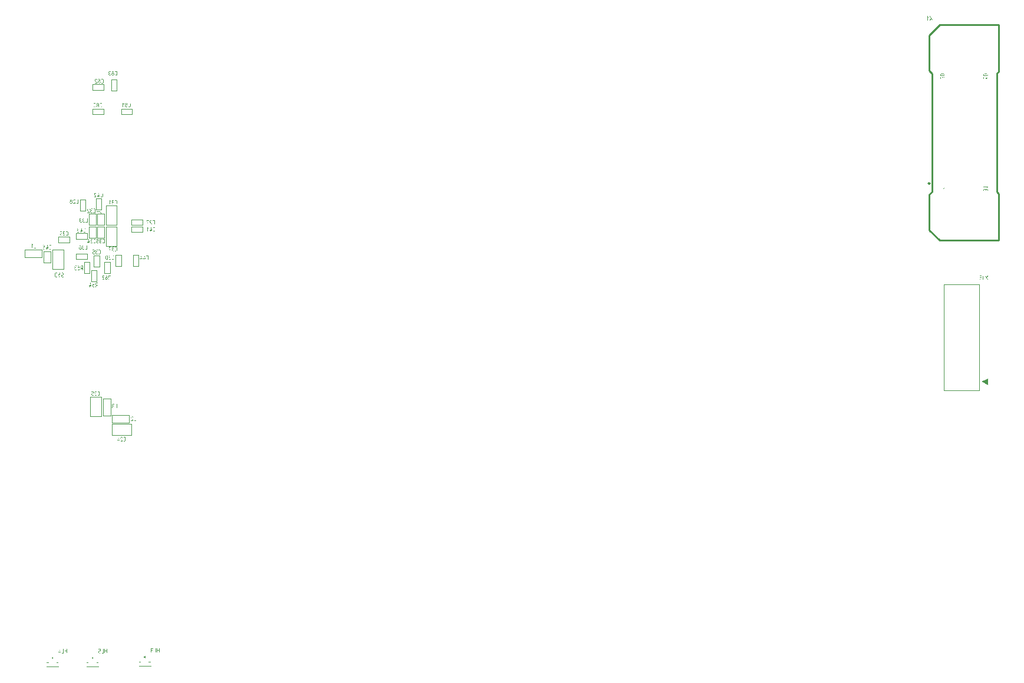
<source format=gbo>
G04*
G04 #@! TF.GenerationSoftware,Altium Limited,Altium Designer,25.2.1 (25)*
G04*
G04 Layer_Color=32896*
%FSLAX44Y44*%
%MOMM*%
G71*
G04*
G04 #@! TF.SameCoordinates,A23D3B39-E9B1-4969-97C3-F5C5B3B73B29*
G04*
G04*
G04 #@! TF.FilePolarity,Positive*
G04*
G01*
G75*
%ADD12C,0.2540*%
%ADD14C,0.1000*%
G36*
X123750Y37250D02*
X126750Y35750D01*
Y38750D01*
X123750Y37250D01*
D02*
G37*
G36*
X181250D02*
X184250Y35750D01*
Y38750D01*
X181250Y37250D01*
D02*
G37*
G36*
X256250Y38250D02*
X259250Y36750D01*
Y39750D01*
X256250Y38250D01*
D02*
G37*
G36*
X1469720Y439240D02*
X1460720Y434240D01*
X1469720Y429240D01*
Y439240D01*
D02*
G37*
G36*
X1468472Y876982D02*
X1468576Y876968D01*
X1468666Y876954D01*
X1468763Y876926D01*
X1468922Y876857D01*
X1469068Y876788D01*
X1469131Y876746D01*
X1469179Y876712D01*
X1469228Y876677D01*
X1469269Y876642D01*
X1469297Y876615D01*
X1469318Y876601D01*
X1469332Y876587D01*
X1469339Y876580D01*
X1469408Y876504D01*
X1469470Y876420D01*
X1469526Y876337D01*
X1469574Y876254D01*
X1469609Y876178D01*
X1469644Y876094D01*
X1469692Y875942D01*
X1469720Y875810D01*
X1469727Y875755D01*
X1469734Y875706D01*
X1469741Y875671D01*
Y875241D01*
X1469734Y875137D01*
X1469720Y875033D01*
X1469699Y874936D01*
X1469678Y874846D01*
X1469609Y874680D01*
X1469533Y874534D01*
X1469491Y874479D01*
X1469456Y874423D01*
X1469422Y874375D01*
X1469387Y874333D01*
X1469366Y874305D01*
X1469346Y874285D01*
X1469332Y874271D01*
X1469325Y874264D01*
X1469248Y874194D01*
X1469165Y874132D01*
X1469082Y874083D01*
X1469006Y874035D01*
X1468922Y874000D01*
X1468839Y873966D01*
X1468694Y873917D01*
X1468562Y873889D01*
X1468506Y873882D01*
X1468458Y873876D01*
X1468423Y873869D01*
X1468396D01*
X1468375D01*
X1468368D01*
X1464873D01*
X1464769Y873876D01*
X1464665Y873889D01*
X1464568Y873903D01*
X1464478Y873931D01*
X1464311Y873993D01*
X1464166Y874070D01*
X1464103Y874104D01*
X1464048Y874146D01*
X1464006Y874181D01*
X1463965Y874208D01*
X1463937Y874236D01*
X1463916Y874257D01*
X1463902Y874264D01*
X1463895Y874271D01*
X1463826Y874347D01*
X1463763Y874430D01*
X1463715Y874513D01*
X1463666Y874597D01*
X1463632Y874680D01*
X1463597Y874756D01*
X1463548Y874909D01*
X1463521Y875040D01*
X1463514Y875096D01*
X1463507Y875145D01*
X1463500Y875186D01*
Y875616D01*
X1463507Y875720D01*
X1463521Y875824D01*
X1463535Y875914D01*
X1463562Y876011D01*
X1463625Y876171D01*
X1463701Y876316D01*
X1463736Y876379D01*
X1463777Y876427D01*
X1463812Y876476D01*
X1463840Y876517D01*
X1463867Y876545D01*
X1463888Y876566D01*
X1463895Y876580D01*
X1463902Y876587D01*
X1463978Y876656D01*
X1464062Y876719D01*
X1464145Y876774D01*
X1464228Y876823D01*
X1464311Y876857D01*
X1464388Y876892D01*
X1464540Y876940D01*
X1464672Y876968D01*
X1464727Y876975D01*
X1464776Y876982D01*
X1464818Y876989D01*
X1464845D01*
X1464866D01*
X1464873D01*
X1468368D01*
X1468472Y876982D01*
D02*
G37*
G36*
X1466093Y872614D02*
X1466183Y872607D01*
X1466357Y872565D01*
X1466503Y872503D01*
X1466634Y872433D01*
X1466738Y872364D01*
X1466780Y872336D01*
X1466815Y872301D01*
X1466842Y872281D01*
X1466863Y872260D01*
X1466870Y872253D01*
X1466877Y872246D01*
X1466939Y872177D01*
X1467002Y872100D01*
X1467050Y872031D01*
X1467092Y871955D01*
X1467154Y871809D01*
X1467196Y871670D01*
X1467224Y871546D01*
X1467231Y871497D01*
X1467238Y871449D01*
X1467245Y871414D01*
Y870242D01*
X1467494Y870311D01*
X1467744Y870408D01*
X1467917Y870492D01*
X1468077Y870582D01*
X1468215Y870672D01*
X1468340Y870762D01*
X1468444Y870845D01*
X1468486Y870880D01*
X1468520Y870908D01*
X1468548Y870935D01*
X1468569Y870956D01*
X1468576Y870963D01*
X1468583Y870970D01*
X1468652Y871039D01*
X1468714Y871116D01*
X1468763Y871178D01*
X1468812Y871240D01*
X1468853Y871289D01*
X1468881Y871324D01*
X1468895Y871351D01*
X1468902Y871358D01*
X1468950Y871442D01*
X1468992Y871511D01*
X1469006Y871539D01*
X1469020Y871560D01*
X1469027Y871566D01*
Y871573D01*
X1469068Y871656D01*
X1469103Y871726D01*
X1469110Y871761D01*
X1469124Y871781D01*
X1469131Y871795D01*
Y871802D01*
X1469158Y871844D01*
X1469179Y871871D01*
X1469221Y871920D01*
X1469248Y871941D01*
X1469262Y871948D01*
X1469311Y871975D01*
X1469359Y871982D01*
X1469401Y871989D01*
X1469408D01*
X1469415D01*
X1469463D01*
X1469505Y871975D01*
X1469574Y871955D01*
X1469602Y871941D01*
X1469623Y871927D01*
X1469630Y871920D01*
X1469637Y871913D01*
X1469671Y871878D01*
X1469699Y871837D01*
X1469713Y871802D01*
X1469727Y871768D01*
X1469734Y871733D01*
X1469741Y871712D01*
Y871691D01*
X1469706Y871560D01*
X1469602Y871345D01*
X1469484Y871150D01*
X1469366Y870970D01*
X1469255Y870817D01*
X1469200Y870755D01*
X1469151Y870693D01*
X1469103Y870644D01*
X1469068Y870603D01*
X1469034Y870568D01*
X1469013Y870540D01*
X1468999Y870526D01*
X1468992Y870519D01*
X1468819Y870360D01*
X1468645Y870221D01*
X1468479Y870103D01*
X1468319Y870006D01*
X1468250Y869965D01*
X1468188Y869930D01*
X1468132Y869902D01*
X1468083Y869874D01*
X1468042Y869861D01*
X1468014Y869847D01*
X1467993Y869833D01*
X1467986D01*
X1467834Y869777D01*
X1467688Y869722D01*
X1467390Y869639D01*
X1467106Y869583D01*
X1466967Y869562D01*
X1466842Y869542D01*
X1466731Y869528D01*
X1466627Y869521D01*
X1466530Y869507D01*
X1466454D01*
X1466392Y869500D01*
X1466343D01*
X1466308D01*
X1466301D01*
X1464741D01*
X1464644Y869507D01*
X1464554Y869514D01*
X1464388Y869556D01*
X1464235Y869618D01*
X1464103Y869687D01*
X1463999Y869750D01*
X1463958Y869784D01*
X1463923Y869812D01*
X1463895Y869833D01*
X1463874Y869854D01*
X1463867Y869861D01*
X1463861Y869867D01*
X1463798Y869937D01*
X1463743Y870013D01*
X1463694Y870089D01*
X1463652Y870166D01*
X1463590Y870311D01*
X1463548Y870450D01*
X1463521Y870568D01*
X1463514Y870616D01*
X1463507Y870665D01*
X1463500Y870700D01*
Y871372D01*
X1463507Y871469D01*
X1463514Y871560D01*
X1463555Y871726D01*
X1463618Y871878D01*
X1463687Y872003D01*
X1463750Y872107D01*
X1463784Y872149D01*
X1463812Y872190D01*
X1463833Y872218D01*
X1463854Y872239D01*
X1463861Y872246D01*
X1463867Y872253D01*
X1463937Y872315D01*
X1464013Y872378D01*
X1464082Y872426D01*
X1464159Y872468D01*
X1464311Y872530D01*
X1464443Y872572D01*
X1464568Y872600D01*
X1464616Y872607D01*
X1464665Y872614D01*
X1464700Y872620D01*
X1464727D01*
X1464741D01*
X1464748D01*
X1465996D01*
X1466093Y872614D01*
D02*
G37*
G36*
X1469533Y714762D02*
X1469581Y714755D01*
X1469616Y714741D01*
X1469644Y714727D01*
X1469664Y714713D01*
X1469678Y714706D01*
X1469685Y714699D01*
X1469720Y714665D01*
X1469741Y714630D01*
X1469769Y714567D01*
X1469782Y714533D01*
Y714519D01*
X1469775Y714463D01*
X1469762Y714415D01*
X1469748Y714380D01*
X1469741Y714366D01*
X1469713Y714318D01*
X1469678Y714283D01*
X1469658Y714255D01*
X1469644Y714241D01*
X1468396Y712993D01*
X1468354Y712959D01*
X1468312Y712938D01*
X1468250Y712910D01*
X1468222Y712903D01*
X1468201Y712896D01*
X1468188D01*
X1468181D01*
X1468132Y712903D01*
X1468090Y712910D01*
X1468021Y712952D01*
X1467993Y712966D01*
X1467979Y712986D01*
X1467966Y712993D01*
X1467959Y713000D01*
X1467924Y713042D01*
X1467903Y713077D01*
X1467876Y713146D01*
X1467868Y713174D01*
X1467862Y713195D01*
Y713215D01*
X1467868Y713257D01*
X1467876Y713298D01*
X1467910Y713368D01*
X1467931Y713396D01*
X1467945Y713416D01*
X1467952Y713423D01*
X1467959Y713430D01*
X1468673Y714151D01*
X1463805D01*
X1463750Y714158D01*
X1463708Y714165D01*
X1463666Y714179D01*
X1463632Y714200D01*
X1463611Y714214D01*
X1463590Y714228D01*
X1463583Y714235D01*
X1463576Y714241D01*
X1463548Y714276D01*
X1463535Y714318D01*
X1463507Y714387D01*
Y714422D01*
X1463500Y714443D01*
Y714463D01*
X1463514Y714554D01*
X1463535Y714623D01*
X1463548Y714651D01*
X1463555Y714671D01*
X1463569Y714678D01*
Y714685D01*
X1463604Y714713D01*
X1463646Y714741D01*
X1463722Y714762D01*
X1463757Y714769D01*
X1463784Y714775D01*
X1463798D01*
X1463805D01*
X1469422D01*
X1469484D01*
X1469533Y714762D01*
D02*
G37*
G36*
X1468298Y711613D02*
X1468403Y711607D01*
X1468513Y711586D01*
X1468611Y711558D01*
X1468791Y711496D01*
X1468874Y711461D01*
X1468950Y711426D01*
X1469013Y711385D01*
X1469075Y711350D01*
X1469124Y711315D01*
X1469172Y711288D01*
X1469207Y711260D01*
X1469228Y711239D01*
X1469241Y711232D01*
X1469248Y711225D01*
X1469332Y711142D01*
X1469408Y711052D01*
X1469470Y710955D01*
X1469526Y710858D01*
X1469574Y710761D01*
X1469609Y710664D01*
X1469644Y710573D01*
X1469664Y710476D01*
X1469685Y710393D01*
X1469699Y710317D01*
X1469713Y710240D01*
X1469720Y710178D01*
X1469727Y710129D01*
Y708812D01*
X1469720Y708757D01*
X1469713Y708708D01*
X1469692Y708673D01*
X1469678Y708639D01*
X1469658Y708611D01*
X1469637Y708590D01*
X1469630Y708583D01*
X1469623Y708576D01*
X1469588Y708549D01*
X1469547Y708535D01*
X1469484Y708507D01*
X1469456D01*
X1469436Y708500D01*
X1469422D01*
X1469415D01*
X1469366Y708507D01*
X1469325Y708514D01*
X1469248Y708542D01*
X1469221Y708556D01*
X1469207Y708562D01*
X1469193Y708576D01*
X1469186D01*
X1469158Y708611D01*
X1469138Y708653D01*
X1469117Y708722D01*
X1469110Y708757D01*
X1469103Y708784D01*
Y710053D01*
X1469089Y710213D01*
X1469061Y710351D01*
X1469013Y710469D01*
X1468964Y710566D01*
X1468909Y710643D01*
X1468860Y710698D01*
X1468832Y710733D01*
X1468819Y710747D01*
X1468721Y710823D01*
X1468617Y710878D01*
X1468506Y710913D01*
X1468409Y710941D01*
X1468319Y710955D01*
X1468250Y710969D01*
X1468222D01*
X1468201D01*
X1468194D01*
X1468188D01*
X1468049Y710962D01*
X1467924Y710934D01*
X1467813Y710899D01*
X1467716Y710858D01*
X1467640Y710809D01*
X1467584Y710774D01*
X1467550Y710747D01*
X1467536Y710740D01*
X1467439Y710636D01*
X1467369Y710518D01*
X1467314Y710407D01*
X1467279Y710296D01*
X1467258Y710199D01*
X1467251Y710123D01*
X1467245Y710095D01*
Y709429D01*
X1467238Y709374D01*
X1467231Y709325D01*
X1467210Y709290D01*
X1467196Y709256D01*
X1467175Y709228D01*
X1467154Y709207D01*
X1467147Y709200D01*
X1467140Y709193D01*
X1467099Y709166D01*
X1467064Y709152D01*
X1466995Y709124D01*
X1466974D01*
X1466953Y709117D01*
X1466939D01*
X1466932D01*
X1466884Y709124D01*
X1466842Y709131D01*
X1466773Y709159D01*
X1466745Y709173D01*
X1466724Y709186D01*
X1466711Y709200D01*
X1466704D01*
X1466676Y709235D01*
X1466655Y709277D01*
X1466634Y709346D01*
X1466627Y709381D01*
X1466620Y709408D01*
Y710053D01*
X1466606Y710199D01*
X1466579Y710331D01*
X1466530Y710442D01*
X1466482Y710539D01*
X1466433Y710622D01*
X1466385Y710677D01*
X1466357Y710712D01*
X1466343Y710726D01*
X1466232Y710816D01*
X1466121Y710885D01*
X1466010Y710934D01*
X1465913Y710962D01*
X1465823Y710982D01*
X1465747Y710989D01*
X1465719Y710996D01*
X1465698D01*
X1465691D01*
X1465684D01*
X1465060D01*
X1464922Y710982D01*
X1464790Y710955D01*
X1464679Y710906D01*
X1464582Y710858D01*
X1464505Y710809D01*
X1464443Y710761D01*
X1464408Y710733D01*
X1464395Y710719D01*
X1464304Y710608D01*
X1464235Y710497D01*
X1464193Y710386D01*
X1464159Y710289D01*
X1464138Y710199D01*
X1464131Y710123D01*
X1464124Y710095D01*
Y708812D01*
X1464117Y708757D01*
X1464110Y708708D01*
X1464089Y708666D01*
X1464075Y708632D01*
X1464055Y708611D01*
X1464034Y708590D01*
X1464027Y708583D01*
X1464020Y708576D01*
X1463978Y708549D01*
X1463944Y708535D01*
X1463874Y708507D01*
X1463854D01*
X1463833Y708500D01*
X1463819D01*
X1463812D01*
X1463763Y708507D01*
X1463722Y708514D01*
X1463652Y708542D01*
X1463625Y708556D01*
X1463604Y708562D01*
X1463590Y708576D01*
X1463583D01*
X1463555Y708611D01*
X1463535Y708653D01*
X1463514Y708729D01*
X1463507Y708764D01*
X1463500Y708791D01*
Y710060D01*
X1463507Y710178D01*
X1463521Y710289D01*
X1463542Y710400D01*
X1463569Y710504D01*
X1463646Y710684D01*
X1463687Y710774D01*
X1463729Y710851D01*
X1463770Y710913D01*
X1463812Y710975D01*
X1463854Y711031D01*
X1463888Y711073D01*
X1463916Y711107D01*
X1463937Y711135D01*
X1463951Y711149D01*
X1463958Y711156D01*
X1464048Y711239D01*
X1464138Y711308D01*
X1464235Y711371D01*
X1464325Y711426D01*
X1464422Y711468D01*
X1464512Y711509D01*
X1464686Y711565D01*
X1464762Y711579D01*
X1464831Y711593D01*
X1464901Y711607D01*
X1464956Y711613D01*
X1464998Y711620D01*
X1465033D01*
X1465053D01*
X1465060D01*
X1465684D01*
X1465823Y711613D01*
X1465955Y711593D01*
X1466073Y711558D01*
X1466177Y711530D01*
X1466260Y711496D01*
X1466329Y711468D01*
X1466371Y711447D01*
X1466378Y711440D01*
X1466385D01*
X1466503Y711371D01*
X1466606Y711301D01*
X1466697Y711225D01*
X1466773Y711163D01*
X1466835Y711100D01*
X1466884Y711052D01*
X1466912Y711024D01*
X1466919Y711010D01*
X1467016Y711114D01*
X1467113Y711211D01*
X1467203Y711288D01*
X1467293Y711350D01*
X1467369Y711398D01*
X1467425Y711433D01*
X1467466Y711454D01*
X1467480Y711461D01*
X1467605Y711509D01*
X1467723Y711551D01*
X1467841Y711579D01*
X1467952Y711600D01*
X1468042Y711613D01*
X1468118Y711620D01*
X1468146D01*
X1468167D01*
X1468174D01*
X1468181D01*
X1468298Y711613D01*
D02*
G37*
G36*
X1407533Y713358D02*
X1407581Y713352D01*
X1407616Y713338D01*
X1407644Y713324D01*
X1407664Y713310D01*
X1407678Y713303D01*
X1407685Y713296D01*
X1407720Y713261D01*
X1407741Y713227D01*
X1407769Y713164D01*
X1407782Y713130D01*
Y713116D01*
X1407775Y713060D01*
X1407762Y713012D01*
X1407748Y712977D01*
X1407741Y712963D01*
X1407713Y712915D01*
X1407678Y712880D01*
X1407658Y712852D01*
X1407644Y712838D01*
X1406396Y711590D01*
X1406354Y711555D01*
X1406312Y711535D01*
X1406250Y711507D01*
X1406222Y711500D01*
X1406201Y711493D01*
X1406187D01*
X1406181D01*
X1406132Y711500D01*
X1406090Y711507D01*
X1406021Y711549D01*
X1405993Y711562D01*
X1405979Y711583D01*
X1405966Y711590D01*
X1405959Y711597D01*
X1405924Y711639D01*
X1405903Y711673D01*
X1405876Y711743D01*
X1405869Y711770D01*
X1405862Y711791D01*
Y711812D01*
X1405869Y711854D01*
X1405876Y711895D01*
X1405910Y711965D01*
X1405931Y711992D01*
X1405945Y712013D01*
X1405952Y712020D01*
X1405959Y712027D01*
X1406673Y712748D01*
X1401805D01*
X1401750Y712755D01*
X1401708Y712762D01*
X1401666Y712776D01*
X1401632Y712797D01*
X1401611Y712811D01*
X1401590Y712824D01*
X1401583Y712831D01*
X1401576Y712838D01*
X1401548Y712873D01*
X1401535Y712915D01*
X1401507Y712984D01*
Y713019D01*
X1401500Y713039D01*
Y713060D01*
X1401514Y713150D01*
X1401535Y713220D01*
X1401548Y713247D01*
X1401555Y713268D01*
X1401569Y713275D01*
Y713282D01*
X1401604Y713310D01*
X1401646Y713338D01*
X1401722Y713358D01*
X1401757Y713365D01*
X1401784Y713372D01*
X1401798D01*
X1401805D01*
X1407422D01*
X1407484D01*
X1407533Y713358D01*
D02*
G37*
G36*
X1406472Y877017D02*
X1406576Y877003D01*
X1406666Y876989D01*
X1406763Y876961D01*
X1406922Y876892D01*
X1407068Y876823D01*
X1407131Y876781D01*
X1407179Y876746D01*
X1407228Y876712D01*
X1407269Y876677D01*
X1407297Y876649D01*
X1407318Y876635D01*
X1407332Y876621D01*
X1407339Y876615D01*
X1407408Y876538D01*
X1407470Y876455D01*
X1407526Y876372D01*
X1407574Y876289D01*
X1407609Y876212D01*
X1407644Y876129D01*
X1407692Y875977D01*
X1407720Y875845D01*
X1407727Y875789D01*
X1407734Y875741D01*
X1407741Y875706D01*
Y875276D01*
X1407734Y875172D01*
X1407720Y875068D01*
X1407699Y874971D01*
X1407678Y874881D01*
X1407609Y874715D01*
X1407533Y874569D01*
X1407491Y874513D01*
X1407457Y874458D01*
X1407422Y874409D01*
X1407387Y874368D01*
X1407366Y874340D01*
X1407345Y874319D01*
X1407332Y874305D01*
X1407325Y874298D01*
X1407248Y874229D01*
X1407165Y874167D01*
X1407082Y874118D01*
X1407006Y874070D01*
X1406922Y874035D01*
X1406839Y874000D01*
X1406694Y873952D01*
X1406562Y873924D01*
X1406507Y873917D01*
X1406458Y873910D01*
X1406423Y873903D01*
X1406396D01*
X1406375D01*
X1406368D01*
X1402873D01*
X1402769Y873910D01*
X1402665Y873924D01*
X1402568Y873938D01*
X1402478Y873966D01*
X1402311Y874028D01*
X1402166Y874104D01*
X1402103Y874139D01*
X1402048Y874181D01*
X1402006Y874215D01*
X1401965Y874243D01*
X1401937Y874271D01*
X1401916Y874292D01*
X1401902Y874298D01*
X1401895Y874305D01*
X1401826Y874382D01*
X1401763Y874465D01*
X1401715Y874548D01*
X1401666Y874631D01*
X1401632Y874715D01*
X1401597Y874791D01*
X1401548Y874943D01*
X1401521Y875075D01*
X1401514Y875131D01*
X1401507Y875179D01*
X1401500Y875221D01*
Y875651D01*
X1401507Y875755D01*
X1401521Y875859D01*
X1401535Y875949D01*
X1401562Y876046D01*
X1401625Y876205D01*
X1401701Y876351D01*
X1401736Y876413D01*
X1401777Y876462D01*
X1401812Y876510D01*
X1401840Y876552D01*
X1401868Y876580D01*
X1401888Y876601D01*
X1401895Y876615D01*
X1401902Y876621D01*
X1401978Y876691D01*
X1402062Y876753D01*
X1402145Y876809D01*
X1402228Y876857D01*
X1402311Y876892D01*
X1402388Y876926D01*
X1402540Y876975D01*
X1402672Y877003D01*
X1402727Y877010D01*
X1402776Y877017D01*
X1402818Y877024D01*
X1402845D01*
X1402866D01*
X1402873D01*
X1406368D01*
X1406472Y877017D01*
D02*
G37*
G36*
X1406299Y872614D02*
X1406402Y872607D01*
X1406513Y872586D01*
X1406611Y872558D01*
X1406791Y872496D01*
X1406874Y872461D01*
X1406950Y872426D01*
X1407013Y872385D01*
X1407075Y872350D01*
X1407124Y872315D01*
X1407172Y872288D01*
X1407207Y872260D01*
X1407228Y872239D01*
X1407242Y872232D01*
X1407248Y872225D01*
X1407332Y872142D01*
X1407408Y872052D01*
X1407470Y871955D01*
X1407526Y871858D01*
X1407574Y871761D01*
X1407609Y871664D01*
X1407644Y871573D01*
X1407664Y871476D01*
X1407685Y871393D01*
X1407699Y871317D01*
X1407713Y871240D01*
X1407720Y871178D01*
X1407727Y871130D01*
Y869812D01*
X1407720Y869757D01*
X1407713Y869708D01*
X1407692Y869673D01*
X1407678Y869639D01*
X1407658Y869611D01*
X1407637Y869590D01*
X1407630Y869583D01*
X1407623Y869576D01*
X1407588Y869549D01*
X1407547Y869535D01*
X1407484Y869507D01*
X1407457D01*
X1407436Y869500D01*
X1407422D01*
X1407415D01*
X1407366Y869507D01*
X1407325Y869514D01*
X1407248Y869542D01*
X1407221Y869556D01*
X1407207Y869562D01*
X1407193Y869576D01*
X1407186D01*
X1407158Y869611D01*
X1407137Y869653D01*
X1407117Y869722D01*
X1407110Y869757D01*
X1407103Y869784D01*
Y871053D01*
X1407089Y871213D01*
X1407061Y871351D01*
X1407013Y871469D01*
X1406964Y871566D01*
X1406909Y871643D01*
X1406860Y871698D01*
X1406832Y871733D01*
X1406819Y871747D01*
X1406721Y871823D01*
X1406617Y871878D01*
X1406507Y871913D01*
X1406409Y871941D01*
X1406319Y871955D01*
X1406250Y871969D01*
X1406222D01*
X1406201D01*
X1406194D01*
X1406187D01*
X1406049Y871962D01*
X1405924Y871934D01*
X1405813Y871899D01*
X1405716Y871858D01*
X1405640Y871809D01*
X1405584Y871774D01*
X1405550Y871747D01*
X1405536Y871740D01*
X1405439Y871636D01*
X1405369Y871518D01*
X1405314Y871407D01*
X1405279Y871296D01*
X1405258Y871199D01*
X1405251Y871123D01*
X1405244Y871095D01*
Y870429D01*
X1405237Y870374D01*
X1405231Y870325D01*
X1405210Y870291D01*
X1405196Y870256D01*
X1405175Y870228D01*
X1405154Y870207D01*
X1405147Y870200D01*
X1405140Y870193D01*
X1405099Y870166D01*
X1405064Y870152D01*
X1404995Y870124D01*
X1404974D01*
X1404953Y870117D01*
X1404939D01*
X1404932D01*
X1404884Y870124D01*
X1404842Y870131D01*
X1404773Y870159D01*
X1404745Y870173D01*
X1404724Y870186D01*
X1404711Y870200D01*
X1404704D01*
X1404676Y870235D01*
X1404655Y870277D01*
X1404634Y870346D01*
X1404627Y870381D01*
X1404620Y870408D01*
Y871053D01*
X1404606Y871199D01*
X1404579Y871331D01*
X1404530Y871442D01*
X1404482Y871539D01*
X1404433Y871622D01*
X1404385Y871677D01*
X1404357Y871712D01*
X1404343Y871726D01*
X1404232Y871816D01*
X1404121Y871885D01*
X1404010Y871934D01*
X1403913Y871962D01*
X1403823Y871982D01*
X1403747Y871989D01*
X1403719Y871996D01*
X1403698D01*
X1403691D01*
X1403684D01*
X1403060D01*
X1402921Y871982D01*
X1402790Y871955D01*
X1402679Y871906D01*
X1402582Y871858D01*
X1402505Y871809D01*
X1402443Y871761D01*
X1402408Y871733D01*
X1402395Y871719D01*
X1402304Y871608D01*
X1402235Y871497D01*
X1402193Y871386D01*
X1402159Y871289D01*
X1402138Y871199D01*
X1402131Y871123D01*
X1402124Y871095D01*
Y869812D01*
X1402117Y869757D01*
X1402110Y869708D01*
X1402089Y869666D01*
X1402076Y869632D01*
X1402055Y869611D01*
X1402034Y869590D01*
X1402027Y869583D01*
X1402020Y869576D01*
X1401978Y869549D01*
X1401944Y869535D01*
X1401874Y869507D01*
X1401854D01*
X1401833Y869500D01*
X1401819D01*
X1401812D01*
X1401763Y869507D01*
X1401722Y869514D01*
X1401653Y869542D01*
X1401625Y869556D01*
X1401604Y869562D01*
X1401590Y869576D01*
X1401583D01*
X1401555Y869611D01*
X1401535Y869653D01*
X1401514Y869729D01*
X1401507Y869763D01*
X1401500Y869791D01*
Y871060D01*
X1401507Y871178D01*
X1401521Y871289D01*
X1401542Y871400D01*
X1401569Y871504D01*
X1401646Y871684D01*
X1401687Y871774D01*
X1401729Y871851D01*
X1401770Y871913D01*
X1401812Y871975D01*
X1401854Y872031D01*
X1401888Y872073D01*
X1401916Y872107D01*
X1401937Y872135D01*
X1401951Y872149D01*
X1401958Y872156D01*
X1402048Y872239D01*
X1402138Y872308D01*
X1402235Y872371D01*
X1402325Y872426D01*
X1402422Y872468D01*
X1402512Y872510D01*
X1402686Y872565D01*
X1402762Y872579D01*
X1402831Y872593D01*
X1402901Y872607D01*
X1402956Y872614D01*
X1402998Y872620D01*
X1403032D01*
X1403053D01*
X1403060D01*
X1403684D01*
X1403823Y872614D01*
X1403955Y872593D01*
X1404073Y872558D01*
X1404177Y872530D01*
X1404260Y872496D01*
X1404329Y872468D01*
X1404371Y872447D01*
X1404378Y872440D01*
X1404385D01*
X1404503Y872371D01*
X1404606Y872301D01*
X1404697Y872225D01*
X1404773Y872163D01*
X1404835Y872100D01*
X1404884Y872052D01*
X1404912Y872024D01*
X1404919Y872010D01*
X1405016Y872114D01*
X1405113Y872211D01*
X1405203Y872288D01*
X1405293Y872350D01*
X1405369Y872399D01*
X1405425Y872433D01*
X1405466Y872454D01*
X1405480Y872461D01*
X1405605Y872510D01*
X1405723Y872551D01*
X1405841Y872579D01*
X1405952Y872600D01*
X1406042Y872614D01*
X1406118Y872620D01*
X1406146D01*
X1406167D01*
X1406174D01*
X1406181D01*
X1406299Y872614D01*
D02*
G37*
G36*
X1383466Y960070D02*
X1383515Y960056D01*
X1383549Y960042D01*
X1383563Y960035D01*
X1383612Y960007D01*
X1383647Y959972D01*
X1383674Y959952D01*
X1383688Y959938D01*
X1384936Y958689D01*
X1384971Y958648D01*
X1384992Y958606D01*
X1385019Y958544D01*
X1385026Y958516D01*
X1385033Y958495D01*
Y958482D01*
Y958475D01*
X1385026Y958426D01*
X1385019Y958384D01*
X1384978Y958315D01*
X1384964Y958287D01*
X1384943Y958273D01*
X1384936Y958260D01*
X1384929Y958253D01*
X1384888Y958218D01*
X1384853Y958197D01*
X1384784Y958169D01*
X1384756Y958163D01*
X1384735Y958156D01*
X1384714D01*
X1384673Y958163D01*
X1384631Y958169D01*
X1384562Y958204D01*
X1384534Y958225D01*
X1384513Y958239D01*
X1384506Y958246D01*
X1384499Y958253D01*
X1383778Y958967D01*
Y954099D01*
X1383771Y954044D01*
X1383764Y954002D01*
X1383750Y953960D01*
X1383730Y953926D01*
X1383716Y953905D01*
X1383702Y953884D01*
X1383695Y953877D01*
X1383688Y953870D01*
X1383653Y953842D01*
X1383612Y953829D01*
X1383542Y953801D01*
X1383508D01*
X1383487Y953794D01*
X1383466D01*
X1383376Y953808D01*
X1383307Y953829D01*
X1383279Y953842D01*
X1383258Y953849D01*
X1383251Y953863D01*
X1383244D01*
X1383217Y953898D01*
X1383189Y953940D01*
X1383168Y954016D01*
X1383161Y954051D01*
X1383154Y954078D01*
Y954092D01*
Y954099D01*
Y959716D01*
Y959778D01*
X1383168Y959827D01*
X1383175Y959875D01*
X1383189Y959910D01*
X1383203Y959938D01*
X1383217Y959958D01*
X1383224Y959972D01*
X1383230Y959979D01*
X1383265Y960014D01*
X1383300Y960035D01*
X1383362Y960062D01*
X1383397Y960076D01*
X1383411D01*
X1383466Y960070D01*
D02*
G37*
G36*
X1390373Y960028D02*
X1390421Y960021D01*
X1390491Y959986D01*
X1390518Y959965D01*
X1390539Y959952D01*
X1390553Y959945D01*
X1390560Y959938D01*
X1390588Y959903D01*
X1390608Y959861D01*
X1390636Y959792D01*
X1390643Y959764D01*
X1390650Y959743D01*
Y959730D01*
Y959723D01*
Y959633D01*
X1390608Y959542D01*
X1388840Y956914D01*
X1390602Y954279D01*
X1390629Y954217D01*
X1390643Y954162D01*
X1390650Y954120D01*
Y954113D01*
Y954106D01*
X1390643Y954057D01*
X1390636Y954016D01*
X1390602Y953947D01*
X1390581Y953919D01*
X1390567Y953898D01*
X1390560Y953891D01*
X1390553Y953884D01*
X1390504Y953856D01*
X1390463Y953836D01*
X1390393Y953808D01*
X1390366Y953801D01*
X1390345Y953794D01*
X1390331D01*
X1390192Y953822D01*
X1390137Y953863D01*
X1390102Y953898D01*
X1390081Y953926D01*
X1390074Y953933D01*
X1388466Y956346D01*
X1386857Y953933D01*
X1386815Y953884D01*
X1386774Y953849D01*
X1386732Y953829D01*
X1386691Y953815D01*
X1386656Y953801D01*
X1386628Y953794D01*
X1386607D01*
X1386559Y953801D01*
X1386510Y953808D01*
X1386434Y953842D01*
X1386406Y953856D01*
X1386385Y953870D01*
X1386378Y953877D01*
X1386372Y953884D01*
X1386337Y953919D01*
X1386316Y953960D01*
X1386288Y954030D01*
X1386281Y954057D01*
X1386275Y954078D01*
Y954092D01*
Y954099D01*
X1386288Y954189D01*
X1386330Y954279D01*
X1388084Y956908D01*
X1386330Y959542D01*
X1386295Y959605D01*
X1386281Y959660D01*
X1386275Y959702D01*
Y959709D01*
Y959716D01*
X1386281Y959764D01*
X1386288Y959806D01*
X1386323Y959875D01*
X1386344Y959903D01*
X1386365Y959924D01*
X1386372Y959931D01*
X1386378Y959938D01*
X1386420Y959972D01*
X1386455Y959993D01*
X1386531Y960021D01*
X1386559Y960028D01*
X1386580Y960035D01*
X1386677D01*
X1386746Y960007D01*
X1386795Y959972D01*
X1386829Y959931D01*
X1386850Y959910D01*
X1386857Y959896D01*
X1388466Y957476D01*
X1390074Y959889D01*
X1390116Y959938D01*
X1390158Y959972D01*
X1390199Y960000D01*
X1390241Y960014D01*
X1390276Y960028D01*
X1390296Y960035D01*
X1390324D01*
X1390373Y960028D01*
D02*
G37*
G36*
X1462644Y587090D02*
X1462693Y587076D01*
X1462727Y587062D01*
X1462741Y587055D01*
X1462790Y587027D01*
X1462825Y586992D01*
X1462852Y586972D01*
X1462866Y586958D01*
X1464114Y585709D01*
X1464149Y585668D01*
X1464170Y585626D01*
X1464198Y585564D01*
X1464204Y585536D01*
X1464211Y585515D01*
Y585502D01*
Y585495D01*
X1464204Y585446D01*
X1464198Y585404D01*
X1464156Y585335D01*
X1464142Y585307D01*
X1464121Y585294D01*
X1464114Y585280D01*
X1464107Y585273D01*
X1464066Y585238D01*
X1464031Y585217D01*
X1463962Y585190D01*
X1463934Y585182D01*
X1463913Y585176D01*
X1463892D01*
X1463851Y585182D01*
X1463809Y585190D01*
X1463740Y585224D01*
X1463712Y585245D01*
X1463691Y585259D01*
X1463684Y585266D01*
X1463677Y585273D01*
X1462956Y585987D01*
Y581119D01*
X1462949Y581064D01*
X1462942Y581022D01*
X1462928Y580980D01*
X1462908Y580946D01*
X1462894Y580925D01*
X1462880Y580904D01*
X1462873Y580897D01*
X1462866Y580890D01*
X1462831Y580863D01*
X1462790Y580849D01*
X1462720Y580821D01*
X1462686D01*
X1462665Y580814D01*
X1462644D01*
X1462554Y580828D01*
X1462485Y580849D01*
X1462457Y580863D01*
X1462436Y580869D01*
X1462429Y580883D01*
X1462422D01*
X1462395Y580918D01*
X1462367Y580960D01*
X1462346Y581036D01*
X1462339Y581071D01*
X1462332Y581098D01*
Y581112D01*
Y581119D01*
Y586736D01*
Y586798D01*
X1462346Y586847D01*
X1462353Y586895D01*
X1462367Y586930D01*
X1462381Y586958D01*
X1462395Y586978D01*
X1462401Y586992D01*
X1462408Y586999D01*
X1462443Y587034D01*
X1462478Y587055D01*
X1462540Y587082D01*
X1462575Y587096D01*
X1462589D01*
X1462644Y587090D01*
D02*
G37*
G36*
X1469551Y587048D02*
X1469599Y587041D01*
X1469668Y587006D01*
X1469696Y586985D01*
X1469717Y586972D01*
X1469731Y586965D01*
X1469738Y586958D01*
X1469766Y586923D01*
X1469786Y586881D01*
X1469814Y586812D01*
X1469821Y586784D01*
X1469828Y586763D01*
Y586750D01*
Y586743D01*
Y586653D01*
X1469786Y586562D01*
X1468018Y583934D01*
X1469780Y581299D01*
X1469807Y581237D01*
X1469821Y581181D01*
X1469828Y581140D01*
Y581133D01*
Y581126D01*
X1469821Y581077D01*
X1469814Y581036D01*
X1469780Y580967D01*
X1469759Y580939D01*
X1469745Y580918D01*
X1469738Y580911D01*
X1469731Y580904D01*
X1469682Y580876D01*
X1469641Y580856D01*
X1469572Y580828D01*
X1469544Y580821D01*
X1469523Y580814D01*
X1469509D01*
X1469370Y580842D01*
X1469315Y580883D01*
X1469280Y580918D01*
X1469259Y580946D01*
X1469252Y580953D01*
X1467644Y583366D01*
X1466035Y580953D01*
X1465993Y580904D01*
X1465952Y580869D01*
X1465910Y580849D01*
X1465869Y580835D01*
X1465834Y580821D01*
X1465806Y580814D01*
X1465785D01*
X1465737Y580821D01*
X1465688Y580828D01*
X1465612Y580863D01*
X1465584Y580876D01*
X1465564Y580890D01*
X1465557Y580897D01*
X1465550Y580904D01*
X1465515Y580939D01*
X1465494Y580980D01*
X1465466Y581050D01*
X1465459Y581077D01*
X1465453Y581098D01*
Y581112D01*
Y581119D01*
X1465466Y581209D01*
X1465508Y581299D01*
X1467262Y583927D01*
X1465508Y586562D01*
X1465473Y586625D01*
X1465459Y586680D01*
X1465453Y586722D01*
Y586729D01*
Y586736D01*
X1465459Y586784D01*
X1465466Y586826D01*
X1465501Y586895D01*
X1465522Y586923D01*
X1465543Y586944D01*
X1465550Y586951D01*
X1465557Y586958D01*
X1465598Y586992D01*
X1465633Y587013D01*
X1465709Y587041D01*
X1465737Y587048D01*
X1465758Y587055D01*
X1465855D01*
X1465924Y587027D01*
X1465973Y586992D01*
X1466007Y586951D01*
X1466028Y586930D01*
X1466035Y586916D01*
X1467644Y584496D01*
X1469252Y586909D01*
X1469294Y586958D01*
X1469336Y586992D01*
X1469377Y587020D01*
X1469419Y587034D01*
X1469454Y587048D01*
X1469474Y587055D01*
X1469502D01*
X1469551Y587048D01*
D02*
G37*
G36*
X1460876Y587041D02*
X1460952Y587006D01*
X1461008Y586958D01*
X1461042Y586902D01*
X1461070Y586840D01*
X1461077Y586791D01*
X1461084Y586757D01*
Y586750D01*
Y586743D01*
Y584246D01*
X1461077Y584191D01*
X1461070Y584142D01*
X1461035Y584066D01*
X1460987Y584011D01*
X1460925Y583976D01*
X1460869Y583948D01*
X1460820Y583941D01*
X1460786Y583934D01*
X1459524D01*
X1459378Y583921D01*
X1459253Y583893D01*
X1459142Y583844D01*
X1459045Y583796D01*
X1458962Y583747D01*
X1458907Y583699D01*
X1458872Y583671D01*
X1458858Y583657D01*
X1458768Y583546D01*
X1458699Y583435D01*
X1458650Y583324D01*
X1458622Y583227D01*
X1458602Y583137D01*
X1458595Y583061D01*
X1458588Y583033D01*
Y583012D01*
Y583005D01*
Y582998D01*
Y582374D01*
X1458602Y582229D01*
X1458629Y582097D01*
X1458678Y581986D01*
X1458726Y581889D01*
X1458775Y581806D01*
X1458823Y581750D01*
X1458851Y581715D01*
X1458865Y581702D01*
X1458976Y581611D01*
X1459087Y581549D01*
X1459198Y581501D01*
X1459295Y581473D01*
X1459385Y581452D01*
X1459461Y581445D01*
X1459489Y581438D01*
X1460772D01*
X1460827Y581431D01*
X1460876Y581424D01*
X1460911Y581403D01*
X1460945Y581390D01*
X1460973Y581369D01*
X1460994Y581348D01*
X1461001Y581341D01*
X1461008Y581334D01*
X1461035Y581299D01*
X1461049Y581258D01*
X1461077Y581195D01*
Y581168D01*
X1461084Y581147D01*
Y581133D01*
Y581126D01*
X1461077Y581077D01*
X1461070Y581036D01*
X1461042Y580960D01*
X1461028Y580932D01*
X1461022Y580918D01*
X1461008Y580904D01*
Y580897D01*
X1460973Y580869D01*
X1460931Y580849D01*
X1460855Y580828D01*
X1460820Y580821D01*
X1460793Y580814D01*
X1459524D01*
X1459406Y580821D01*
X1459295Y580835D01*
X1459184Y580856D01*
X1459080Y580883D01*
X1458900Y580960D01*
X1458810Y581001D01*
X1458733Y581043D01*
X1458671Y581084D01*
X1458609Y581126D01*
X1458553Y581168D01*
X1458511Y581202D01*
X1458477Y581230D01*
X1458449Y581251D01*
X1458435Y581265D01*
X1458428Y581272D01*
X1458345Y581362D01*
X1458276Y581452D01*
X1458213Y581549D01*
X1458158Y581639D01*
X1458116Y581736D01*
X1458075Y581826D01*
X1458019Y582000D01*
X1458005Y582076D01*
X1457991Y582145D01*
X1457977Y582215D01*
X1457970Y582270D01*
X1457964Y582312D01*
Y582346D01*
Y582367D01*
Y582374D01*
Y582998D01*
X1457970Y583116D01*
X1457984Y583234D01*
X1458005Y583338D01*
X1458033Y583442D01*
X1458109Y583629D01*
X1458151Y583713D01*
X1458192Y583789D01*
X1458241Y583858D01*
X1458283Y583921D01*
X1458317Y583976D01*
X1458352Y584018D01*
X1458387Y584052D01*
X1458407Y584080D01*
X1458421Y584094D01*
X1458428Y584101D01*
X1458518Y584184D01*
X1458609Y584253D01*
X1458699Y584316D01*
X1458796Y584364D01*
X1458886Y584413D01*
X1458976Y584448D01*
X1459149Y584503D01*
X1459226Y584524D01*
X1459302Y584538D01*
X1459364Y584545D01*
X1459420Y584552D01*
X1459461Y584558D01*
X1460460D01*
Y586431D01*
X1458276D01*
X1458220Y586438D01*
X1458179Y586445D01*
X1458137Y586458D01*
X1458102Y586479D01*
X1458082Y586500D01*
X1458061Y586514D01*
X1458047Y586521D01*
Y586528D01*
X1458019Y586569D01*
X1457998Y586604D01*
X1457970Y586673D01*
Y586701D01*
X1457964Y586722D01*
Y586736D01*
Y586743D01*
X1457970Y586784D01*
X1457977Y586826D01*
X1458012Y586895D01*
X1458033Y586923D01*
X1458047Y586944D01*
X1458054Y586951D01*
X1458061Y586958D01*
X1458095Y586992D01*
X1458130Y587013D01*
X1458199Y587041D01*
X1458234Y587048D01*
X1458255Y587055D01*
X1460827D01*
X1460876Y587041D01*
D02*
G37*
G36*
X180190Y576614D02*
X180232Y576606D01*
X180260Y576600D01*
X180267Y576593D01*
X180322Y576558D01*
X180378Y576502D01*
X180405Y576447D01*
X180426Y576405D01*
X180433Y576399D01*
Y576392D01*
X181681Y572016D01*
X181695Y571947D01*
X181702Y571870D01*
X181695Y571829D01*
X181688Y571787D01*
X181653Y571725D01*
X181598Y571683D01*
X181543Y571656D01*
X181487Y571635D01*
X181432Y571628D01*
X181397Y571621D01*
X179504D01*
Y570685D01*
X179497Y570629D01*
X179490Y570588D01*
X179476Y570546D01*
X179455Y570511D01*
X179442Y570491D01*
X179428Y570470D01*
X179421Y570463D01*
X179414Y570456D01*
X179379Y570428D01*
X179338Y570414D01*
X179268Y570387D01*
X179233D01*
X179213Y570380D01*
X179192D01*
X179102Y570393D01*
X179032Y570414D01*
X179005Y570428D01*
X178984Y570435D01*
X178977Y570449D01*
X178970D01*
X178942Y570484D01*
X178915Y570525D01*
X178894Y570602D01*
X178887Y570636D01*
X178880Y570664D01*
Y570678D01*
Y570685D01*
Y571621D01*
X178263D01*
X178207Y571628D01*
X178159Y571635D01*
X178117Y571649D01*
X178082Y571669D01*
X178062Y571690D01*
X178041Y571704D01*
X178027Y571711D01*
Y571718D01*
X177999Y571759D01*
X177985Y571794D01*
X177958Y571864D01*
Y571891D01*
X177951Y571912D01*
Y571926D01*
Y571933D01*
X177958Y571974D01*
X177964Y572016D01*
X177992Y572085D01*
X178013Y572113D01*
X178027Y572134D01*
X178034Y572141D01*
X178041Y572148D01*
X178076Y572183D01*
X178110Y572203D01*
X178186Y572231D01*
X178214Y572238D01*
X178242Y572245D01*
X178880D01*
Y573181D01*
X178887Y573237D01*
X178894Y573278D01*
X178908Y573320D01*
X178928Y573354D01*
X178949Y573375D01*
X178963Y573396D01*
X178970Y573410D01*
X178977D01*
X179012Y573438D01*
X179053Y573458D01*
X179123Y573486D01*
X179150D01*
X179171Y573493D01*
X179240D01*
X179282Y573479D01*
X179351Y573451D01*
X179379Y573438D01*
X179393Y573424D01*
X179407Y573417D01*
X179414Y573410D01*
X179442Y573368D01*
X179462Y573334D01*
X179490Y573257D01*
X179497Y573230D01*
X179504Y573202D01*
Y573188D01*
Y573181D01*
Y572245D01*
X180967D01*
X179837Y576218D01*
X179823Y576308D01*
X179830Y576357D01*
X179837Y576399D01*
X179871Y576468D01*
X179892Y576496D01*
X179906Y576516D01*
X179913Y576523D01*
X179920Y576530D01*
X179955Y576558D01*
X179996Y576586D01*
X180066Y576606D01*
X180100Y576614D01*
X180128Y576620D01*
X180149D01*
X180190Y576614D01*
D02*
G37*
G36*
X190841Y576606D02*
X190918Y576572D01*
X190973Y576523D01*
X191008Y576468D01*
X191035Y576405D01*
X191042Y576357D01*
X191049Y576322D01*
Y576315D01*
Y576308D01*
Y570692D01*
X191042Y570636D01*
X191035Y570588D01*
X191022Y570546D01*
X191001Y570511D01*
X190987Y570491D01*
X190973Y570470D01*
X190966Y570463D01*
X190959Y570456D01*
X190924Y570428D01*
X190883Y570414D01*
X190814Y570387D01*
X190779D01*
X190758Y570380D01*
X190737D01*
X190647Y570393D01*
X190578Y570414D01*
X190550Y570428D01*
X190529Y570435D01*
X190522Y570449D01*
X190515D01*
X190488Y570484D01*
X190460Y570525D01*
X190439Y570602D01*
X190432Y570636D01*
X190425Y570664D01*
Y570685D01*
Y570692D01*
Y572876D01*
X189357D01*
X187880Y570518D01*
X187839Y570463D01*
X187797Y570428D01*
X187770Y570407D01*
X187763Y570400D01*
X187721Y570387D01*
X187672Y570380D01*
X187631D01*
X187582Y570387D01*
X187541Y570393D01*
X187471Y570421D01*
X187444Y570435D01*
X187423Y570449D01*
X187416Y570463D01*
X187409D01*
X187374Y570504D01*
X187346Y570539D01*
X187333Y570581D01*
X187319Y570615D01*
X187312Y570643D01*
X187305Y570664D01*
Y570678D01*
Y570685D01*
X187333Y570789D01*
X187360Y570858D01*
X188622Y572876D01*
X188560D01*
X188463Y572883D01*
X188373Y572890D01*
X188199Y572931D01*
X188054Y572994D01*
X187922Y573063D01*
X187818Y573125D01*
X187776Y573160D01*
X187735Y573188D01*
X187707Y573209D01*
X187686Y573230D01*
X187679Y573237D01*
X187672Y573243D01*
X187610Y573313D01*
X187548Y573389D01*
X187499Y573458D01*
X187457Y573535D01*
X187395Y573687D01*
X187353Y573819D01*
X187326Y573944D01*
X187319Y573992D01*
X187312Y574041D01*
X187305Y574076D01*
Y574103D01*
Y574117D01*
Y574124D01*
Y575372D01*
X187312Y575469D01*
X187319Y575560D01*
X187360Y575726D01*
X187423Y575878D01*
X187485Y576003D01*
X187554Y576107D01*
X187589Y576149D01*
X187617Y576190D01*
X187638Y576218D01*
X187659Y576239D01*
X187666Y576246D01*
X187672Y576253D01*
X187742Y576315D01*
X187811Y576378D01*
X187887Y576426D01*
X187964Y576468D01*
X188109Y576530D01*
X188248Y576572D01*
X188366Y576600D01*
X188421Y576606D01*
X188463Y576614D01*
X188505Y576620D01*
X190793D01*
X190841Y576606D01*
D02*
G37*
G36*
X183997Y576586D02*
X184212Y576482D01*
X184406Y576364D01*
X184587Y576246D01*
X184739Y576135D01*
X184802Y576079D01*
X184864Y576031D01*
X184913Y575982D01*
X184954Y575948D01*
X184989Y575913D01*
X185017Y575892D01*
X185030Y575878D01*
X185037Y575872D01*
X185197Y575698D01*
X185336Y575525D01*
X185453Y575358D01*
X185550Y575199D01*
X185592Y575130D01*
X185627Y575067D01*
X185655Y575012D01*
X185682Y574963D01*
X185696Y574921D01*
X185710Y574894D01*
X185724Y574873D01*
Y574866D01*
X185779Y574714D01*
X185835Y574568D01*
X185918Y574270D01*
X185973Y573985D01*
X185994Y573847D01*
X186015Y573722D01*
X186029Y573611D01*
X186036Y573507D01*
X186050Y573410D01*
Y573334D01*
X186057Y573271D01*
Y573223D01*
Y573188D01*
Y573181D01*
Y571621D01*
X186050Y571524D01*
X186043Y571434D01*
X186001Y571267D01*
X185939Y571115D01*
X185870Y570983D01*
X185807Y570879D01*
X185772Y570837D01*
X185745Y570803D01*
X185724Y570775D01*
X185703Y570754D01*
X185696Y570747D01*
X185689Y570740D01*
X185620Y570678D01*
X185544Y570622D01*
X185467Y570574D01*
X185391Y570532D01*
X185245Y570470D01*
X185107Y570428D01*
X184989Y570400D01*
X184940Y570393D01*
X184892Y570387D01*
X184857Y570380D01*
X184184D01*
X184087Y570387D01*
X183997Y570393D01*
X183831Y570435D01*
X183678Y570498D01*
X183554Y570567D01*
X183449Y570629D01*
X183408Y570664D01*
X183366Y570692D01*
X183339Y570712D01*
X183318Y570733D01*
X183311Y570740D01*
X183304Y570747D01*
X183241Y570816D01*
X183179Y570893D01*
X183130Y570962D01*
X183089Y571038D01*
X183027Y571191D01*
X182985Y571323D01*
X182957Y571447D01*
X182950Y571496D01*
X182943Y571545D01*
X182936Y571579D01*
Y571607D01*
Y571621D01*
Y571628D01*
Y572876D01*
X182943Y572973D01*
X182950Y573063D01*
X182992Y573237D01*
X183054Y573382D01*
X183124Y573514D01*
X183193Y573618D01*
X183221Y573660D01*
X183255Y573694D01*
X183276Y573722D01*
X183297Y573743D01*
X183304Y573750D01*
X183311Y573757D01*
X183380Y573819D01*
X183456Y573881D01*
X183526Y573930D01*
X183602Y573971D01*
X183748Y574034D01*
X183886Y574076D01*
X184011Y574103D01*
X184060Y574110D01*
X184108Y574117D01*
X184143Y574124D01*
X185315D01*
X185245Y574374D01*
X185148Y574623D01*
X185065Y574797D01*
X184975Y574956D01*
X184885Y575095D01*
X184795Y575220D01*
X184711Y575324D01*
X184677Y575365D01*
X184649Y575400D01*
X184621Y575428D01*
X184601Y575448D01*
X184594Y575455D01*
X184587Y575462D01*
X184517Y575532D01*
X184441Y575594D01*
X184379Y575643D01*
X184316Y575691D01*
X184268Y575733D01*
X184233Y575760D01*
X184205Y575774D01*
X184198Y575781D01*
X184115Y575830D01*
X184046Y575872D01*
X184018Y575885D01*
X183997Y575899D01*
X183990Y575906D01*
X183983D01*
X183900Y575948D01*
X183831Y575982D01*
X183796Y575989D01*
X183775Y576003D01*
X183762Y576010D01*
X183755D01*
X183713Y576038D01*
X183685Y576059D01*
X183637Y576100D01*
X183616Y576128D01*
X183609Y576142D01*
X183581Y576190D01*
X183574Y576239D01*
X183567Y576281D01*
Y576287D01*
Y576295D01*
Y576343D01*
X183581Y576385D01*
X183602Y576454D01*
X183616Y576482D01*
X183630Y576502D01*
X183637Y576509D01*
X183644Y576516D01*
X183678Y576551D01*
X183720Y576579D01*
X183755Y576593D01*
X183789Y576606D01*
X183824Y576614D01*
X183845Y576620D01*
X183866D01*
X183997Y576586D01*
D02*
G37*
G36*
X169515Y601106D02*
X169592Y601072D01*
X169647Y601023D01*
X169682Y600968D01*
X169710Y600905D01*
X169716Y600857D01*
X169723Y600822D01*
Y600815D01*
Y600808D01*
Y595192D01*
X169716Y595136D01*
X169710Y595088D01*
X169696Y595046D01*
X169675Y595011D01*
X169661Y594991D01*
X169647Y594970D01*
X169640Y594963D01*
X169633Y594956D01*
X169599Y594928D01*
X169557Y594914D01*
X169488Y594887D01*
X169453D01*
X169432Y594880D01*
X169411D01*
X169321Y594893D01*
X169252Y594914D01*
X169224Y594928D01*
X169203Y594935D01*
X169196Y594949D01*
X169189D01*
X169162Y594984D01*
X169134Y595025D01*
X169113Y595102D01*
X169106Y595136D01*
X169099Y595164D01*
Y595185D01*
Y595192D01*
Y597376D01*
X168032D01*
X166555Y595018D01*
X166513Y594963D01*
X166471Y594928D01*
X166444Y594907D01*
X166437Y594900D01*
X166395Y594887D01*
X166346Y594880D01*
X166305D01*
X166256Y594887D01*
X166215Y594893D01*
X166145Y594921D01*
X166118Y594935D01*
X166097Y594949D01*
X166090Y594963D01*
X166083D01*
X166048Y595004D01*
X166021Y595039D01*
X166007Y595081D01*
X165993Y595115D01*
X165986Y595143D01*
X165979Y595164D01*
Y595178D01*
Y595185D01*
X166007Y595289D01*
X166035Y595358D01*
X167297Y597376D01*
X167234D01*
X167137Y597383D01*
X167047Y597390D01*
X166873Y597431D01*
X166728Y597494D01*
X166596Y597563D01*
X166492Y597626D01*
X166451Y597660D01*
X166409Y597688D01*
X166381Y597709D01*
X166360Y597730D01*
X166353Y597737D01*
X166346Y597743D01*
X166284Y597813D01*
X166222Y597889D01*
X166173Y597958D01*
X166131Y598035D01*
X166069Y598187D01*
X166028Y598319D01*
X166000Y598444D01*
X165993Y598492D01*
X165986Y598541D01*
X165979Y598576D01*
Y598603D01*
Y598617D01*
Y598624D01*
Y599872D01*
X165986Y599969D01*
X165993Y600060D01*
X166035Y600226D01*
X166097Y600378D01*
X166159Y600503D01*
X166229Y600607D01*
X166263Y600649D01*
X166291Y600690D01*
X166312Y600718D01*
X166333Y600739D01*
X166340Y600746D01*
X166346Y600753D01*
X166416Y600815D01*
X166485Y600878D01*
X166562Y600926D01*
X166638Y600968D01*
X166783Y601030D01*
X166922Y601072D01*
X167040Y601100D01*
X167095Y601106D01*
X167137Y601114D01*
X167179Y601120D01*
X169467D01*
X169515Y601106D01*
D02*
G37*
G36*
X162671Y601086D02*
X162886Y600982D01*
X163081Y600864D01*
X163261Y600746D01*
X163413Y600635D01*
X163476Y600579D01*
X163538Y600531D01*
X163587Y600482D01*
X163628Y600448D01*
X163663Y600413D01*
X163691Y600392D01*
X163705Y600378D01*
X163711Y600372D01*
X163871Y600198D01*
X164010Y600025D01*
X164128Y599858D01*
X164225Y599699D01*
X164266Y599630D01*
X164301Y599567D01*
X164329Y599512D01*
X164356Y599463D01*
X164370Y599422D01*
X164384Y599394D01*
X164398Y599373D01*
Y599366D01*
X164454Y599213D01*
X164509Y599068D01*
X164592Y598770D01*
X164648Y598485D01*
X164668Y598347D01*
X164689Y598222D01*
X164703Y598111D01*
X164710Y598007D01*
X164724Y597910D01*
Y597834D01*
X164731Y597771D01*
Y597723D01*
Y597688D01*
Y597681D01*
Y596121D01*
X164724Y596024D01*
X164717Y595934D01*
X164675Y595767D01*
X164613Y595615D01*
X164544Y595483D01*
X164481Y595379D01*
X164447Y595337D01*
X164419Y595303D01*
X164398Y595275D01*
X164377Y595254D01*
X164370Y595247D01*
X164363Y595240D01*
X164294Y595178D01*
X164218Y595122D01*
X164141Y595074D01*
X164065Y595032D01*
X163920Y594970D01*
X163781Y594928D01*
X163663Y594900D01*
X163614Y594893D01*
X163566Y594887D01*
X163531Y594880D01*
X162859D01*
X162761Y594887D01*
X162671Y594893D01*
X162505Y594935D01*
X162352Y594997D01*
X162228Y595067D01*
X162124Y595129D01*
X162082Y595164D01*
X162040Y595192D01*
X162013Y595212D01*
X161992Y595233D01*
X161985Y595240D01*
X161978Y595247D01*
X161916Y595317D01*
X161853Y595393D01*
X161805Y595462D01*
X161763Y595538D01*
X161701Y595691D01*
X161659Y595823D01*
X161631Y595947D01*
X161624Y595996D01*
X161617Y596045D01*
X161610Y596079D01*
Y596107D01*
Y596121D01*
Y596128D01*
Y597376D01*
X161617Y597473D01*
X161624Y597563D01*
X161666Y597737D01*
X161728Y597882D01*
X161798Y598014D01*
X161867Y598118D01*
X161895Y598159D01*
X161929Y598194D01*
X161950Y598222D01*
X161971Y598243D01*
X161978Y598250D01*
X161985Y598257D01*
X162054Y598319D01*
X162131Y598381D01*
X162200Y598430D01*
X162276Y598471D01*
X162422Y598534D01*
X162560Y598576D01*
X162685Y598603D01*
X162734Y598610D01*
X162782Y598617D01*
X162817Y598624D01*
X163989D01*
X163920Y598874D01*
X163822Y599123D01*
X163739Y599297D01*
X163649Y599456D01*
X163559Y599595D01*
X163469Y599720D01*
X163386Y599824D01*
X163351Y599865D01*
X163323Y599900D01*
X163295Y599928D01*
X163275Y599949D01*
X163268Y599955D01*
X163261Y599962D01*
X163191Y600032D01*
X163115Y600094D01*
X163053Y600143D01*
X162990Y600191D01*
X162942Y600233D01*
X162907Y600261D01*
X162879Y600274D01*
X162873Y600281D01*
X162789Y600330D01*
X162720Y600372D01*
X162692Y600385D01*
X162671Y600399D01*
X162664Y600406D01*
X162658D01*
X162574Y600448D01*
X162505Y600482D01*
X162470Y600489D01*
X162449Y600503D01*
X162436Y600510D01*
X162429D01*
X162387Y600538D01*
X162359Y600559D01*
X162311Y600600D01*
X162290Y600628D01*
X162283Y600642D01*
X162255Y600690D01*
X162248Y600739D01*
X162241Y600781D01*
Y600788D01*
Y600794D01*
Y600843D01*
X162255Y600885D01*
X162276Y600954D01*
X162290Y600982D01*
X162304Y601003D01*
X162311Y601009D01*
X162318Y601016D01*
X162352Y601051D01*
X162394Y601079D01*
X162429Y601093D01*
X162463Y601106D01*
X162498Y601114D01*
X162519Y601120D01*
X162540D01*
X162671Y601086D01*
D02*
G37*
G36*
X160140Y601100D02*
X160189Y601093D01*
X160224Y601072D01*
X160258Y601058D01*
X160286Y601037D01*
X160307Y601016D01*
X160314Y601009D01*
X160321Y601003D01*
X160348Y600968D01*
X160362Y600926D01*
X160390Y600864D01*
Y600836D01*
X160397Y600815D01*
Y600801D01*
Y600794D01*
X160390Y600746D01*
X160383Y600704D01*
X160355Y600628D01*
X160341Y600600D01*
X160335Y600587D01*
X160321Y600573D01*
Y600566D01*
X160286Y600538D01*
X160244Y600517D01*
X160175Y600496D01*
X160140Y600489D01*
X160113Y600482D01*
X158844D01*
X158684Y600469D01*
X158546Y600441D01*
X158428Y600392D01*
X158331Y600344D01*
X158254Y600288D01*
X158199Y600240D01*
X158164Y600212D01*
X158150Y600198D01*
X158074Y600101D01*
X158019Y599997D01*
X157984Y599886D01*
X157956Y599789D01*
X157942Y599699D01*
X157928Y599630D01*
Y599602D01*
Y599581D01*
Y599574D01*
Y599567D01*
X157935Y599428D01*
X157963Y599304D01*
X157998Y599193D01*
X158039Y599096D01*
X158088Y599019D01*
X158123Y598964D01*
X158150Y598929D01*
X158157Y598915D01*
X158261Y598818D01*
X158379Y598749D01*
X158490Y598693D01*
X158601Y598659D01*
X158698Y598638D01*
X158774Y598631D01*
X158802Y598624D01*
X159468D01*
X159523Y598617D01*
X159572Y598610D01*
X159607Y598589D01*
X159641Y598576D01*
X159669Y598555D01*
X159690Y598534D01*
X159697Y598527D01*
X159704Y598520D01*
X159731Y598479D01*
X159745Y598444D01*
X159773Y598374D01*
Y598354D01*
X159780Y598333D01*
Y598319D01*
Y598312D01*
X159773Y598264D01*
X159766Y598222D01*
X159738Y598153D01*
X159724Y598125D01*
X159711Y598104D01*
X159697Y598090D01*
Y598083D01*
X159662Y598055D01*
X159620Y598035D01*
X159551Y598014D01*
X159516Y598007D01*
X159489Y598000D01*
X158844D01*
X158698Y597986D01*
X158566Y597958D01*
X158455Y597910D01*
X158358Y597861D01*
X158275Y597813D01*
X158220Y597764D01*
X158185Y597737D01*
X158171Y597723D01*
X158081Y597612D01*
X158012Y597501D01*
X157963Y597390D01*
X157935Y597293D01*
X157914Y597203D01*
X157908Y597126D01*
X157901Y597099D01*
Y597078D01*
Y597071D01*
Y597064D01*
Y596440D01*
X157914Y596301D01*
X157942Y596169D01*
X157991Y596058D01*
X158039Y595961D01*
X158088Y595885D01*
X158136Y595823D01*
X158164Y595788D01*
X158178Y595774D01*
X158289Y595684D01*
X158400Y595615D01*
X158511Y595573D01*
X158608Y595538D01*
X158698Y595518D01*
X158774Y595511D01*
X158802Y595504D01*
X160085D01*
X160140Y595497D01*
X160189Y595490D01*
X160231Y595469D01*
X160265Y595455D01*
X160286Y595434D01*
X160307Y595414D01*
X160314Y595407D01*
X160321Y595400D01*
X160348Y595358D01*
X160362Y595323D01*
X160390Y595254D01*
Y595233D01*
X160397Y595212D01*
Y595199D01*
Y595192D01*
X160390Y595143D01*
X160383Y595102D01*
X160355Y595032D01*
X160341Y595004D01*
X160335Y594984D01*
X160321Y594970D01*
Y594963D01*
X160286Y594935D01*
X160244Y594914D01*
X160168Y594893D01*
X160133Y594887D01*
X160106Y594880D01*
X158837D01*
X158719Y594887D01*
X158608Y594900D01*
X158497Y594921D01*
X158393Y594949D01*
X158213Y595025D01*
X158123Y595067D01*
X158046Y595108D01*
X157984Y595150D01*
X157921Y595192D01*
X157866Y595233D01*
X157824Y595268D01*
X157790Y595296D01*
X157762Y595317D01*
X157748Y595330D01*
X157741Y595337D01*
X157658Y595427D01*
X157589Y595518D01*
X157526Y595615D01*
X157471Y595705D01*
X157429Y595802D01*
X157388Y595892D01*
X157332Y596065D01*
X157318Y596142D01*
X157304Y596211D01*
X157290Y596280D01*
X157283Y596336D01*
X157277Y596377D01*
Y596412D01*
Y596433D01*
Y596440D01*
Y597064D01*
X157283Y597203D01*
X157304Y597334D01*
X157339Y597452D01*
X157367Y597556D01*
X157401Y597639D01*
X157429Y597709D01*
X157450Y597750D01*
X157457Y597757D01*
Y597764D01*
X157526Y597882D01*
X157596Y597986D01*
X157672Y598076D01*
X157734Y598153D01*
X157797Y598215D01*
X157845Y598264D01*
X157873Y598291D01*
X157887Y598298D01*
X157783Y598395D01*
X157686Y598492D01*
X157609Y598582D01*
X157547Y598673D01*
X157499Y598749D01*
X157464Y598804D01*
X157443Y598846D01*
X157436Y598860D01*
X157388Y598985D01*
X157346Y599103D01*
X157318Y599220D01*
X157297Y599331D01*
X157283Y599422D01*
X157277Y599498D01*
Y599525D01*
Y599546D01*
Y599553D01*
Y599560D01*
X157283Y599678D01*
X157290Y599782D01*
X157311Y599893D01*
X157339Y599990D01*
X157401Y600170D01*
X157436Y600254D01*
X157471Y600330D01*
X157512Y600392D01*
X157547Y600455D01*
X157582Y600503D01*
X157609Y600552D01*
X157637Y600587D01*
X157658Y600607D01*
X157665Y600621D01*
X157672Y600628D01*
X157755Y600711D01*
X157845Y600788D01*
X157942Y600850D01*
X158039Y600905D01*
X158136Y600954D01*
X158233Y600989D01*
X158324Y601023D01*
X158421Y601044D01*
X158504Y601065D01*
X158580Y601079D01*
X158657Y601093D01*
X158719Y601100D01*
X158767Y601106D01*
X160085D01*
X160140Y601100D01*
D02*
G37*
G36*
X199163Y587113D02*
X199225Y587100D01*
X199281Y587093D01*
X199322Y587079D01*
X199364Y587065D01*
X199385Y587058D01*
X199391D01*
X199523Y587009D01*
X199586Y586982D01*
X199641Y586961D01*
X199683Y586933D01*
X199717Y586919D01*
X199745Y586905D01*
X199752Y586898D01*
X199884Y586815D01*
X199995Y586725D01*
X200099Y586628D01*
X200175Y586545D01*
X200244Y586469D01*
X200286Y586406D01*
X200321Y586365D01*
X200328Y586358D01*
Y586351D01*
X200362Y586274D01*
X200376Y586219D01*
X200383Y586184D01*
Y586170D01*
X200376Y586129D01*
X200369Y586087D01*
X200334Y586018D01*
X200314Y585990D01*
X200300Y585969D01*
X200293Y585962D01*
X200286Y585955D01*
X200244Y585928D01*
X200210Y585907D01*
X200133Y585886D01*
X200106Y585879D01*
X200085Y585872D01*
X200064D01*
X199925Y585900D01*
X199870Y585942D01*
X199835Y585976D01*
X199814Y586004D01*
X199808Y586011D01*
X199752Y586087D01*
X199690Y586163D01*
X199627Y586226D01*
X199572Y586274D01*
X199523Y586316D01*
X199482Y586344D01*
X199454Y586365D01*
X199447Y586371D01*
X199364Y586413D01*
X199287Y586441D01*
X199211Y586469D01*
X199142Y586482D01*
X199079Y586489D01*
X199038Y586496D01*
X198913D01*
X198837Y586482D01*
X198761Y586469D01*
X198698Y586455D01*
X198650Y586441D01*
X198608Y586427D01*
X198580Y586420D01*
X198573Y586413D01*
X198435Y586344D01*
X198379Y586309D01*
X198324Y586274D01*
X198282Y586240D01*
X198254Y586212D01*
X198234Y586198D01*
X198227Y586191D01*
X198171Y586136D01*
X198123Y586080D01*
X198046Y585962D01*
X197991Y585844D01*
X197956Y585734D01*
X197928Y585643D01*
X197921Y585567D01*
X197915Y585539D01*
Y585519D01*
Y585505D01*
Y585498D01*
X197921Y585415D01*
X197935Y585331D01*
X197949Y585255D01*
X197970Y585186D01*
X197998Y585123D01*
X198012Y585075D01*
X198025Y585047D01*
X198032Y585033D01*
X200328Y581358D01*
X200355Y581310D01*
X200369Y581268D01*
X200397Y581192D01*
Y581164D01*
X200404Y581150D01*
Y581136D01*
Y581129D01*
X200397Y581088D01*
X200390Y581046D01*
X200348Y580984D01*
X200300Y580942D01*
X200238Y580914D01*
X200175Y580894D01*
X200120Y580886D01*
X200085Y580880D01*
X197575D01*
X197519Y580886D01*
X197471Y580894D01*
X197429Y580907D01*
X197394Y580928D01*
X197374Y580949D01*
X197353Y580963D01*
X197339Y580970D01*
Y580977D01*
X197311Y581018D01*
X197297Y581053D01*
X197270Y581122D01*
Y581150D01*
X197263Y581171D01*
Y581185D01*
Y581192D01*
X197270Y581233D01*
X197277Y581275D01*
X197304Y581344D01*
X197325Y581372D01*
X197339Y581393D01*
X197346Y581400D01*
X197353Y581407D01*
X197388Y581441D01*
X197422Y581462D01*
X197498Y581490D01*
X197526Y581497D01*
X197554Y581504D01*
X199509D01*
X197491Y584714D01*
X197422Y584860D01*
X197374Y584999D01*
X197339Y585123D01*
X197318Y585241D01*
X197297Y585338D01*
X197290Y585415D01*
Y585449D01*
Y585470D01*
Y585477D01*
Y585484D01*
X197297Y585609D01*
X197311Y585727D01*
X197339Y585838D01*
X197367Y585942D01*
X197450Y586143D01*
X197498Y586226D01*
X197540Y586309D01*
X197589Y586385D01*
X197637Y586448D01*
X197679Y586503D01*
X197720Y586552D01*
X197748Y586586D01*
X197776Y586614D01*
X197790Y586628D01*
X197797Y586635D01*
X197894Y586718D01*
X197998Y586795D01*
X198102Y586857D01*
X198206Y586919D01*
X198310Y586961D01*
X198414Y587002D01*
X198511Y587037D01*
X198608Y587058D01*
X198698Y587079D01*
X198781Y587093D01*
X198851Y587107D01*
X198913Y587113D01*
X198969Y587120D01*
X199038D01*
X199163Y587113D01*
D02*
G37*
G36*
X209529Y587107D02*
X209606Y587072D01*
X209661Y587023D01*
X209696Y586968D01*
X209723Y586905D01*
X209730Y586857D01*
X209737Y586822D01*
Y586815D01*
Y586808D01*
Y581192D01*
X209730Y581136D01*
X209723Y581088D01*
X209710Y581046D01*
X209689Y581011D01*
X209675Y580991D01*
X209661Y580970D01*
X209654Y580963D01*
X209647Y580956D01*
X209613Y580928D01*
X209571Y580914D01*
X209502Y580886D01*
X209467D01*
X209446Y580880D01*
X209425D01*
X209335Y580894D01*
X209266Y580914D01*
X209238Y580928D01*
X209217Y580935D01*
X209210Y580949D01*
X209203D01*
X209176Y580984D01*
X209148Y581025D01*
X209127Y581101D01*
X209120Y581136D01*
X209113Y581164D01*
Y581185D01*
Y581192D01*
Y583376D01*
X208045D01*
X206568Y581018D01*
X206527Y580963D01*
X206485Y580928D01*
X206457Y580907D01*
X206451Y580900D01*
X206409Y580886D01*
X206360Y580880D01*
X206319D01*
X206270Y580886D01*
X206229Y580894D01*
X206159Y580921D01*
X206131Y580935D01*
X206111Y580949D01*
X206104Y580963D01*
X206097D01*
X206062Y581004D01*
X206035Y581039D01*
X206021Y581081D01*
X206007Y581115D01*
X206000Y581143D01*
X205993Y581164D01*
Y581178D01*
Y581185D01*
X206021Y581289D01*
X206048Y581358D01*
X207310Y583376D01*
X207248D01*
X207151Y583383D01*
X207061Y583390D01*
X206887Y583431D01*
X206742Y583494D01*
X206610Y583563D01*
X206506Y583626D01*
X206464Y583660D01*
X206423Y583688D01*
X206395Y583709D01*
X206374Y583730D01*
X206367Y583736D01*
X206360Y583743D01*
X206298Y583813D01*
X206236Y583889D01*
X206187Y583958D01*
X206145Y584035D01*
X206083Y584187D01*
X206041Y584319D01*
X206014Y584444D01*
X206007Y584492D01*
X206000Y584541D01*
X205993Y584576D01*
Y584603D01*
Y584617D01*
Y584624D01*
Y585872D01*
X206000Y585969D01*
X206007Y586059D01*
X206048Y586226D01*
X206111Y586378D01*
X206173Y586503D01*
X206243Y586607D01*
X206277Y586649D01*
X206305Y586690D01*
X206326Y586718D01*
X206346Y586739D01*
X206353Y586746D01*
X206360Y586753D01*
X206430Y586815D01*
X206499Y586878D01*
X206575Y586926D01*
X206652Y586968D01*
X206797Y587030D01*
X206936Y587072D01*
X207054Y587100D01*
X207109Y587107D01*
X207151Y587113D01*
X207192Y587120D01*
X209481D01*
X209529Y587107D01*
D02*
G37*
G36*
X202685Y587086D02*
X202900Y586982D01*
X203094Y586864D01*
X203275Y586746D01*
X203427Y586635D01*
X203490Y586580D01*
X203552Y586531D01*
X203601Y586482D01*
X203642Y586448D01*
X203677Y586413D01*
X203705Y586392D01*
X203718Y586378D01*
X203725Y586371D01*
X203885Y586198D01*
X204023Y586025D01*
X204141Y585858D01*
X204238Y585699D01*
X204280Y585630D01*
X204315Y585567D01*
X204342Y585512D01*
X204370Y585463D01*
X204384Y585421D01*
X204398Y585394D01*
X204412Y585373D01*
Y585366D01*
X204467Y585214D01*
X204523Y585068D01*
X204606Y584770D01*
X204662Y584485D01*
X204682Y584347D01*
X204703Y584222D01*
X204717Y584111D01*
X204724Y584007D01*
X204738Y583910D01*
Y583834D01*
X204745Y583771D01*
Y583723D01*
Y583688D01*
Y583681D01*
Y582121D01*
X204738Y582024D01*
X204731Y581934D01*
X204689Y581767D01*
X204627Y581615D01*
X204557Y581483D01*
X204495Y581379D01*
X204460Y581337D01*
X204433Y581303D01*
X204412Y581275D01*
X204391Y581254D01*
X204384Y581247D01*
X204377Y581240D01*
X204308Y581178D01*
X204232Y581122D01*
X204155Y581074D01*
X204079Y581032D01*
X203933Y580970D01*
X203795Y580928D01*
X203677Y580900D01*
X203628Y580894D01*
X203580Y580886D01*
X203545Y580880D01*
X202873D01*
X202775Y580886D01*
X202685Y580894D01*
X202519Y580935D01*
X202366Y580998D01*
X202241Y581067D01*
X202137Y581129D01*
X202096Y581164D01*
X202054Y581192D01*
X202027Y581213D01*
X202006Y581233D01*
X201999Y581240D01*
X201992Y581247D01*
X201929Y581316D01*
X201867Y581393D01*
X201819Y581462D01*
X201777Y581538D01*
X201714Y581691D01*
X201673Y581823D01*
X201645Y581948D01*
X201638Y581996D01*
X201631Y582045D01*
X201624Y582079D01*
Y582107D01*
Y582121D01*
Y582128D01*
Y583376D01*
X201631Y583473D01*
X201638Y583563D01*
X201680Y583736D01*
X201742Y583882D01*
X201812Y584014D01*
X201881Y584118D01*
X201909Y584160D01*
X201943Y584194D01*
X201964Y584222D01*
X201985Y584243D01*
X201992Y584250D01*
X201999Y584257D01*
X202068Y584319D01*
X202144Y584381D01*
X202214Y584430D01*
X202290Y584472D01*
X202436Y584534D01*
X202574Y584576D01*
X202699Y584603D01*
X202748Y584610D01*
X202796Y584617D01*
X202831Y584624D01*
X204003D01*
X203933Y584874D01*
X203836Y585123D01*
X203753Y585297D01*
X203663Y585456D01*
X203573Y585595D01*
X203483Y585720D01*
X203400Y585824D01*
X203365Y585865D01*
X203337Y585900D01*
X203309Y585928D01*
X203288Y585948D01*
X203282Y585955D01*
X203275Y585962D01*
X203205Y586032D01*
X203129Y586094D01*
X203067Y586143D01*
X203004Y586191D01*
X202956Y586233D01*
X202921Y586260D01*
X202893Y586274D01*
X202886Y586281D01*
X202803Y586330D01*
X202734Y586371D01*
X202706Y586385D01*
X202685Y586399D01*
X202678Y586406D01*
X202671D01*
X202588Y586448D01*
X202519Y586482D01*
X202484Y586489D01*
X202463Y586503D01*
X202449Y586510D01*
X202442D01*
X202401Y586538D01*
X202373Y586559D01*
X202325Y586600D01*
X202304Y586628D01*
X202297Y586642D01*
X202269Y586690D01*
X202262Y586739D01*
X202255Y586781D01*
Y586787D01*
Y586795D01*
Y586843D01*
X202269Y586885D01*
X202290Y586954D01*
X202304Y586982D01*
X202318Y587002D01*
X202325Y587009D01*
X202332Y587016D01*
X202366Y587051D01*
X202408Y587079D01*
X202442Y587093D01*
X202477Y587107D01*
X202512Y587113D01*
X202533Y587120D01*
X202554D01*
X202685Y587086D01*
D02*
G37*
G36*
X218505Y402356D02*
X218575Y402329D01*
X218602Y402315D01*
X218616Y402301D01*
X218630Y402294D01*
X218637Y402287D01*
X218665Y402246D01*
X218685Y402211D01*
X218713Y402135D01*
X218720Y402107D01*
X218727Y402079D01*
Y402065D01*
Y402058D01*
Y396442D01*
X218720Y396386D01*
X218713Y396338D01*
X218679Y396261D01*
X218630Y396206D01*
X218575Y396171D01*
X218519Y396143D01*
X218471Y396137D01*
X218436Y396130D01*
X215926D01*
X215870Y396137D01*
X215822Y396143D01*
X215780Y396157D01*
X215745Y396178D01*
X215725Y396199D01*
X215704Y396213D01*
X215690Y396220D01*
Y396227D01*
X215662Y396268D01*
X215648Y396303D01*
X215621Y396372D01*
Y396400D01*
X215614Y396421D01*
Y396435D01*
Y396442D01*
X215621Y396483D01*
X215628Y396525D01*
X215655Y396594D01*
X215676Y396622D01*
X215690Y396643D01*
X215697Y396650D01*
X215704Y396657D01*
X215739Y396691D01*
X215773Y396712D01*
X215849Y396740D01*
X215877Y396747D01*
X215905Y396754D01*
X218103D01*
Y402058D01*
X218110Y402114D01*
X218117Y402155D01*
X218131Y402197D01*
X218152Y402232D01*
X218172Y402253D01*
X218186Y402273D01*
X218193Y402287D01*
X218200D01*
X218235Y402315D01*
X218276Y402336D01*
X218346Y402364D01*
X218374D01*
X218394Y402370D01*
X218464D01*
X218505Y402356D01*
D02*
G37*
G36*
X214137Y402350D02*
X214185Y402343D01*
X214220Y402322D01*
X214255Y402308D01*
X214282Y402287D01*
X214303Y402266D01*
X214310Y402259D01*
X214317Y402253D01*
X214345Y402218D01*
X214359Y402176D01*
X214386Y402114D01*
Y402086D01*
X214393Y402065D01*
Y402051D01*
Y402044D01*
X214386Y401996D01*
X214379Y401954D01*
X214352Y401878D01*
X214338Y401850D01*
X214331Y401837D01*
X214317Y401823D01*
Y401816D01*
X214282Y401788D01*
X214241Y401767D01*
X214171Y401746D01*
X214137Y401739D01*
X214109Y401732D01*
X212840D01*
X212680Y401719D01*
X212542Y401691D01*
X212424Y401642D01*
X212327Y401594D01*
X212251Y401538D01*
X212195Y401490D01*
X212160Y401462D01*
X212147Y401448D01*
X212070Y401351D01*
X212015Y401247D01*
X211980Y401136D01*
X211952Y401039D01*
X211939Y400949D01*
X211925Y400880D01*
Y400852D01*
Y400831D01*
Y400824D01*
Y400817D01*
X211932Y400678D01*
X211959Y400554D01*
X211994Y400443D01*
X212036Y400346D01*
X212084Y400269D01*
X212119Y400214D01*
X212147Y400179D01*
X212153Y400165D01*
X212257Y400068D01*
X212375Y399999D01*
X212486Y399943D01*
X212597Y399909D01*
X212694Y399888D01*
X212771Y399881D01*
X212798Y399874D01*
X213464D01*
X213520Y399867D01*
X213568Y399860D01*
X213603Y399839D01*
X213637Y399826D01*
X213665Y399805D01*
X213686Y399784D01*
X213693Y399777D01*
X213700Y399770D01*
X213728Y399729D01*
X213741Y399694D01*
X213769Y399624D01*
Y399604D01*
X213776Y399583D01*
Y399569D01*
Y399562D01*
X213769Y399514D01*
X213762Y399472D01*
X213734Y399403D01*
X213721Y399375D01*
X213707Y399354D01*
X213693Y399340D01*
Y399333D01*
X213658Y399305D01*
X213617Y399285D01*
X213547Y399264D01*
X213513Y399257D01*
X213485Y399250D01*
X212840D01*
X212694Y399236D01*
X212563Y399208D01*
X212452Y399160D01*
X212355Y399111D01*
X212271Y399063D01*
X212216Y399014D01*
X212181Y398987D01*
X212167Y398973D01*
X212077Y398862D01*
X212008Y398751D01*
X211959Y398640D01*
X211932Y398543D01*
X211911Y398453D01*
X211904Y398376D01*
X211897Y398349D01*
Y398328D01*
Y398321D01*
Y398314D01*
Y397690D01*
X211911Y397551D01*
X211939Y397419D01*
X211987Y397308D01*
X212036Y397211D01*
X212084Y397135D01*
X212133Y397073D01*
X212160Y397038D01*
X212174Y397024D01*
X212285Y396934D01*
X212396Y396865D01*
X212507Y396823D01*
X212604Y396788D01*
X212694Y396768D01*
X212771Y396761D01*
X212798Y396754D01*
X214081D01*
X214137Y396747D01*
X214185Y396740D01*
X214227Y396719D01*
X214261Y396705D01*
X214282Y396684D01*
X214303Y396664D01*
X214310Y396657D01*
X214317Y396650D01*
X214345Y396608D01*
X214359Y396573D01*
X214386Y396504D01*
Y396483D01*
X214393Y396463D01*
Y396449D01*
Y396442D01*
X214386Y396393D01*
X214379Y396352D01*
X214352Y396282D01*
X214338Y396254D01*
X214331Y396234D01*
X214317Y396220D01*
Y396213D01*
X214282Y396185D01*
X214241Y396164D01*
X214164Y396143D01*
X214130Y396137D01*
X214102Y396130D01*
X212833D01*
X212715Y396137D01*
X212604Y396150D01*
X212493Y396171D01*
X212389Y396199D01*
X212209Y396275D01*
X212119Y396317D01*
X212043Y396358D01*
X211980Y396400D01*
X211918Y396442D01*
X211862Y396483D01*
X211821Y396518D01*
X211786Y396546D01*
X211758Y396567D01*
X211744Y396580D01*
X211737Y396587D01*
X211654Y396677D01*
X211585Y396768D01*
X211523Y396865D01*
X211467Y396955D01*
X211425Y397052D01*
X211384Y397142D01*
X211328Y397315D01*
X211315Y397392D01*
X211301Y397461D01*
X211287Y397530D01*
X211280Y397586D01*
X211273Y397627D01*
Y397662D01*
Y397683D01*
Y397690D01*
Y398314D01*
X211280Y398453D01*
X211301Y398584D01*
X211335Y398702D01*
X211363Y398806D01*
X211398Y398889D01*
X211425Y398959D01*
X211446Y399000D01*
X211453Y399007D01*
Y399014D01*
X211523Y399132D01*
X211592Y399236D01*
X211668Y399326D01*
X211730Y399403D01*
X211793Y399465D01*
X211842Y399514D01*
X211869Y399541D01*
X211883Y399548D01*
X211779Y399645D01*
X211682Y399742D01*
X211606Y399832D01*
X211543Y399923D01*
X211495Y399999D01*
X211460Y400054D01*
X211439Y400096D01*
X211432Y400110D01*
X211384Y400235D01*
X211342Y400353D01*
X211315Y400470D01*
X211294Y400581D01*
X211280Y400672D01*
X211273Y400748D01*
Y400775D01*
Y400796D01*
Y400803D01*
Y400810D01*
X211280Y400928D01*
X211287Y401032D01*
X211308Y401143D01*
X211335Y401240D01*
X211398Y401420D01*
X211432Y401504D01*
X211467Y401580D01*
X211509Y401642D01*
X211543Y401705D01*
X211578Y401753D01*
X211606Y401802D01*
X211633Y401837D01*
X211654Y401857D01*
X211661Y401871D01*
X211668Y401878D01*
X211751Y401961D01*
X211842Y402038D01*
X211939Y402100D01*
X212036Y402155D01*
X212133Y402204D01*
X212230Y402239D01*
X212320Y402273D01*
X212417Y402294D01*
X212500Y402315D01*
X212577Y402329D01*
X212653Y402343D01*
X212715Y402350D01*
X212764Y402356D01*
X214081D01*
X214137Y402350D01*
D02*
G37*
G36*
X240409Y384364D02*
X240471Y384350D01*
X240527Y384343D01*
X240569Y384329D01*
X240610Y384315D01*
X240631Y384308D01*
X240638D01*
X240770Y384259D01*
X240832Y384232D01*
X240887Y384211D01*
X240929Y384183D01*
X240964Y384169D01*
X240991Y384155D01*
X240998Y384148D01*
X241130Y384065D01*
X241241Y383975D01*
X241345Y383878D01*
X241421Y383795D01*
X241491Y383719D01*
X241532Y383656D01*
X241567Y383615D01*
X241574Y383608D01*
Y383601D01*
X241609Y383524D01*
X241623Y383469D01*
X241629Y383434D01*
Y383420D01*
X241623Y383379D01*
X241616Y383337D01*
X241581Y383268D01*
X241560Y383240D01*
X241546Y383219D01*
X241539Y383212D01*
X241532Y383205D01*
X241491Y383178D01*
X241456Y383157D01*
X241380Y383136D01*
X241352Y383129D01*
X241331Y383122D01*
X241310D01*
X241172Y383150D01*
X241116Y383192D01*
X241082Y383226D01*
X241061Y383254D01*
X241054Y383261D01*
X240998Y383337D01*
X240936Y383414D01*
X240874Y383476D01*
X240818Y383524D01*
X240770Y383566D01*
X240728Y383594D01*
X240700Y383615D01*
X240693Y383621D01*
X240610Y383663D01*
X240534Y383691D01*
X240457Y383719D01*
X240388Y383732D01*
X240326Y383739D01*
X240284Y383746D01*
X240159D01*
X240083Y383732D01*
X240007Y383719D01*
X239944Y383705D01*
X239896Y383691D01*
X239854Y383677D01*
X239827Y383670D01*
X239820Y383663D01*
X239681Y383594D01*
X239625Y383559D01*
X239570Y383524D01*
X239528Y383490D01*
X239501Y383462D01*
X239480Y383448D01*
X239473Y383441D01*
X239417Y383386D01*
X239369Y383330D01*
X239293Y383212D01*
X239237Y383094D01*
X239202Y382984D01*
X239175Y382893D01*
X239168Y382817D01*
X239161Y382789D01*
Y382769D01*
Y382755D01*
Y382748D01*
X239168Y382665D01*
X239182Y382581D01*
X239195Y382505D01*
X239216Y382436D01*
X239244Y382373D01*
X239258Y382325D01*
X239272Y382297D01*
X239279Y382283D01*
X241574Y378608D01*
X241602Y378559D01*
X241616Y378518D01*
X241643Y378442D01*
Y378414D01*
X241650Y378400D01*
Y378386D01*
Y378379D01*
X241643Y378338D01*
X241636Y378296D01*
X241595Y378234D01*
X241546Y378192D01*
X241484Y378164D01*
X241421Y378144D01*
X241366Y378137D01*
X241331Y378130D01*
X238821D01*
X238766Y378137D01*
X238717Y378144D01*
X238675Y378157D01*
X238641Y378178D01*
X238620Y378199D01*
X238599Y378213D01*
X238585Y378220D01*
Y378227D01*
X238557Y378268D01*
X238544Y378303D01*
X238516Y378372D01*
Y378400D01*
X238509Y378421D01*
Y378435D01*
Y378442D01*
X238516Y378483D01*
X238523Y378525D01*
X238551Y378594D01*
X238571Y378622D01*
X238585Y378643D01*
X238592Y378650D01*
X238599Y378657D01*
X238634Y378691D01*
X238668Y378712D01*
X238745Y378740D01*
X238773Y378747D01*
X238800Y378754D01*
X240756D01*
X238738Y381964D01*
X238668Y382110D01*
X238620Y382248D01*
X238585Y382373D01*
X238564Y382491D01*
X238544Y382588D01*
X238537Y382665D01*
Y382699D01*
Y382720D01*
Y382727D01*
Y382734D01*
X238544Y382859D01*
X238557Y382977D01*
X238585Y383088D01*
X238613Y383192D01*
X238696Y383393D01*
X238745Y383476D01*
X238786Y383559D01*
X238835Y383635D01*
X238883Y383698D01*
X238925Y383753D01*
X238967Y383802D01*
X238994Y383837D01*
X239022Y383864D01*
X239036Y383878D01*
X239043Y383885D01*
X239140Y383968D01*
X239244Y384044D01*
X239348Y384107D01*
X239452Y384169D01*
X239556Y384211D01*
X239660Y384253D01*
X239757Y384287D01*
X239854Y384308D01*
X239944Y384329D01*
X240028Y384343D01*
X240097Y384356D01*
X240159Y384364D01*
X240215Y384370D01*
X240284D01*
X240409Y384364D01*
D02*
G37*
G36*
X245769Y384356D02*
X245838Y384329D01*
X245866Y384315D01*
X245880Y384301D01*
X245894Y384294D01*
X245901Y384287D01*
X245929Y384246D01*
X245949Y384211D01*
X245977Y384135D01*
X245984Y384107D01*
X245991Y384079D01*
Y384065D01*
Y384058D01*
Y378442D01*
X245984Y378386D01*
X245977Y378338D01*
X245942Y378261D01*
X245894Y378206D01*
X245838Y378171D01*
X245783Y378144D01*
X245734Y378137D01*
X245700Y378130D01*
X243190D01*
X243134Y378137D01*
X243086Y378144D01*
X243044Y378157D01*
X243009Y378178D01*
X242988Y378199D01*
X242968Y378213D01*
X242954Y378220D01*
Y378227D01*
X242926Y378268D01*
X242912Y378303D01*
X242885Y378372D01*
Y378400D01*
X242878Y378421D01*
Y378435D01*
Y378442D01*
X242885Y378483D01*
X242891Y378525D01*
X242919Y378594D01*
X242940Y378622D01*
X242954Y378643D01*
X242961Y378650D01*
X242968Y378657D01*
X243002Y378691D01*
X243037Y378712D01*
X243113Y378740D01*
X243141Y378747D01*
X243169Y378754D01*
X245367D01*
Y384058D01*
X245374Y384114D01*
X245381Y384155D01*
X245395Y384197D01*
X245415Y384232D01*
X245436Y384253D01*
X245450Y384273D01*
X245457Y384287D01*
X245464D01*
X245499Y384315D01*
X245540Y384336D01*
X245610Y384364D01*
X245637D01*
X245658Y384370D01*
X245728D01*
X245769Y384356D01*
D02*
G37*
G36*
X96192Y632634D02*
X96240Y632620D01*
X96275Y632607D01*
X96289Y632600D01*
X96337Y632572D01*
X96372Y632537D01*
X96400Y632516D01*
X96414Y632503D01*
X97662Y631254D01*
X97696Y631213D01*
X97717Y631171D01*
X97745Y631109D01*
X97752Y631081D01*
X97759Y631060D01*
Y631046D01*
Y631039D01*
X97752Y630991D01*
X97745Y630949D01*
X97703Y630880D01*
X97690Y630852D01*
X97669Y630838D01*
X97662Y630824D01*
X97655Y630817D01*
X97613Y630783D01*
X97578Y630762D01*
X97509Y630734D01*
X97481Y630727D01*
X97461Y630720D01*
X97440D01*
X97398Y630727D01*
X97357Y630734D01*
X97287Y630769D01*
X97260Y630790D01*
X97239Y630804D01*
X97232Y630811D01*
X97225Y630817D01*
X96504Y631532D01*
Y626664D01*
X96497Y626608D01*
X96490Y626567D01*
X96476Y626525D01*
X96455Y626491D01*
X96441Y626470D01*
X96427Y626449D01*
X96420Y626442D01*
X96414Y626435D01*
X96379Y626407D01*
X96337Y626394D01*
X96268Y626366D01*
X96233D01*
X96213Y626359D01*
X96192D01*
X96102Y626373D01*
X96032Y626394D01*
X96004Y626407D01*
X95984Y626414D01*
X95977Y626428D01*
X95970D01*
X95942Y626463D01*
X95914Y626504D01*
X95893Y626581D01*
X95887Y626615D01*
X95880Y626643D01*
Y626657D01*
Y626664D01*
Y632281D01*
Y632343D01*
X95893Y632392D01*
X95900Y632440D01*
X95914Y632475D01*
X95928Y632503D01*
X95942Y632523D01*
X95949Y632537D01*
X95956Y632544D01*
X95991Y632579D01*
X96025Y632600D01*
X96088Y632627D01*
X96122Y632641D01*
X96136D01*
X96192Y632634D01*
D02*
G37*
G36*
X101898Y632586D02*
X101968Y632558D01*
X101996Y632544D01*
X102009Y632530D01*
X102023Y632523D01*
X102030Y632516D01*
X102058Y632475D01*
X102079Y632440D01*
X102107Y632364D01*
X102114Y632336D01*
X102120Y632308D01*
Y632295D01*
Y632288D01*
Y626671D01*
X102114Y626615D01*
X102107Y626567D01*
X102072Y626491D01*
X102023Y626435D01*
X101968Y626400D01*
X101912Y626373D01*
X101864Y626366D01*
X101829Y626359D01*
X99319D01*
X99263Y626366D01*
X99215Y626373D01*
X99173Y626387D01*
X99139Y626407D01*
X99118Y626428D01*
X99097Y626442D01*
X99083Y626449D01*
Y626456D01*
X99056Y626497D01*
X99042Y626532D01*
X99014Y626601D01*
Y626629D01*
X99007Y626650D01*
Y626664D01*
Y626671D01*
X99014Y626712D01*
X99021Y626754D01*
X99049Y626823D01*
X99069Y626851D01*
X99083Y626872D01*
X99090Y626879D01*
X99097Y626886D01*
X99132Y626921D01*
X99166Y626941D01*
X99243Y626969D01*
X99270Y626976D01*
X99298Y626983D01*
X101496D01*
Y632288D01*
X101503Y632343D01*
X101510Y632385D01*
X101524Y632426D01*
X101545Y632461D01*
X101566Y632482D01*
X101580Y632503D01*
X101587Y632516D01*
X101593D01*
X101628Y632544D01*
X101670Y632565D01*
X101739Y632593D01*
X101767D01*
X101788Y632600D01*
X101857D01*
X101898Y632586D01*
D02*
G37*
G36*
X200762Y50106D02*
X200804Y50099D01*
X200873Y50064D01*
X200901Y50043D01*
X200915Y50029D01*
X200929Y50023D01*
X200935Y50016D01*
X200963Y49981D01*
X200984Y49946D01*
X201012Y49870D01*
X201019Y49842D01*
X201026Y49815D01*
Y49801D01*
Y49794D01*
Y47603D01*
X203522D01*
Y49780D01*
X203529Y49835D01*
X203536Y49884D01*
X203550Y49925D01*
X203570Y49960D01*
X203591Y49981D01*
X203605Y50002D01*
X203612Y50016D01*
X203619D01*
X203654Y50043D01*
X203695Y50057D01*
X203765Y50085D01*
X203792D01*
X203813Y50092D01*
X203883D01*
X203924Y50078D01*
X203993Y50057D01*
X204021Y50043D01*
X204035Y50029D01*
X204049Y50023D01*
X204056Y50016D01*
X204084Y49974D01*
X204104Y49932D01*
X204132Y49856D01*
X204139Y49828D01*
X204146Y49801D01*
Y49787D01*
Y49780D01*
Y44163D01*
X204139Y44108D01*
X204132Y44066D01*
X204118Y44024D01*
X204097Y43990D01*
X204084Y43969D01*
X204070Y43948D01*
X204063Y43941D01*
X204056Y43934D01*
X204021Y43906D01*
X203980Y43893D01*
X203910Y43865D01*
X203876D01*
X203855Y43858D01*
X203834D01*
X203744Y43872D01*
X203675Y43893D01*
X203647Y43906D01*
X203626Y43913D01*
X203619Y43927D01*
X203612D01*
X203584Y43962D01*
X203557Y44004D01*
X203536Y44080D01*
X203529Y44115D01*
X203522Y44142D01*
Y44163D01*
Y44170D01*
Y46978D01*
X201026D01*
Y44163D01*
X201019Y44108D01*
X201012Y44059D01*
X200998Y44018D01*
X200984Y43983D01*
X200970Y43962D01*
X200956Y43941D01*
X200942Y43934D01*
Y43927D01*
X200866Y43886D01*
X200790Y43865D01*
X200762D01*
X200741Y43858D01*
X200721D01*
X200679Y43865D01*
X200644Y43872D01*
X200575Y43900D01*
X200547Y43913D01*
X200526Y43927D01*
X200513Y43941D01*
X200506D01*
X200471Y43983D01*
X200443Y44024D01*
X200429Y44059D01*
X200415Y44101D01*
X200408Y44128D01*
X200402Y44156D01*
Y44170D01*
Y44177D01*
Y49794D01*
X200408Y49849D01*
X200415Y49898D01*
X200429Y49939D01*
X200450Y49974D01*
X200471Y49995D01*
X200485Y50016D01*
X200492Y50029D01*
X200499D01*
X200533Y50057D01*
X200575Y50078D01*
X200644Y50106D01*
X200672D01*
X200693Y50113D01*
X200714D01*
X200762Y50106D01*
D02*
G37*
G36*
X198932Y50085D02*
X199001Y50057D01*
X199029Y50043D01*
X199042Y50029D01*
X199056Y50023D01*
X199063Y50016D01*
X199091Y49974D01*
X199112Y49939D01*
X199139Y49863D01*
X199146Y49835D01*
X199153Y49808D01*
Y49794D01*
Y49787D01*
Y44170D01*
X199146Y44115D01*
X199139Y44066D01*
X199105Y43990D01*
X199056Y43934D01*
X199001Y43900D01*
X198945Y43872D01*
X198897Y43865D01*
X198862Y43858D01*
X196352D01*
X196297Y43865D01*
X196248Y43872D01*
X196206Y43886D01*
X196172Y43906D01*
X196151Y43927D01*
X196130Y43941D01*
X196116Y43948D01*
Y43955D01*
X196089Y43997D01*
X196075Y44031D01*
X196047Y44101D01*
Y44128D01*
X196040Y44149D01*
Y44163D01*
Y44170D01*
X196047Y44212D01*
X196054Y44253D01*
X196082Y44323D01*
X196102Y44350D01*
X196116Y44371D01*
X196123Y44378D01*
X196130Y44385D01*
X196165Y44420D01*
X196199Y44440D01*
X196276Y44468D01*
X196303Y44475D01*
X196331Y44482D01*
X198529D01*
Y49787D01*
X198536Y49842D01*
X198543Y49884D01*
X198557Y49925D01*
X198578Y49960D01*
X198599Y49981D01*
X198612Y50002D01*
X198619Y50016D01*
X198626D01*
X198661Y50043D01*
X198703Y50064D01*
X198772Y50092D01*
X198800D01*
X198821Y50099D01*
X198890D01*
X198932Y50085D01*
D02*
G37*
G36*
X194577D02*
X194653Y50050D01*
X194709Y50002D01*
X194743Y49946D01*
X194771Y49884D01*
X194778Y49835D01*
X194785Y49801D01*
Y49794D01*
Y49787D01*
Y47290D01*
X194778Y47235D01*
X194771Y47186D01*
X194736Y47110D01*
X194688Y47055D01*
X194625Y47020D01*
X194570Y46992D01*
X194521Y46985D01*
X194487Y46978D01*
X193225D01*
X193079Y46965D01*
X192954Y46937D01*
X192843Y46888D01*
X192746Y46840D01*
X192663Y46791D01*
X192607Y46743D01*
X192573Y46715D01*
X192559Y46701D01*
X192469Y46590D01*
X192400Y46479D01*
X192351Y46368D01*
X192323Y46271D01*
X192302Y46181D01*
X192295Y46105D01*
X192288Y46077D01*
Y46056D01*
Y46049D01*
Y46042D01*
Y45418D01*
X192302Y45273D01*
X192330Y45141D01*
X192379Y45030D01*
X192427Y44933D01*
X192476Y44850D01*
X192524Y44794D01*
X192552Y44759D01*
X192566Y44746D01*
X192677Y44655D01*
X192788Y44593D01*
X192899Y44545D01*
X192996Y44517D01*
X193086Y44496D01*
X193162Y44489D01*
X193190Y44482D01*
X194473D01*
X194528Y44475D01*
X194577Y44468D01*
X194611Y44447D01*
X194646Y44433D01*
X194674Y44413D01*
X194695Y44392D01*
X194702Y44385D01*
X194709Y44378D01*
X194736Y44343D01*
X194750Y44302D01*
X194778Y44239D01*
Y44212D01*
X194785Y44191D01*
Y44177D01*
Y44170D01*
X194778Y44121D01*
X194771Y44080D01*
X194743Y44004D01*
X194729Y43976D01*
X194722Y43962D01*
X194709Y43948D01*
Y43941D01*
X194674Y43913D01*
X194632Y43893D01*
X194556Y43872D01*
X194521Y43865D01*
X194494Y43858D01*
X193225D01*
X193107Y43865D01*
X192996Y43879D01*
X192885Y43900D01*
X192781Y43927D01*
X192601Y44004D01*
X192510Y44045D01*
X192434Y44087D01*
X192372Y44128D01*
X192309Y44170D01*
X192254Y44212D01*
X192212Y44246D01*
X192178Y44274D01*
X192150Y44295D01*
X192136Y44309D01*
X192129Y44316D01*
X192046Y44406D01*
X191977Y44496D01*
X191914Y44593D01*
X191859Y44683D01*
X191817Y44780D01*
X191775Y44870D01*
X191720Y45044D01*
X191706Y45120D01*
X191692Y45189D01*
X191678Y45259D01*
X191671Y45314D01*
X191665Y45356D01*
Y45391D01*
Y45411D01*
Y45418D01*
Y46042D01*
X191671Y46160D01*
X191685Y46278D01*
X191706Y46382D01*
X191734Y46486D01*
X191810Y46673D01*
X191852Y46757D01*
X191893Y46833D01*
X191942Y46902D01*
X191983Y46965D01*
X192018Y47020D01*
X192053Y47062D01*
X192087Y47096D01*
X192108Y47124D01*
X192122Y47138D01*
X192129Y47145D01*
X192219Y47228D01*
X192309Y47297D01*
X192400Y47360D01*
X192497Y47408D01*
X192587Y47457D01*
X192677Y47491D01*
X192850Y47547D01*
X192927Y47568D01*
X193003Y47582D01*
X193065Y47589D01*
X193121Y47596D01*
X193162Y47603D01*
X194161D01*
Y49475D01*
X191977D01*
X191921Y49482D01*
X191879Y49489D01*
X191838Y49502D01*
X191803Y49523D01*
X191782Y49544D01*
X191761Y49558D01*
X191748Y49565D01*
Y49572D01*
X191720Y49613D01*
X191699Y49648D01*
X191671Y49717D01*
Y49745D01*
X191665Y49766D01*
Y49780D01*
Y49787D01*
X191671Y49828D01*
X191678Y49870D01*
X191713Y49939D01*
X191734Y49967D01*
X191748Y49988D01*
X191755Y49995D01*
X191761Y50002D01*
X191796Y50036D01*
X191831Y50057D01*
X191900Y50085D01*
X191935Y50092D01*
X191956Y50099D01*
X194528D01*
X194577Y50085D01*
D02*
G37*
G36*
X135883Y50092D02*
X135925Y50085D01*
X135952Y50078D01*
X135959Y50071D01*
X136015Y50036D01*
X136070Y49981D01*
X136098Y49925D01*
X136119Y49884D01*
X136126Y49877D01*
Y49870D01*
X137374Y45494D01*
X137388Y45425D01*
X137395Y45349D01*
X137388Y45307D01*
X137381Y45266D01*
X137346Y45203D01*
X137291Y45162D01*
X137235Y45134D01*
X137180Y45113D01*
X137124Y45106D01*
X137090Y45099D01*
X135197D01*
Y44163D01*
X135190Y44108D01*
X135183Y44066D01*
X135169Y44024D01*
X135148Y43990D01*
X135134Y43969D01*
X135120Y43948D01*
X135113Y43941D01*
X135106Y43934D01*
X135072Y43906D01*
X135030Y43893D01*
X134961Y43865D01*
X134926D01*
X134905Y43858D01*
X134885D01*
X134794Y43872D01*
X134725Y43893D01*
X134697Y43906D01*
X134677Y43913D01*
X134670Y43927D01*
X134663D01*
X134635Y43962D01*
X134607Y44004D01*
X134586Y44080D01*
X134579Y44115D01*
X134572Y44142D01*
Y44156D01*
Y44163D01*
Y45099D01*
X133955D01*
X133900Y45106D01*
X133851Y45113D01*
X133810Y45127D01*
X133775Y45148D01*
X133754Y45169D01*
X133734Y45182D01*
X133720Y45189D01*
Y45196D01*
X133692Y45238D01*
X133678Y45273D01*
X133650Y45342D01*
Y45370D01*
X133643Y45391D01*
Y45404D01*
Y45411D01*
X133650Y45453D01*
X133657Y45494D01*
X133685Y45564D01*
X133706Y45592D01*
X133720Y45612D01*
X133727Y45619D01*
X133734Y45626D01*
X133768Y45661D01*
X133803Y45682D01*
X133879Y45709D01*
X133907Y45716D01*
X133935Y45723D01*
X134572D01*
Y46659D01*
X134579Y46715D01*
X134586Y46757D01*
X134600Y46798D01*
X134621Y46833D01*
X134642Y46854D01*
X134656Y46874D01*
X134663Y46888D01*
X134670D01*
X134704Y46916D01*
X134746Y46937D01*
X134815Y46965D01*
X134843D01*
X134864Y46972D01*
X134933D01*
X134975Y46958D01*
X135044Y46930D01*
X135072Y46916D01*
X135086Y46902D01*
X135099Y46895D01*
X135106Y46888D01*
X135134Y46847D01*
X135155Y46812D01*
X135183Y46736D01*
X135190Y46708D01*
X135197Y46680D01*
Y46666D01*
Y46659D01*
Y45723D01*
X136660D01*
X135529Y49697D01*
X135516Y49787D01*
X135522Y49835D01*
X135529Y49877D01*
X135564Y49946D01*
X135585Y49974D01*
X135599Y49995D01*
X135606Y50002D01*
X135613Y50009D01*
X135647Y50036D01*
X135689Y50064D01*
X135758Y50085D01*
X135793Y50092D01*
X135821Y50099D01*
X135842D01*
X135883Y50092D01*
D02*
G37*
G36*
X143358Y50106D02*
X143400Y50099D01*
X143469Y50064D01*
X143497Y50043D01*
X143511Y50029D01*
X143525Y50023D01*
X143532Y50016D01*
X143559Y49981D01*
X143580Y49946D01*
X143608Y49870D01*
X143615Y49842D01*
X143622Y49815D01*
Y49801D01*
Y49794D01*
Y47603D01*
X146118D01*
Y49780D01*
X146125Y49835D01*
X146132Y49884D01*
X146146Y49925D01*
X146166Y49960D01*
X146187Y49981D01*
X146201Y50002D01*
X146208Y50016D01*
X146215D01*
X146250Y50043D01*
X146291Y50057D01*
X146361Y50085D01*
X146388D01*
X146409Y50092D01*
X146479D01*
X146520Y50078D01*
X146589Y50057D01*
X146617Y50043D01*
X146631Y50029D01*
X146645Y50023D01*
X146652Y50016D01*
X146680Y49974D01*
X146700Y49932D01*
X146728Y49856D01*
X146735Y49828D01*
X146742Y49801D01*
Y49787D01*
Y49780D01*
Y44163D01*
X146735Y44108D01*
X146728Y44066D01*
X146714Y44024D01*
X146693Y43990D01*
X146680Y43969D01*
X146666Y43948D01*
X146659Y43941D01*
X146652Y43934D01*
X146617Y43906D01*
X146576Y43893D01*
X146506Y43865D01*
X146472D01*
X146451Y43858D01*
X146430D01*
X146340Y43872D01*
X146271Y43893D01*
X146243Y43906D01*
X146222Y43913D01*
X146215Y43927D01*
X146208D01*
X146180Y43962D01*
X146153Y44004D01*
X146132Y44080D01*
X146125Y44115D01*
X146118Y44142D01*
Y44163D01*
Y44170D01*
Y46978D01*
X143622D01*
Y44163D01*
X143615Y44108D01*
X143608Y44059D01*
X143594Y44018D01*
X143580Y43983D01*
X143566Y43962D01*
X143552Y43941D01*
X143538Y43934D01*
Y43927D01*
X143462Y43886D01*
X143386Y43865D01*
X143358D01*
X143337Y43858D01*
X143316D01*
X143275Y43865D01*
X143240Y43872D01*
X143171Y43900D01*
X143143Y43913D01*
X143122Y43927D01*
X143109Y43941D01*
X143102D01*
X143067Y43983D01*
X143039Y44024D01*
X143025Y44059D01*
X143011Y44101D01*
X143005Y44128D01*
X142998Y44156D01*
Y44170D01*
Y44177D01*
Y49794D01*
X143005Y49849D01*
X143011Y49898D01*
X143025Y49939D01*
X143046Y49974D01*
X143067Y49995D01*
X143081Y50016D01*
X143088Y50029D01*
X143095D01*
X143129Y50057D01*
X143171Y50078D01*
X143240Y50106D01*
X143268D01*
X143289Y50113D01*
X143310D01*
X143358Y50106D01*
D02*
G37*
G36*
X141528Y50085D02*
X141597Y50057D01*
X141625Y50043D01*
X141638Y50029D01*
X141652Y50023D01*
X141659Y50016D01*
X141687Y49974D01*
X141708Y49939D01*
X141735Y49863D01*
X141742Y49835D01*
X141749Y49808D01*
Y49794D01*
Y49787D01*
Y44170D01*
X141742Y44115D01*
X141735Y44066D01*
X141701Y43990D01*
X141652Y43934D01*
X141597Y43900D01*
X141541Y43872D01*
X141493Y43865D01*
X141458Y43858D01*
X138948D01*
X138892Y43865D01*
X138844Y43872D01*
X138802Y43886D01*
X138768Y43906D01*
X138747Y43927D01*
X138726Y43941D01*
X138712Y43948D01*
Y43955D01*
X138685Y43997D01*
X138671Y44031D01*
X138643Y44101D01*
Y44128D01*
X138636Y44149D01*
Y44163D01*
Y44170D01*
X138643Y44212D01*
X138650Y44253D01*
X138678Y44323D01*
X138698Y44350D01*
X138712Y44371D01*
X138719Y44378D01*
X138726Y44385D01*
X138761Y44420D01*
X138795Y44440D01*
X138872Y44468D01*
X138899Y44475D01*
X138927Y44482D01*
X141125D01*
Y49787D01*
X141132Y49842D01*
X141139Y49884D01*
X141153Y49925D01*
X141174Y49960D01*
X141195Y49981D01*
X141208Y50002D01*
X141215Y50016D01*
X141222D01*
X141257Y50043D01*
X141299Y50064D01*
X141368Y50092D01*
X141396D01*
X141417Y50099D01*
X141486D01*
X141528Y50085D01*
D02*
G37*
G36*
X275946Y51122D02*
X275988Y51115D01*
X276057Y51080D01*
X276085Y51059D01*
X276099Y51045D01*
X276113Y51038D01*
X276119Y51032D01*
X276147Y50997D01*
X276168Y50962D01*
X276196Y50886D01*
X276203Y50858D01*
X276210Y50830D01*
Y50817D01*
Y50810D01*
Y48618D01*
X278706D01*
Y50796D01*
X278713Y50851D01*
X278720Y50900D01*
X278734Y50941D01*
X278755Y50976D01*
X278775Y50997D01*
X278789Y51018D01*
X278796Y51032D01*
X278803D01*
X278838Y51059D01*
X278879Y51073D01*
X278949Y51101D01*
X278976D01*
X278997Y51108D01*
X279067D01*
X279108Y51094D01*
X279177Y51073D01*
X279205Y51059D01*
X279219Y51045D01*
X279233Y51038D01*
X279240Y51032D01*
X279268Y50990D01*
X279288Y50948D01*
X279316Y50872D01*
X279323Y50844D01*
X279330Y50817D01*
Y50803D01*
Y50796D01*
Y45179D01*
X279323Y45124D01*
X279316Y45082D01*
X279302Y45040D01*
X279282Y45006D01*
X279268Y44985D01*
X279254Y44964D01*
X279247Y44957D01*
X279240Y44950D01*
X279205Y44922D01*
X279164Y44909D01*
X279094Y44881D01*
X279060D01*
X279039Y44874D01*
X279018D01*
X278928Y44888D01*
X278859Y44909D01*
X278831Y44922D01*
X278810Y44929D01*
X278803Y44943D01*
X278796D01*
X278768Y44978D01*
X278741Y45020D01*
X278720Y45096D01*
X278713Y45131D01*
X278706Y45158D01*
Y45179D01*
Y45186D01*
Y47994D01*
X276210D01*
Y45179D01*
X276203Y45124D01*
X276196Y45075D01*
X276182Y45033D01*
X276168Y44999D01*
X276154Y44978D01*
X276140Y44957D01*
X276126Y44950D01*
Y44943D01*
X276050Y44902D01*
X275974Y44881D01*
X275946D01*
X275925Y44874D01*
X275905D01*
X275863Y44881D01*
X275828Y44888D01*
X275759Y44916D01*
X275731Y44929D01*
X275710Y44943D01*
X275697Y44957D01*
X275690D01*
X275655Y44999D01*
X275627Y45040D01*
X275613Y45075D01*
X275599Y45117D01*
X275592Y45144D01*
X275586Y45172D01*
Y45186D01*
Y45193D01*
Y50810D01*
X275592Y50865D01*
X275599Y50914D01*
X275613Y50955D01*
X275634Y50990D01*
X275655Y51011D01*
X275669Y51032D01*
X275676Y51045D01*
X275683D01*
X275717Y51073D01*
X275759Y51094D01*
X275828Y51122D01*
X275856D01*
X275877Y51129D01*
X275898D01*
X275946Y51122D01*
D02*
G37*
G36*
X274116Y51101D02*
X274185Y51073D01*
X274213Y51059D01*
X274226Y51045D01*
X274240Y51038D01*
X274247Y51032D01*
X274275Y50990D01*
X274296Y50955D01*
X274324Y50879D01*
X274331Y50851D01*
X274337Y50823D01*
Y50810D01*
Y50803D01*
Y45186D01*
X274331Y45131D01*
X274324Y45082D01*
X274289Y45006D01*
X274240Y44950D01*
X274185Y44916D01*
X274129Y44888D01*
X274081Y44881D01*
X274046Y44874D01*
X271536D01*
X271481Y44881D01*
X271432Y44888D01*
X271390Y44902D01*
X271356Y44922D01*
X271335Y44943D01*
X271314Y44957D01*
X271300Y44964D01*
Y44971D01*
X271273Y45013D01*
X271259Y45047D01*
X271231Y45117D01*
Y45144D01*
X271224Y45165D01*
Y45179D01*
Y45186D01*
X271231Y45228D01*
X271238Y45269D01*
X271266Y45339D01*
X271286Y45366D01*
X271300Y45387D01*
X271307Y45394D01*
X271314Y45401D01*
X271349Y45436D01*
X271383Y45457D01*
X271460Y45484D01*
X271487Y45491D01*
X271515Y45498D01*
X273713D01*
Y50803D01*
X273720Y50858D01*
X273727Y50900D01*
X273741Y50941D01*
X273762Y50976D01*
X273783Y50997D01*
X273797Y51018D01*
X273804Y51032D01*
X273810D01*
X273845Y51059D01*
X273887Y51080D01*
X273956Y51108D01*
X273984D01*
X274005Y51115D01*
X274074D01*
X274116Y51101D01*
D02*
G37*
G36*
X269747Y51094D02*
X269795Y51087D01*
X269830Y51066D01*
X269865Y51052D01*
X269893Y51032D01*
X269913Y51011D01*
X269920Y51004D01*
X269927Y50997D01*
X269955Y50962D01*
X269969Y50921D01*
X269997Y50858D01*
Y50830D01*
X270004Y50810D01*
Y50796D01*
Y50789D01*
X269997Y50740D01*
X269990Y50699D01*
X269962Y50623D01*
X269948Y50595D01*
X269941Y50581D01*
X269927Y50567D01*
Y50560D01*
X269893Y50532D01*
X269851Y50511D01*
X269782Y50491D01*
X269747Y50484D01*
X269719Y50477D01*
X268450D01*
X268291Y50463D01*
X268152Y50435D01*
X268034Y50387D01*
X267937Y50338D01*
X267861Y50283D01*
X267805Y50234D01*
X267771Y50206D01*
X267757Y50192D01*
X267681Y50096D01*
X267625Y49991D01*
X267590Y49880D01*
X267563Y49783D01*
X267549Y49693D01*
X267535Y49624D01*
Y49596D01*
Y49575D01*
Y49569D01*
Y49562D01*
X267542Y49423D01*
X267570Y49298D01*
X267604Y49187D01*
X267646Y49090D01*
X267694Y49014D01*
X267729Y48958D01*
X267757Y48924D01*
X267764Y48910D01*
X267868Y48813D01*
X267986Y48743D01*
X268097Y48688D01*
X268208Y48653D01*
X268305Y48632D01*
X268381Y48625D01*
X268409Y48618D01*
X269074D01*
X269130Y48611D01*
X269178Y48605D01*
X269213Y48584D01*
X269248Y48570D01*
X269275Y48549D01*
X269296Y48528D01*
X269303Y48521D01*
X269310Y48514D01*
X269338Y48473D01*
X269352Y48438D01*
X269379Y48369D01*
Y48348D01*
X269386Y48327D01*
Y48313D01*
Y48306D01*
X269379Y48258D01*
X269373Y48216D01*
X269345Y48147D01*
X269331Y48119D01*
X269317Y48098D01*
X269303Y48085D01*
Y48078D01*
X269268Y48050D01*
X269227Y48029D01*
X269158Y48008D01*
X269123Y48001D01*
X269095Y47994D01*
X268450D01*
X268305Y47980D01*
X268173Y47953D01*
X268062Y47904D01*
X267965Y47856D01*
X267882Y47807D01*
X267826Y47759D01*
X267792Y47731D01*
X267778Y47717D01*
X267687Y47606D01*
X267618Y47495D01*
X267570Y47384D01*
X267542Y47287D01*
X267521Y47197D01*
X267514Y47121D01*
X267507Y47093D01*
Y47072D01*
Y47065D01*
Y47058D01*
Y46434D01*
X267521Y46295D01*
X267549Y46164D01*
X267597Y46053D01*
X267646Y45956D01*
X267694Y45880D01*
X267743Y45817D01*
X267771Y45782D01*
X267785Y45768D01*
X267896Y45678D01*
X268006Y45609D01*
X268117Y45567D01*
X268214Y45533D01*
X268305Y45512D01*
X268381Y45505D01*
X268409Y45498D01*
X269692D01*
X269747Y45491D01*
X269795Y45484D01*
X269837Y45463D01*
X269872Y45450D01*
X269893Y45429D01*
X269913Y45408D01*
X269920Y45401D01*
X269927Y45394D01*
X269955Y45353D01*
X269969Y45318D01*
X269997Y45248D01*
Y45228D01*
X270004Y45207D01*
Y45193D01*
Y45186D01*
X269997Y45138D01*
X269990Y45096D01*
X269962Y45027D01*
X269948Y44999D01*
X269941Y44978D01*
X269927Y44964D01*
Y44957D01*
X269893Y44929D01*
X269851Y44909D01*
X269775Y44888D01*
X269740Y44881D01*
X269712Y44874D01*
X268443D01*
X268325Y44881D01*
X268214Y44895D01*
X268104Y44916D01*
X267999Y44943D01*
X267819Y45020D01*
X267729Y45061D01*
X267653Y45103D01*
X267590Y45144D01*
X267528Y45186D01*
X267472Y45228D01*
X267431Y45262D01*
X267396Y45290D01*
X267369Y45311D01*
X267355Y45325D01*
X267348Y45332D01*
X267264Y45422D01*
X267195Y45512D01*
X267133Y45609D01*
X267077Y45699D01*
X267036Y45796D01*
X266994Y45886D01*
X266939Y46060D01*
X266925Y46136D01*
X266911Y46205D01*
X266897Y46275D01*
X266890Y46330D01*
X266883Y46372D01*
Y46406D01*
Y46427D01*
Y46434D01*
Y47058D01*
X266890Y47197D01*
X266911Y47329D01*
X266945Y47447D01*
X266973Y47551D01*
X267008Y47634D01*
X267036Y47703D01*
X267057Y47745D01*
X267063Y47752D01*
Y47759D01*
X267133Y47877D01*
X267202Y47980D01*
X267278Y48071D01*
X267341Y48147D01*
X267403Y48209D01*
X267452Y48258D01*
X267479Y48286D01*
X267493Y48293D01*
X267389Y48390D01*
X267292Y48487D01*
X267216Y48577D01*
X267154Y48667D01*
X267105Y48743D01*
X267070Y48799D01*
X267050Y48840D01*
X267043Y48854D01*
X266994Y48979D01*
X266952Y49097D01*
X266925Y49215D01*
X266904Y49326D01*
X266890Y49416D01*
X266883Y49492D01*
Y49520D01*
Y49541D01*
Y49548D01*
Y49555D01*
X266890Y49672D01*
X266897Y49777D01*
X266918Y49887D01*
X266945Y49984D01*
X267008Y50165D01*
X267043Y50248D01*
X267077Y50324D01*
X267119Y50387D01*
X267154Y50449D01*
X267188Y50498D01*
X267216Y50546D01*
X267244Y50581D01*
X267264Y50602D01*
X267271Y50616D01*
X267278Y50623D01*
X267362Y50706D01*
X267452Y50782D01*
X267549Y50844D01*
X267646Y50900D01*
X267743Y50948D01*
X267840Y50983D01*
X267930Y51018D01*
X268027Y51038D01*
X268111Y51059D01*
X268187Y51073D01*
X268263Y51087D01*
X268325Y51094D01*
X268374Y51101D01*
X269692D01*
X269747Y51094D01*
D02*
G37*
G36*
X217480Y880926D02*
X217570Y880919D01*
X217736Y880877D01*
X217889Y880815D01*
X218021Y880752D01*
X218125Y880683D01*
X218166Y880648D01*
X218201Y880621D01*
X218229Y880600D01*
X218250Y880579D01*
X218256Y880572D01*
X218263Y880565D01*
X218326Y880496D01*
X218381Y880427D01*
X218430Y880350D01*
X218472Y880274D01*
X218534Y880128D01*
X218575Y879990D01*
X218603Y879872D01*
X218610Y879816D01*
X218617Y879775D01*
X218624Y879733D01*
Y879705D01*
Y879692D01*
Y879685D01*
Y875940D01*
X218617Y875843D01*
X218610Y875753D01*
X218568Y875580D01*
X218506Y875427D01*
X218437Y875302D01*
X218374Y875191D01*
X218340Y875150D01*
X218312Y875115D01*
X218291Y875087D01*
X218270Y875066D01*
X218263Y875060D01*
X218256Y875053D01*
X218187Y874990D01*
X218111Y874935D01*
X218042Y874886D01*
X217965Y874845D01*
X217820Y874782D01*
X217681Y874741D01*
X217563Y874713D01*
X217515Y874706D01*
X217466Y874699D01*
X217431Y874692D01*
X215823D01*
X215767Y874699D01*
X215719Y874706D01*
X215677Y874720D01*
X215642Y874741D01*
X215621Y874761D01*
X215601Y874775D01*
X215587Y874782D01*
Y874789D01*
X215559Y874831D01*
X215545Y874865D01*
X215518Y874935D01*
Y874962D01*
X215511Y874983D01*
Y874997D01*
Y875004D01*
X215518Y875046D01*
X215524Y875087D01*
X215552Y875157D01*
X215573Y875184D01*
X215587Y875205D01*
X215594Y875212D01*
X215601Y875219D01*
X215635Y875254D01*
X215670Y875275D01*
X215746Y875302D01*
X215774Y875309D01*
X215802Y875316D01*
X217383D01*
X217466Y875323D01*
X217542Y875337D01*
X217577Y875344D01*
X217605Y875351D01*
X217619Y875358D01*
X217626D01*
X217702Y875399D01*
X217764Y875448D01*
X217792Y875462D01*
X217813Y875476D01*
X217820Y875489D01*
X217827D01*
X217882Y875566D01*
X217924Y875642D01*
X217958Y875711D01*
X217979Y875788D01*
X217993Y875850D01*
X218000Y875899D01*
Y875926D01*
Y875940D01*
Y879685D01*
X217993Y879775D01*
X217979Y879851D01*
X217972Y879879D01*
X217965Y879900D01*
X217958Y879913D01*
Y879920D01*
X217917Y880004D01*
X217875Y880066D01*
X217854Y880094D01*
X217840Y880115D01*
X217833Y880122D01*
X217827Y880128D01*
X217750Y880191D01*
X217681Y880232D01*
X217605Y880267D01*
X217535Y880288D01*
X217473Y880302D01*
X217424Y880309D01*
X215823D01*
X215767Y880316D01*
X215719Y880323D01*
X215677Y880336D01*
X215642Y880357D01*
X215621Y880378D01*
X215601Y880392D01*
X215587Y880399D01*
Y880406D01*
X215559Y880447D01*
X215545Y880482D01*
X215518Y880551D01*
Y880579D01*
X215511Y880600D01*
Y880614D01*
Y880621D01*
X215518Y880662D01*
X215524Y880704D01*
X215552Y880773D01*
X215573Y880801D01*
X215587Y880822D01*
X215594Y880829D01*
X215601Y880836D01*
X215635Y880870D01*
X215670Y880891D01*
X215746Y880919D01*
X215774Y880926D01*
X215802Y880933D01*
X217383D01*
X217480Y880926D01*
D02*
G37*
G36*
X212515D02*
X212647Y880912D01*
X212765Y880884D01*
X212876Y880856D01*
X212980Y880822D01*
X213077Y880780D01*
X213167Y880732D01*
X213243Y880690D01*
X213312Y880641D01*
X213375Y880593D01*
X213430Y880551D01*
X213472Y880517D01*
X213507Y880489D01*
X213534Y880461D01*
X213548Y880447D01*
X213555Y880441D01*
X213624Y880357D01*
X213680Y880267D01*
X213729Y880177D01*
X213777Y880087D01*
X213846Y879906D01*
X213888Y879740D01*
X213902Y879664D01*
X213916Y879594D01*
X213923Y879532D01*
X213930Y879477D01*
X213937Y879435D01*
Y879400D01*
Y879380D01*
Y879373D01*
X213930Y879241D01*
X213916Y879116D01*
X213895Y879005D01*
X213867Y878901D01*
X213846Y878818D01*
X213826Y878748D01*
X213812Y878707D01*
X213805Y878700D01*
Y878693D01*
X213749Y878582D01*
X213687Y878478D01*
X213617Y878388D01*
X213555Y878312D01*
X213500Y878249D01*
X213458Y878201D01*
X213430Y878173D01*
X213416Y878166D01*
X213562Y878062D01*
X213694Y877951D01*
X213805Y877833D01*
X213888Y877729D01*
X213957Y877632D01*
X214006Y877549D01*
X214027Y877521D01*
X214041Y877500D01*
X214048Y877486D01*
Y877480D01*
X214117Y877320D01*
X214165Y877161D01*
X214207Y877001D01*
X214228Y876862D01*
X214242Y876745D01*
X214249Y876689D01*
Y876647D01*
X214256Y876613D01*
Y876585D01*
Y876571D01*
Y876564D01*
X214249Y876419D01*
X214235Y876287D01*
X214214Y876155D01*
X214179Y876037D01*
X214144Y875919D01*
X214110Y875815D01*
X214068Y875711D01*
X214020Y875628D01*
X213978Y875545D01*
X213937Y875476D01*
X213902Y875413D01*
X213860Y875365D01*
X213832Y875323D01*
X213812Y875288D01*
X213798Y875275D01*
X213791Y875267D01*
X213687Y875163D01*
X213576Y875080D01*
X213465Y875004D01*
X213347Y874935D01*
X213229Y874879D01*
X213118Y874831D01*
X213000Y874796D01*
X212889Y874761D01*
X212792Y874741D01*
X212695Y874720D01*
X212612Y874713D01*
X212536Y874699D01*
X212473D01*
X212432Y874692D01*
X212390D01*
X212224Y874699D01*
X212071Y874720D01*
X211926Y874747D01*
X211794Y874782D01*
X211669Y874831D01*
X211551Y874879D01*
X211447Y874928D01*
X211350Y874983D01*
X211267Y875039D01*
X211191Y875087D01*
X211128Y875143D01*
X211080Y875184D01*
X211038Y875219D01*
X211003Y875247D01*
X210989Y875267D01*
X210982Y875275D01*
X210899Y875378D01*
X210830Y875489D01*
X210761Y875600D01*
X210712Y875704D01*
X210664Y875815D01*
X210629Y875926D01*
X210567Y876127D01*
X210553Y876217D01*
X210539Y876301D01*
X210525Y876377D01*
X210518Y876439D01*
X210511Y876495D01*
Y876530D01*
Y876557D01*
Y876564D01*
X210518Y876745D01*
X210546Y876918D01*
X210580Y877070D01*
X210615Y877209D01*
X210657Y877327D01*
X210677Y877369D01*
X210691Y877410D01*
X210705Y877445D01*
X210719Y877466D01*
X210726Y877480D01*
Y877486D01*
X210816Y877639D01*
X210913Y877771D01*
X211017Y877889D01*
X211121Y877986D01*
X211211Y878062D01*
X211281Y878118D01*
X211308Y878131D01*
X211329Y878145D01*
X211343Y878159D01*
X211350D01*
X211260Y878242D01*
X211177Y878333D01*
X211107Y878423D01*
X211052Y878506D01*
X211010Y878582D01*
X210982Y878638D01*
X210962Y878679D01*
X210955Y878693D01*
X210913Y878818D01*
X210879Y878936D01*
X210858Y879054D01*
X210837Y879158D01*
X210830Y879241D01*
X210823Y879310D01*
Y879338D01*
Y879359D01*
Y879366D01*
Y879373D01*
X210830Y879491D01*
X210837Y879594D01*
X210858Y879705D01*
X210886Y879802D01*
X210948Y879983D01*
X210982Y880066D01*
X211017Y880142D01*
X211059Y880205D01*
X211094Y880267D01*
X211128Y880316D01*
X211156Y880364D01*
X211184Y880399D01*
X211204Y880420D01*
X211211Y880434D01*
X211218Y880441D01*
X211301Y880531D01*
X211399Y880600D01*
X211489Y880669D01*
X211586Y880725D01*
X211683Y880773D01*
X211780Y880815D01*
X211877Y880843D01*
X211967Y880870D01*
X212050Y880891D01*
X212134Y880905D01*
X212203Y880919D01*
X212265Y880926D01*
X212314Y880933D01*
X212383D01*
X212515Y880926D01*
D02*
G37*
G36*
X209041Y880912D02*
X209090Y880905D01*
X209124Y880884D01*
X209159Y880870D01*
X209187Y880850D01*
X209207Y880829D01*
X209214Y880822D01*
X209221Y880815D01*
X209249Y880780D01*
X209263Y880739D01*
X209291Y880676D01*
Y880648D01*
X209298Y880628D01*
Y880614D01*
Y880607D01*
X209291Y880558D01*
X209284Y880517D01*
X209256Y880441D01*
X209242Y880413D01*
X209235Y880399D01*
X209221Y880385D01*
Y880378D01*
X209187Y880350D01*
X209145Y880330D01*
X209076Y880309D01*
X209041Y880302D01*
X209013Y880295D01*
X207744D01*
X207585Y880281D01*
X207446Y880253D01*
X207328Y880205D01*
X207231Y880156D01*
X207155Y880101D01*
X207099Y880052D01*
X207065Y880024D01*
X207051Y880011D01*
X206975Y879913D01*
X206919Y879809D01*
X206884Y879698D01*
X206857Y879601D01*
X206843Y879511D01*
X206829Y879442D01*
Y879414D01*
Y879393D01*
Y879387D01*
Y879380D01*
X206836Y879241D01*
X206864Y879116D01*
X206898Y879005D01*
X206940Y878908D01*
X206988Y878832D01*
X207023Y878776D01*
X207051Y878742D01*
X207058Y878728D01*
X207162Y878631D01*
X207280Y878561D01*
X207391Y878506D01*
X207502Y878471D01*
X207599Y878450D01*
X207675Y878443D01*
X207703Y878437D01*
X208368D01*
X208424Y878429D01*
X208472Y878423D01*
X208507Y878402D01*
X208542Y878388D01*
X208569Y878367D01*
X208590Y878346D01*
X208597Y878339D01*
X208604Y878333D01*
X208632Y878291D01*
X208646Y878256D01*
X208673Y878187D01*
Y878166D01*
X208680Y878145D01*
Y878131D01*
Y878124D01*
X208673Y878076D01*
X208666Y878034D01*
X208639Y877965D01*
X208625Y877937D01*
X208611Y877916D01*
X208597Y877903D01*
Y877896D01*
X208563Y877868D01*
X208521Y877847D01*
X208452Y877826D01*
X208417Y877819D01*
X208389Y877812D01*
X207744D01*
X207599Y877798D01*
X207467Y877771D01*
X207356Y877722D01*
X207259Y877674D01*
X207176Y877625D01*
X207120Y877577D01*
X207085Y877549D01*
X207072Y877535D01*
X206982Y877424D01*
X206912Y877313D01*
X206864Y877202D01*
X206836Y877105D01*
X206815Y877015D01*
X206808Y876939D01*
X206801Y876911D01*
Y876890D01*
Y876883D01*
Y876876D01*
Y876252D01*
X206815Y876114D01*
X206843Y875982D01*
X206891Y875871D01*
X206940Y875774D01*
X206988Y875697D01*
X207037Y875635D01*
X207065Y875600D01*
X207079Y875586D01*
X207190Y875496D01*
X207300Y875427D01*
X207411Y875385D01*
X207509Y875351D01*
X207599Y875330D01*
X207675Y875323D01*
X207703Y875316D01*
X208986D01*
X209041Y875309D01*
X209090Y875302D01*
X209131Y875281D01*
X209166Y875267D01*
X209187Y875247D01*
X209207Y875226D01*
X209214Y875219D01*
X209221Y875212D01*
X209249Y875171D01*
X209263Y875136D01*
X209291Y875066D01*
Y875046D01*
X209298Y875025D01*
Y875011D01*
Y875004D01*
X209291Y874956D01*
X209284Y874914D01*
X209256Y874845D01*
X209242Y874817D01*
X209235Y874796D01*
X209221Y874782D01*
Y874775D01*
X209187Y874747D01*
X209145Y874727D01*
X209069Y874706D01*
X209034Y874699D01*
X209006Y874692D01*
X207737D01*
X207619Y874699D01*
X207509Y874713D01*
X207398Y874734D01*
X207293Y874761D01*
X207113Y874838D01*
X207023Y874879D01*
X206947Y874921D01*
X206884Y874962D01*
X206822Y875004D01*
X206766Y875046D01*
X206725Y875080D01*
X206690Y875108D01*
X206663Y875129D01*
X206649Y875143D01*
X206642Y875150D01*
X206558Y875240D01*
X206489Y875330D01*
X206427Y875427D01*
X206371Y875517D01*
X206330Y875614D01*
X206288Y875704D01*
X206233Y875878D01*
X206219Y875954D01*
X206205Y876023D01*
X206191Y876093D01*
X206184Y876148D01*
X206177Y876190D01*
Y876225D01*
Y876245D01*
Y876252D01*
Y876876D01*
X206184Y877015D01*
X206205Y877147D01*
X206239Y877265D01*
X206267Y877369D01*
X206302Y877452D01*
X206330Y877521D01*
X206350Y877563D01*
X206357Y877570D01*
Y877577D01*
X206427Y877694D01*
X206496Y877798D01*
X206572Y877889D01*
X206635Y877965D01*
X206697Y878027D01*
X206746Y878076D01*
X206773Y878104D01*
X206787Y878111D01*
X206683Y878208D01*
X206586Y878305D01*
X206510Y878395D01*
X206448Y878485D01*
X206399Y878561D01*
X206364Y878617D01*
X206344Y878658D01*
X206337Y878672D01*
X206288Y878797D01*
X206246Y878915D01*
X206219Y879033D01*
X206198Y879144D01*
X206184Y879234D01*
X206177Y879310D01*
Y879338D01*
Y879359D01*
Y879366D01*
Y879373D01*
X206184Y879491D01*
X206191Y879594D01*
X206212Y879705D01*
X206239Y879802D01*
X206302Y879983D01*
X206337Y880066D01*
X206371Y880142D01*
X206413Y880205D01*
X206448Y880267D01*
X206482Y880316D01*
X206510Y880364D01*
X206538Y880399D01*
X206558Y880420D01*
X206565Y880434D01*
X206572Y880441D01*
X206656Y880524D01*
X206746Y880600D01*
X206843Y880662D01*
X206940Y880718D01*
X207037Y880766D01*
X207134Y880801D01*
X207224Y880836D01*
X207321Y880856D01*
X207404Y880877D01*
X207481Y880891D01*
X207557Y880905D01*
X207619Y880912D01*
X207668Y880919D01*
X208986D01*
X209041Y880912D01*
D02*
G37*
G36*
X188413Y869613D02*
X188475Y869600D01*
X188531Y869593D01*
X188572Y869579D01*
X188614Y869565D01*
X188635Y869558D01*
X188641D01*
X188773Y869509D01*
X188836Y869482D01*
X188891Y869461D01*
X188933Y869433D01*
X188967Y869419D01*
X188995Y869405D01*
X189002Y869398D01*
X189134Y869315D01*
X189245Y869225D01*
X189349Y869128D01*
X189425Y869045D01*
X189494Y868969D01*
X189536Y868906D01*
X189571Y868865D01*
X189578Y868858D01*
Y868851D01*
X189612Y868774D01*
X189626Y868719D01*
X189633Y868684D01*
Y868670D01*
X189626Y868629D01*
X189619Y868587D01*
X189585Y868518D01*
X189564Y868490D01*
X189550Y868469D01*
X189543Y868462D01*
X189536Y868455D01*
X189494Y868428D01*
X189460Y868407D01*
X189384Y868386D01*
X189356Y868379D01*
X189335Y868372D01*
X189314D01*
X189175Y868400D01*
X189120Y868442D01*
X189085Y868476D01*
X189065Y868504D01*
X189058Y868511D01*
X189002Y868587D01*
X188940Y868663D01*
X188877Y868726D01*
X188822Y868774D01*
X188773Y868816D01*
X188732Y868844D01*
X188704Y868865D01*
X188697Y868872D01*
X188614Y868913D01*
X188538Y868941D01*
X188461Y868969D01*
X188392Y868982D01*
X188330Y868989D01*
X188288Y868996D01*
X188163D01*
X188087Y868982D01*
X188011Y868969D01*
X187948Y868955D01*
X187899Y868941D01*
X187858Y868927D01*
X187830Y868920D01*
X187823Y868913D01*
X187685Y868844D01*
X187629Y868809D01*
X187574Y868774D01*
X187532Y868740D01*
X187504Y868712D01*
X187484Y868698D01*
X187477Y868691D01*
X187421Y868636D01*
X187372Y868580D01*
X187296Y868462D01*
X187241Y868344D01*
X187206Y868233D01*
X187178Y868143D01*
X187171Y868067D01*
X187164Y868039D01*
Y868019D01*
Y868005D01*
Y867998D01*
X187171Y867915D01*
X187185Y867831D01*
X187199Y867755D01*
X187220Y867686D01*
X187248Y867623D01*
X187262Y867575D01*
X187276Y867547D01*
X187282Y867533D01*
X189578Y863858D01*
X189605Y863810D01*
X189619Y863768D01*
X189647Y863692D01*
Y863664D01*
X189654Y863650D01*
Y863636D01*
Y863629D01*
X189647Y863588D01*
X189640Y863546D01*
X189598Y863484D01*
X189550Y863442D01*
X189487Y863414D01*
X189425Y863393D01*
X189370Y863387D01*
X189335Y863380D01*
X186825D01*
X186769Y863387D01*
X186721Y863393D01*
X186679Y863407D01*
X186644Y863428D01*
X186624Y863449D01*
X186603Y863463D01*
X186589Y863470D01*
Y863477D01*
X186561Y863518D01*
X186547Y863553D01*
X186520Y863622D01*
Y863650D01*
X186513Y863671D01*
Y863685D01*
Y863692D01*
X186520Y863733D01*
X186527Y863775D01*
X186554Y863844D01*
X186575Y863872D01*
X186589Y863893D01*
X186596Y863900D01*
X186603Y863907D01*
X186637Y863941D01*
X186672Y863962D01*
X186749Y863990D01*
X186776Y863997D01*
X186804Y864004D01*
X188759D01*
X186742Y867214D01*
X186672Y867360D01*
X186624Y867498D01*
X186589Y867623D01*
X186568Y867741D01*
X186547Y867838D01*
X186540Y867915D01*
Y867949D01*
Y867970D01*
Y867977D01*
Y867984D01*
X186547Y868109D01*
X186561Y868227D01*
X186589Y868338D01*
X186617Y868442D01*
X186700Y868643D01*
X186749Y868726D01*
X186790Y868809D01*
X186839Y868885D01*
X186887Y868948D01*
X186929Y869003D01*
X186970Y869052D01*
X186998Y869087D01*
X187026Y869114D01*
X187040Y869128D01*
X187047Y869135D01*
X187144Y869218D01*
X187248Y869295D01*
X187352Y869357D01*
X187456Y869419D01*
X187560Y869461D01*
X187664Y869502D01*
X187761Y869537D01*
X187858Y869558D01*
X187948Y869579D01*
X188031Y869593D01*
X188101Y869606D01*
X188163Y869613D01*
X188218Y869620D01*
X188288D01*
X188413Y869613D01*
D02*
G37*
G36*
X197843D02*
X197933Y869606D01*
X198100Y869565D01*
X198252Y869502D01*
X198384Y869440D01*
X198488Y869371D01*
X198530Y869336D01*
X198564Y869308D01*
X198592Y869287D01*
X198613Y869267D01*
X198620Y869260D01*
X198627Y869253D01*
X198689Y869184D01*
X198745Y869114D01*
X198793Y869038D01*
X198835Y868962D01*
X198897Y868816D01*
X198939Y868677D01*
X198967Y868559D01*
X198974Y868504D01*
X198980Y868462D01*
X198987Y868421D01*
Y868393D01*
Y868379D01*
Y868372D01*
Y864628D01*
X198980Y864531D01*
X198974Y864441D01*
X198932Y864267D01*
X198869Y864115D01*
X198800Y863990D01*
X198738Y863879D01*
X198703Y863837D01*
X198675Y863803D01*
X198654Y863775D01*
X198634Y863754D01*
X198627Y863747D01*
X198620Y863740D01*
X198550Y863678D01*
X198474Y863622D01*
X198405Y863574D01*
X198329Y863532D01*
X198183Y863470D01*
X198044Y863428D01*
X197926Y863400D01*
X197878Y863393D01*
X197829Y863387D01*
X197795Y863380D01*
X196186D01*
X196130Y863387D01*
X196082Y863393D01*
X196040Y863407D01*
X196006Y863428D01*
X195985Y863449D01*
X195964Y863463D01*
X195950Y863470D01*
Y863477D01*
X195922Y863518D01*
X195909Y863553D01*
X195881Y863622D01*
Y863650D01*
X195874Y863671D01*
Y863685D01*
Y863692D01*
X195881Y863733D01*
X195888Y863775D01*
X195916Y863844D01*
X195936Y863872D01*
X195950Y863893D01*
X195957Y863900D01*
X195964Y863907D01*
X195999Y863941D01*
X196033Y863962D01*
X196110Y863990D01*
X196137Y863997D01*
X196165Y864004D01*
X197746D01*
X197829Y864011D01*
X197906Y864025D01*
X197940Y864031D01*
X197968Y864038D01*
X197982Y864045D01*
X197989D01*
X198065Y864087D01*
X198127Y864135D01*
X198155Y864149D01*
X198176Y864163D01*
X198183Y864177D01*
X198190D01*
X198245Y864253D01*
X198287Y864330D01*
X198322Y864399D01*
X198342Y864475D01*
X198356Y864538D01*
X198363Y864586D01*
Y864614D01*
Y864628D01*
Y868372D01*
X198356Y868462D01*
X198342Y868539D01*
X198335Y868566D01*
X198329Y868587D01*
X198322Y868601D01*
Y868608D01*
X198280Y868691D01*
X198238Y868754D01*
X198218Y868781D01*
X198204Y868802D01*
X198197Y868809D01*
X198190Y868816D01*
X198114Y868878D01*
X198044Y868920D01*
X197968Y868955D01*
X197899Y868976D01*
X197836Y868989D01*
X197788Y868996D01*
X196186D01*
X196130Y869003D01*
X196082Y869010D01*
X196040Y869024D01*
X196006Y869045D01*
X195985Y869066D01*
X195964Y869080D01*
X195950Y869087D01*
Y869093D01*
X195922Y869135D01*
X195909Y869170D01*
X195881Y869239D01*
Y869267D01*
X195874Y869287D01*
Y869301D01*
Y869308D01*
X195881Y869350D01*
X195888Y869392D01*
X195916Y869461D01*
X195936Y869489D01*
X195950Y869509D01*
X195957Y869516D01*
X195964Y869523D01*
X195999Y869558D01*
X196033Y869579D01*
X196110Y869606D01*
X196137Y869613D01*
X196165Y869620D01*
X197746D01*
X197843Y869613D01*
D02*
G37*
G36*
X192878D02*
X193010Y869600D01*
X193128Y869572D01*
X193239Y869544D01*
X193343Y869509D01*
X193440Y869468D01*
X193530Y869419D01*
X193606Y869378D01*
X193676Y869329D01*
X193738Y869281D01*
X193794Y869239D01*
X193835Y869204D01*
X193870Y869177D01*
X193898Y869149D01*
X193911Y869135D01*
X193918Y869128D01*
X193988Y869045D01*
X194043Y868955D01*
X194092Y868865D01*
X194140Y868774D01*
X194210Y868594D01*
X194251Y868428D01*
X194265Y868351D01*
X194279Y868282D01*
X194286Y868220D01*
X194293Y868164D01*
X194300Y868123D01*
Y868088D01*
Y868067D01*
Y868060D01*
X194293Y867928D01*
X194279Y867804D01*
X194258Y867693D01*
X194230Y867589D01*
X194210Y867505D01*
X194189Y867436D01*
X194175Y867394D01*
X194168Y867388D01*
Y867381D01*
X194113Y867270D01*
X194050Y867166D01*
X193981Y867076D01*
X193918Y866999D01*
X193863Y866937D01*
X193821Y866888D01*
X193794Y866861D01*
X193780Y866854D01*
X193925Y866750D01*
X194057Y866639D01*
X194168Y866521D01*
X194251Y866417D01*
X194321Y866320D01*
X194369Y866236D01*
X194390Y866209D01*
X194404Y866188D01*
X194411Y866174D01*
Y866167D01*
X194480Y866008D01*
X194529Y865848D01*
X194570Y865689D01*
X194591Y865550D01*
X194605Y865432D01*
X194612Y865377D01*
Y865335D01*
X194619Y865300D01*
Y865273D01*
Y865259D01*
Y865252D01*
X194612Y865106D01*
X194598Y864975D01*
X194577Y864843D01*
X194543Y864725D01*
X194508Y864607D01*
X194473Y864503D01*
X194432Y864399D01*
X194383Y864316D01*
X194341Y864232D01*
X194300Y864163D01*
X194265Y864101D01*
X194223Y864052D01*
X194196Y864011D01*
X194175Y863976D01*
X194161Y863962D01*
X194154Y863955D01*
X194050Y863851D01*
X193939Y863768D01*
X193828Y863692D01*
X193710Y863622D01*
X193592Y863567D01*
X193482Y863518D01*
X193364Y863484D01*
X193253Y863449D01*
X193156Y863428D01*
X193059Y863407D01*
X192975Y863400D01*
X192899Y863387D01*
X192837D01*
X192795Y863380D01*
X192754D01*
X192587Y863387D01*
X192435Y863407D01*
X192289Y863435D01*
X192157Y863470D01*
X192032Y863518D01*
X191914Y863567D01*
X191810Y863615D01*
X191713Y863671D01*
X191630Y863726D01*
X191554Y863775D01*
X191492Y863830D01*
X191443Y863872D01*
X191401Y863907D01*
X191367Y863934D01*
X191353Y863955D01*
X191346Y863962D01*
X191263Y864066D01*
X191193Y864177D01*
X191124Y864288D01*
X191075Y864392D01*
X191027Y864503D01*
X190992Y864614D01*
X190930Y864815D01*
X190916Y864905D01*
X190902Y864988D01*
X190888Y865065D01*
X190881Y865127D01*
X190874Y865182D01*
Y865217D01*
Y865245D01*
Y865252D01*
X190881Y865432D01*
X190909Y865605D01*
X190944Y865758D01*
X190978Y865897D01*
X191020Y866015D01*
X191041Y866056D01*
X191055Y866098D01*
X191068Y866133D01*
X191082Y866153D01*
X191089Y866167D01*
Y866174D01*
X191179Y866327D01*
X191276Y866458D01*
X191381Y866576D01*
X191485Y866673D01*
X191575Y866750D01*
X191644Y866805D01*
X191672Y866819D01*
X191693Y866833D01*
X191706Y866847D01*
X191713D01*
X191623Y866930D01*
X191540Y867020D01*
X191471Y867110D01*
X191415Y867193D01*
X191374Y867270D01*
X191346Y867325D01*
X191325Y867367D01*
X191318Y867381D01*
X191276Y867505D01*
X191242Y867623D01*
X191221Y867741D01*
X191200Y867845D01*
X191193Y867928D01*
X191186Y867998D01*
Y868026D01*
Y868046D01*
Y868053D01*
Y868060D01*
X191193Y868178D01*
X191200Y868282D01*
X191221Y868393D01*
X191249Y868490D01*
X191311Y868670D01*
X191346Y868754D01*
X191381Y868830D01*
X191422Y868892D01*
X191457Y868955D01*
X191492Y869003D01*
X191519Y869052D01*
X191547Y869087D01*
X191568Y869107D01*
X191575Y869121D01*
X191582Y869128D01*
X191665Y869218D01*
X191762Y869287D01*
X191852Y869357D01*
X191949Y869412D01*
X192046Y869461D01*
X192143Y869502D01*
X192240Y869530D01*
X192330Y869558D01*
X192414Y869579D01*
X192497Y869593D01*
X192566Y869606D01*
X192629Y869613D01*
X192677Y869620D01*
X192747D01*
X192878Y869613D01*
D02*
G37*
G36*
X226945Y835384D02*
X226994Y835370D01*
X227029Y835357D01*
X227042Y835350D01*
X227091Y835322D01*
X227126Y835287D01*
X227153Y835266D01*
X227167Y835253D01*
X228415Y834004D01*
X228450Y833963D01*
X228471Y833921D01*
X228499Y833859D01*
X228506Y833831D01*
X228512Y833810D01*
Y833796D01*
Y833789D01*
X228506Y833741D01*
X228499Y833699D01*
X228457Y833630D01*
X228443Y833602D01*
X228422Y833588D01*
X228415Y833574D01*
X228409Y833568D01*
X228367Y833533D01*
X228332Y833512D01*
X228263Y833484D01*
X228235Y833477D01*
X228214Y833470D01*
X228193D01*
X228152Y833477D01*
X228110Y833484D01*
X228041Y833519D01*
X228013Y833540D01*
X227992Y833554D01*
X227985Y833561D01*
X227979Y833568D01*
X227257Y834282D01*
Y829414D01*
X227250Y829358D01*
X227243Y829317D01*
X227230Y829275D01*
X227209Y829241D01*
X227195Y829220D01*
X227181Y829199D01*
X227174Y829192D01*
X227167Y829185D01*
X227133Y829157D01*
X227091Y829144D01*
X227022Y829116D01*
X226987D01*
X226966Y829109D01*
X226945D01*
X226855Y829123D01*
X226786Y829144D01*
X226758Y829157D01*
X226737Y829164D01*
X226730Y829178D01*
X226723D01*
X226696Y829213D01*
X226668Y829254D01*
X226647Y829331D01*
X226640Y829365D01*
X226633Y829393D01*
Y829407D01*
Y829414D01*
Y835031D01*
Y835093D01*
X226647Y835142D01*
X226654Y835190D01*
X226668Y835225D01*
X226682Y835253D01*
X226696Y835273D01*
X226703Y835287D01*
X226710Y835294D01*
X226744Y835329D01*
X226779Y835350D01*
X226841Y835377D01*
X226876Y835391D01*
X226890D01*
X226945Y835384D01*
D02*
G37*
G36*
X236723Y835343D02*
X236813Y835336D01*
X236979Y835294D01*
X237132Y835232D01*
X237264Y835169D01*
X237367Y835100D01*
X237409Y835065D01*
X237444Y835038D01*
X237472Y835017D01*
X237492Y834996D01*
X237499Y834989D01*
X237506Y834982D01*
X237569Y834913D01*
X237624Y834843D01*
X237673Y834767D01*
X237714Y834691D01*
X237777Y834545D01*
X237818Y834407D01*
X237846Y834289D01*
X237853Y834233D01*
X237860Y834192D01*
X237867Y834150D01*
Y834122D01*
Y834108D01*
Y834101D01*
Y830357D01*
X237860Y830260D01*
X237853Y830170D01*
X237811Y829996D01*
X237749Y829844D01*
X237680Y829719D01*
X237617Y829608D01*
X237582Y829566D01*
X237555Y829532D01*
X237534Y829504D01*
X237513Y829483D01*
X237506Y829476D01*
X237499Y829469D01*
X237430Y829407D01*
X237354Y829352D01*
X237284Y829303D01*
X237208Y829261D01*
X237062Y829199D01*
X236924Y829157D01*
X236806Y829130D01*
X236757Y829123D01*
X236709Y829116D01*
X236674Y829109D01*
X235065D01*
X235010Y829116D01*
X234961Y829123D01*
X234920Y829137D01*
X234885Y829157D01*
X234864Y829178D01*
X234843Y829192D01*
X234830Y829199D01*
Y829206D01*
X234802Y829248D01*
X234788Y829282D01*
X234760Y829352D01*
Y829379D01*
X234753Y829400D01*
Y829414D01*
Y829421D01*
X234760Y829463D01*
X234767Y829504D01*
X234795Y829573D01*
X234816Y829601D01*
X234830Y829622D01*
X234837Y829629D01*
X234843Y829636D01*
X234878Y829670D01*
X234913Y829691D01*
X234989Y829719D01*
X235017Y829726D01*
X235044Y829733D01*
X236625D01*
X236709Y829740D01*
X236785Y829754D01*
X236820Y829761D01*
X236847Y829768D01*
X236861Y829774D01*
X236868D01*
X236945Y829816D01*
X237007Y829865D01*
X237035Y829878D01*
X237055Y829892D01*
X237062Y829906D01*
X237069D01*
X237125Y829983D01*
X237166Y830059D01*
X237201Y830128D01*
X237222Y830204D01*
X237236Y830267D01*
X237243Y830315D01*
Y830343D01*
Y830357D01*
Y834101D01*
X237236Y834192D01*
X237222Y834268D01*
X237215Y834296D01*
X237208Y834316D01*
X237201Y834330D01*
Y834337D01*
X237159Y834420D01*
X237118Y834483D01*
X237097Y834510D01*
X237083Y834531D01*
X237076Y834538D01*
X237069Y834545D01*
X236993Y834608D01*
X236924Y834649D01*
X236847Y834684D01*
X236778Y834705D01*
X236716Y834719D01*
X236667Y834725D01*
X235065D01*
X235010Y834732D01*
X234961Y834739D01*
X234920Y834753D01*
X234885Y834774D01*
X234864Y834795D01*
X234843Y834809D01*
X234830Y834816D01*
Y834823D01*
X234802Y834864D01*
X234788Y834899D01*
X234760Y834968D01*
Y834996D01*
X234753Y835017D01*
Y835031D01*
Y835038D01*
X234760Y835079D01*
X234767Y835121D01*
X234795Y835190D01*
X234816Y835218D01*
X234830Y835239D01*
X234837Y835246D01*
X234843Y835253D01*
X234878Y835287D01*
X234913Y835308D01*
X234989Y835336D01*
X235017Y835343D01*
X235044Y835350D01*
X236625D01*
X236723Y835343D01*
D02*
G37*
G36*
X231758D02*
X231889Y835329D01*
X232007Y835301D01*
X232118Y835273D01*
X232222Y835239D01*
X232319Y835197D01*
X232409Y835148D01*
X232486Y835107D01*
X232555Y835058D01*
X232617Y835010D01*
X232673Y834968D01*
X232715Y834933D01*
X232749Y834906D01*
X232777Y834878D01*
X232791Y834864D01*
X232798Y834857D01*
X232867Y834774D01*
X232923Y834684D01*
X232971Y834594D01*
X233020Y834504D01*
X233089Y834323D01*
X233131Y834157D01*
X233144Y834081D01*
X233158Y834011D01*
X233165Y833949D01*
X233172Y833893D01*
X233179Y833852D01*
Y833817D01*
Y833796D01*
Y833789D01*
X233172Y833658D01*
X233158Y833533D01*
X233138Y833422D01*
X233110Y833318D01*
X233089Y833235D01*
X233068Y833165D01*
X233054Y833124D01*
X233048Y833117D01*
Y833110D01*
X232992Y832999D01*
X232930Y832895D01*
X232860Y832805D01*
X232798Y832729D01*
X232742Y832666D01*
X232701Y832617D01*
X232673Y832590D01*
X232659Y832583D01*
X232805Y832479D01*
X232936Y832368D01*
X233048Y832250D01*
X233131Y832146D01*
X233200Y832049D01*
X233249Y831966D01*
X233269Y831938D01*
X233283Y831917D01*
X233290Y831903D01*
Y831896D01*
X233360Y831737D01*
X233408Y831577D01*
X233450Y831418D01*
X233470Y831279D01*
X233484Y831161D01*
X233491Y831106D01*
Y831064D01*
X233498Y831030D01*
Y831002D01*
Y830988D01*
Y830981D01*
X233491Y830835D01*
X233477Y830704D01*
X233457Y830572D01*
X233422Y830454D01*
X233387Y830336D01*
X233353Y830232D01*
X233311Y830128D01*
X233262Y830045D01*
X233221Y829962D01*
X233179Y829892D01*
X233144Y829830D01*
X233103Y829781D01*
X233075Y829740D01*
X233054Y829705D01*
X233041Y829691D01*
X233034Y829684D01*
X232930Y829580D01*
X232819Y829497D01*
X232708Y829421D01*
X232590Y829352D01*
X232472Y829296D01*
X232361Y829248D01*
X232243Y829213D01*
X232132Y829178D01*
X232035Y829157D01*
X231938Y829137D01*
X231855Y829130D01*
X231779Y829116D01*
X231716D01*
X231674Y829109D01*
X231633D01*
X231467Y829116D01*
X231314Y829137D01*
X231168Y829164D01*
X231036Y829199D01*
X230912Y829248D01*
X230794Y829296D01*
X230690Y829345D01*
X230593Y829400D01*
X230509Y829455D01*
X230433Y829504D01*
X230371Y829559D01*
X230322Y829601D01*
X230281Y829636D01*
X230246Y829663D01*
X230232Y829684D01*
X230225Y829691D01*
X230142Y829795D01*
X230073Y829906D01*
X230003Y830017D01*
X229955Y830121D01*
X229906Y830232D01*
X229872Y830343D01*
X229809Y830544D01*
X229795Y830634D01*
X229781Y830717D01*
X229768Y830794D01*
X229761Y830856D01*
X229754Y830912D01*
Y830946D01*
Y830974D01*
Y830981D01*
X229761Y831161D01*
X229788Y831335D01*
X229823Y831487D01*
X229858Y831626D01*
X229899Y831744D01*
X229920Y831785D01*
X229934Y831827D01*
X229948Y831862D01*
X229962Y831882D01*
X229969Y831896D01*
Y831903D01*
X230059Y832056D01*
X230156Y832188D01*
X230260Y832306D01*
X230364Y832403D01*
X230454Y832479D01*
X230523Y832534D01*
X230551Y832548D01*
X230572Y832562D01*
X230586Y832576D01*
X230593D01*
X230503Y832659D01*
X230419Y832749D01*
X230350Y832839D01*
X230295Y832923D01*
X230253Y832999D01*
X230225Y833054D01*
X230204Y833096D01*
X230198Y833110D01*
X230156Y833235D01*
X230121Y833353D01*
X230100Y833470D01*
X230080Y833574D01*
X230073Y833658D01*
X230066Y833727D01*
Y833755D01*
Y833775D01*
Y833783D01*
Y833789D01*
X230073Y833907D01*
X230080Y834011D01*
X230100Y834122D01*
X230128Y834219D01*
X230191Y834400D01*
X230225Y834483D01*
X230260Y834559D01*
X230301Y834622D01*
X230336Y834684D01*
X230371Y834732D01*
X230399Y834781D01*
X230426Y834816D01*
X230447Y834837D01*
X230454Y834850D01*
X230461Y834857D01*
X230544Y834947D01*
X230641Y835017D01*
X230731Y835086D01*
X230828Y835142D01*
X230926Y835190D01*
X231023Y835232D01*
X231120Y835259D01*
X231210Y835287D01*
X231293Y835308D01*
X231376Y835322D01*
X231446Y835336D01*
X231508Y835343D01*
X231557Y835350D01*
X231626D01*
X231758Y835343D01*
D02*
G37*
G36*
X195847Y835114D02*
X195937Y835107D01*
X196103Y835065D01*
X196256Y835003D01*
X196388Y834940D01*
X196492Y834871D01*
X196533Y834836D01*
X196568Y834808D01*
X196595Y834788D01*
X196616Y834767D01*
X196623Y834760D01*
X196630Y834753D01*
X196693Y834684D01*
X196748Y834614D01*
X196797Y834538D01*
X196838Y834462D01*
X196901Y834316D01*
X196942Y834177D01*
X196970Y834060D01*
X196977Y834004D01*
X196984Y833962D01*
X196991Y833921D01*
Y833893D01*
Y833879D01*
Y833872D01*
Y830128D01*
X196984Y830031D01*
X196977Y829941D01*
X196935Y829767D01*
X196873Y829615D01*
X196804Y829490D01*
X196741Y829379D01*
X196707Y829337D01*
X196679Y829303D01*
X196658Y829275D01*
X196637Y829254D01*
X196630Y829247D01*
X196623Y829240D01*
X196554Y829178D01*
X196478Y829122D01*
X196408Y829074D01*
X196332Y829032D01*
X196186Y828970D01*
X196048Y828928D01*
X195930Y828900D01*
X195881Y828894D01*
X195833Y828887D01*
X195798Y828880D01*
X194189D01*
X194134Y828887D01*
X194085Y828894D01*
X194044Y828907D01*
X194009Y828928D01*
X193988Y828949D01*
X193967Y828963D01*
X193954Y828970D01*
Y828977D01*
X193926Y829018D01*
X193912Y829053D01*
X193884Y829122D01*
Y829150D01*
X193877Y829171D01*
Y829185D01*
Y829192D01*
X193884Y829233D01*
X193891Y829275D01*
X193919Y829344D01*
X193940Y829372D01*
X193954Y829393D01*
X193960Y829400D01*
X193967Y829407D01*
X194002Y829441D01*
X194037Y829462D01*
X194113Y829490D01*
X194141Y829497D01*
X194169Y829504D01*
X195750D01*
X195833Y829511D01*
X195909Y829525D01*
X195944Y829531D01*
X195972Y829538D01*
X195985Y829545D01*
X195992D01*
X196068Y829587D01*
X196131Y829635D01*
X196159Y829649D01*
X196180Y829663D01*
X196186Y829677D01*
X196193D01*
X196249Y829753D01*
X196290Y829830D01*
X196325Y829899D01*
X196346Y829975D01*
X196360Y830038D01*
X196367Y830086D01*
Y830114D01*
Y830128D01*
Y833872D01*
X196360Y833962D01*
X196346Y834039D01*
X196339Y834066D01*
X196332Y834087D01*
X196325Y834101D01*
Y834108D01*
X196283Y834191D01*
X196242Y834254D01*
X196221Y834281D01*
X196207Y834302D01*
X196200Y834309D01*
X196193Y834316D01*
X196117Y834378D01*
X196048Y834420D01*
X195972Y834455D01*
X195902Y834475D01*
X195840Y834489D01*
X195791Y834496D01*
X194189D01*
X194134Y834503D01*
X194085Y834510D01*
X194044Y834524D01*
X194009Y834545D01*
X193988Y834566D01*
X193967Y834579D01*
X193954Y834586D01*
Y834593D01*
X193926Y834635D01*
X193912Y834670D01*
X193884Y834739D01*
Y834767D01*
X193877Y834788D01*
Y834801D01*
Y834808D01*
X193884Y834850D01*
X193891Y834892D01*
X193919Y834961D01*
X193940Y834989D01*
X193954Y835010D01*
X193960Y835016D01*
X193967Y835023D01*
X194002Y835058D01*
X194037Y835079D01*
X194113Y835107D01*
X194141Y835114D01*
X194169Y835120D01*
X195750D01*
X195847Y835114D01*
D02*
G37*
G36*
X190882D02*
X191014Y835100D01*
X191131Y835072D01*
X191242Y835044D01*
X191346Y835010D01*
X191443Y834968D01*
X191534Y834919D01*
X191610Y834878D01*
X191679Y834829D01*
X191742Y834781D01*
X191797Y834739D01*
X191839Y834704D01*
X191873Y834677D01*
X191901Y834649D01*
X191915Y834635D01*
X191922Y834628D01*
X191991Y834545D01*
X192047Y834455D01*
X192095Y834365D01*
X192144Y834274D01*
X192213Y834094D01*
X192255Y833928D01*
X192269Y833851D01*
X192283Y833782D01*
X192289Y833720D01*
X192296Y833664D01*
X192303Y833623D01*
Y833588D01*
Y833567D01*
Y833560D01*
X192296Y833428D01*
X192283Y833304D01*
X192262Y833193D01*
X192234Y833089D01*
X192213Y833006D01*
X192192Y832936D01*
X192178Y832895D01*
X192171Y832888D01*
Y832881D01*
X192116Y832770D01*
X192054Y832666D01*
X191984Y832576D01*
X191922Y832499D01*
X191866Y832437D01*
X191825Y832388D01*
X191797Y832361D01*
X191783Y832354D01*
X191929Y832250D01*
X192061Y832139D01*
X192171Y832021D01*
X192255Y831917D01*
X192324Y831820D01*
X192373Y831737D01*
X192393Y831709D01*
X192407Y831688D01*
X192414Y831674D01*
Y831667D01*
X192484Y831508D01*
X192532Y831348D01*
X192574Y831189D01*
X192595Y831050D01*
X192608Y830932D01*
X192615Y830877D01*
Y830835D01*
X192622Y830800D01*
Y830773D01*
Y830759D01*
Y830752D01*
X192615Y830606D01*
X192601Y830474D01*
X192581Y830343D01*
X192546Y830225D01*
X192511Y830107D01*
X192477Y830003D01*
X192435Y829899D01*
X192386Y829816D01*
X192345Y829733D01*
X192303Y829663D01*
X192269Y829601D01*
X192227Y829552D01*
X192199Y829511D01*
X192178Y829476D01*
X192165Y829462D01*
X192158Y829455D01*
X192054Y829351D01*
X191943Y829268D01*
X191832Y829192D01*
X191714Y829122D01*
X191596Y829067D01*
X191485Y829018D01*
X191367Y828984D01*
X191256Y828949D01*
X191159Y828928D01*
X191062Y828907D01*
X190979Y828900D01*
X190903Y828887D01*
X190840D01*
X190799Y828880D01*
X190757D01*
X190590Y828887D01*
X190438Y828907D01*
X190292Y828935D01*
X190161Y828970D01*
X190036Y829018D01*
X189918Y829067D01*
X189814Y829115D01*
X189717Y829171D01*
X189634Y829226D01*
X189557Y829275D01*
X189495Y829330D01*
X189446Y829372D01*
X189405Y829407D01*
X189370Y829434D01*
X189356Y829455D01*
X189349Y829462D01*
X189266Y829566D01*
X189197Y829677D01*
X189127Y829788D01*
X189079Y829892D01*
X189030Y830003D01*
X188996Y830114D01*
X188933Y830315D01*
X188919Y830405D01*
X188906Y830488D01*
X188892Y830565D01*
X188885Y830627D01*
X188878Y830683D01*
Y830717D01*
Y830745D01*
Y830752D01*
X188885Y830932D01*
X188912Y831105D01*
X188947Y831258D01*
X188982Y831397D01*
X189023Y831515D01*
X189044Y831556D01*
X189058Y831598D01*
X189072Y831633D01*
X189086Y831653D01*
X189093Y831667D01*
Y831674D01*
X189183Y831827D01*
X189280Y831958D01*
X189384Y832076D01*
X189488Y832173D01*
X189578Y832250D01*
X189648Y832305D01*
X189675Y832319D01*
X189696Y832333D01*
X189710Y832347D01*
X189717D01*
X189627Y832430D01*
X189543Y832520D01*
X189474Y832610D01*
X189419Y832693D01*
X189377Y832770D01*
X189349Y832825D01*
X189328Y832867D01*
X189322Y832881D01*
X189280Y833006D01*
X189245Y833123D01*
X189224Y833241D01*
X189204Y833345D01*
X189197Y833428D01*
X189190Y833498D01*
Y833525D01*
Y833546D01*
Y833553D01*
Y833560D01*
X189197Y833678D01*
X189204Y833782D01*
X189224Y833893D01*
X189252Y833990D01*
X189315Y834170D01*
X189349Y834254D01*
X189384Y834330D01*
X189426Y834392D01*
X189460Y834455D01*
X189495Y834503D01*
X189523Y834552D01*
X189550Y834586D01*
X189571Y834607D01*
X189578Y834621D01*
X189585Y834628D01*
X189668Y834718D01*
X189765Y834788D01*
X189855Y834857D01*
X189953Y834912D01*
X190050Y834961D01*
X190147Y835003D01*
X190244Y835030D01*
X190334Y835058D01*
X190417Y835079D01*
X190500Y835093D01*
X190570Y835107D01*
X190632Y835114D01*
X190681Y835120D01*
X190750D01*
X190882Y835114D01*
D02*
G37*
G36*
X186361D02*
X186465Y835100D01*
X186562Y835079D01*
X186652Y835058D01*
X186818Y834989D01*
X186964Y834912D01*
X187019Y834871D01*
X187075Y834836D01*
X187123Y834801D01*
X187165Y834767D01*
X187193Y834746D01*
X187214Y834725D01*
X187227Y834711D01*
X187234Y834704D01*
X187304Y834628D01*
X187366Y834545D01*
X187415Y834462D01*
X187463Y834385D01*
X187498Y834302D01*
X187533Y834219D01*
X187581Y834073D01*
X187609Y833942D01*
X187616Y833886D01*
X187623Y833838D01*
X187630Y833803D01*
Y833775D01*
Y833754D01*
Y833747D01*
Y830253D01*
X187623Y830149D01*
X187609Y830045D01*
X187595Y829948D01*
X187567Y829857D01*
X187505Y829691D01*
X187428Y829545D01*
X187394Y829483D01*
X187352Y829427D01*
X187318Y829386D01*
X187290Y829344D01*
X187262Y829316D01*
X187241Y829296D01*
X187234Y829282D01*
X187227Y829275D01*
X187151Y829205D01*
X187068Y829143D01*
X186985Y829095D01*
X186901Y829046D01*
X186818Y829011D01*
X186742Y828977D01*
X186590Y828928D01*
X186458Y828900D01*
X186402Y828894D01*
X186354Y828887D01*
X186312Y828880D01*
X185882D01*
X185778Y828887D01*
X185674Y828900D01*
X185584Y828914D01*
X185487Y828942D01*
X185327Y829004D01*
X185182Y829081D01*
X185119Y829115D01*
X185071Y829157D01*
X185022Y829192D01*
X184981Y829219D01*
X184953Y829247D01*
X184932Y829268D01*
X184918Y829275D01*
X184911Y829282D01*
X184842Y829358D01*
X184780Y829441D01*
X184724Y829525D01*
X184676Y829608D01*
X184641Y829691D01*
X184606Y829767D01*
X184558Y829920D01*
X184530Y830051D01*
X184523Y830107D01*
X184516Y830155D01*
X184509Y830197D01*
Y830225D01*
Y830246D01*
Y830253D01*
Y833747D01*
X184516Y833851D01*
X184530Y833956D01*
X184544Y834046D01*
X184572Y834143D01*
X184641Y834302D01*
X184710Y834448D01*
X184752Y834510D01*
X184787Y834559D01*
X184821Y834607D01*
X184856Y834649D01*
X184884Y834677D01*
X184897Y834697D01*
X184911Y834711D01*
X184918Y834718D01*
X184995Y834788D01*
X185078Y834850D01*
X185161Y834905D01*
X185244Y834954D01*
X185320Y834989D01*
X185404Y835023D01*
X185556Y835072D01*
X185688Y835100D01*
X185744Y835107D01*
X185792Y835114D01*
X185827Y835120D01*
X186257D01*
X186361Y835114D01*
D02*
G37*
G36*
X118375Y630863D02*
X118416Y630857D01*
X118444Y630850D01*
X118451Y630843D01*
X118506Y630808D01*
X118562Y630752D01*
X118589Y630697D01*
X118610Y630655D01*
X118617Y630648D01*
Y630642D01*
X119865Y626266D01*
X119879Y626197D01*
X119886Y626120D01*
X119879Y626079D01*
X119872Y626037D01*
X119838Y625975D01*
X119782Y625933D01*
X119727Y625905D01*
X119671Y625885D01*
X119616Y625878D01*
X119581Y625871D01*
X117688D01*
Y624935D01*
X117681Y624879D01*
X117674Y624838D01*
X117660Y624796D01*
X117639Y624761D01*
X117626Y624741D01*
X117612Y624720D01*
X117605Y624713D01*
X117598Y624706D01*
X117563Y624678D01*
X117522Y624664D01*
X117452Y624636D01*
X117417D01*
X117397Y624630D01*
X117376D01*
X117286Y624644D01*
X117217Y624664D01*
X117189Y624678D01*
X117168Y624685D01*
X117161Y624699D01*
X117154D01*
X117126Y624734D01*
X117099Y624775D01*
X117078Y624851D01*
X117071Y624886D01*
X117064Y624914D01*
Y624928D01*
Y624935D01*
Y625871D01*
X116447D01*
X116391Y625878D01*
X116343Y625885D01*
X116301Y625899D01*
X116266Y625919D01*
X116246Y625940D01*
X116225Y625954D01*
X116211Y625961D01*
Y625968D01*
X116183Y626009D01*
X116169Y626044D01*
X116142Y626114D01*
Y626141D01*
X116135Y626162D01*
Y626176D01*
Y626183D01*
X116142Y626225D01*
X116149Y626266D01*
X116176Y626335D01*
X116197Y626363D01*
X116211Y626384D01*
X116218Y626391D01*
X116225Y626398D01*
X116259Y626432D01*
X116294Y626453D01*
X116370Y626481D01*
X116398Y626488D01*
X116426Y626495D01*
X117064D01*
Y627431D01*
X117071Y627486D01*
X117078Y627528D01*
X117092Y627570D01*
X117112Y627604D01*
X117133Y627625D01*
X117147Y627646D01*
X117154Y627660D01*
X117161D01*
X117196Y627688D01*
X117237Y627708D01*
X117307Y627736D01*
X117334D01*
X117355Y627743D01*
X117424D01*
X117466Y627729D01*
X117535Y627701D01*
X117563Y627688D01*
X117577Y627674D01*
X117591Y627667D01*
X117598Y627660D01*
X117626Y627618D01*
X117646Y627584D01*
X117674Y627507D01*
X117681Y627480D01*
X117688Y627452D01*
Y627438D01*
Y627431D01*
Y626495D01*
X119151D01*
X118021Y630468D01*
X118007Y630558D01*
X118014Y630607D01*
X118021Y630648D01*
X118055Y630718D01*
X118076Y630746D01*
X118090Y630766D01*
X118097Y630773D01*
X118104Y630780D01*
X118139Y630808D01*
X118180Y630836D01*
X118250Y630857D01*
X118284Y630863D01*
X118312Y630870D01*
X118333D01*
X118375Y630863D01*
D02*
G37*
G36*
X123097D02*
X123187Y630857D01*
X123353Y630815D01*
X123506Y630752D01*
X123638Y630690D01*
X123742Y630621D01*
X123783Y630586D01*
X123818Y630558D01*
X123846Y630538D01*
X123866Y630517D01*
X123873Y630510D01*
X123880Y630503D01*
X123943Y630434D01*
X123998Y630364D01*
X124047Y630288D01*
X124088Y630212D01*
X124151Y630066D01*
X124192Y629927D01*
X124220Y629809D01*
X124227Y629754D01*
X124234Y629712D01*
X124241Y629671D01*
Y629643D01*
Y629629D01*
Y629622D01*
Y625878D01*
X124234Y625781D01*
X124227Y625690D01*
X124185Y625517D01*
X124123Y625365D01*
X124054Y625240D01*
X123991Y625129D01*
X123956Y625087D01*
X123929Y625053D01*
X123908Y625025D01*
X123887Y625004D01*
X123880Y624997D01*
X123873Y624990D01*
X123804Y624928D01*
X123728Y624872D01*
X123658Y624824D01*
X123582Y624782D01*
X123436Y624720D01*
X123298Y624678D01*
X123180Y624650D01*
X123131Y624644D01*
X123083Y624636D01*
X123048Y624630D01*
X121439D01*
X121384Y624636D01*
X121335Y624644D01*
X121294Y624657D01*
X121259Y624678D01*
X121238Y624699D01*
X121217Y624713D01*
X121204Y624720D01*
Y624727D01*
X121176Y624768D01*
X121162Y624803D01*
X121134Y624872D01*
Y624900D01*
X121127Y624921D01*
Y624935D01*
Y624942D01*
X121134Y624983D01*
X121141Y625025D01*
X121169Y625094D01*
X121190Y625122D01*
X121204Y625143D01*
X121211Y625150D01*
X121217Y625157D01*
X121252Y625191D01*
X121287Y625212D01*
X121363Y625240D01*
X121391Y625247D01*
X121419Y625254D01*
X123000D01*
X123083Y625261D01*
X123159Y625275D01*
X123194Y625281D01*
X123222Y625288D01*
X123235Y625295D01*
X123242D01*
X123319Y625337D01*
X123381Y625385D01*
X123409Y625399D01*
X123429Y625413D01*
X123436Y625427D01*
X123443D01*
X123499Y625503D01*
X123540Y625580D01*
X123575Y625649D01*
X123596Y625725D01*
X123610Y625788D01*
X123617Y625836D01*
Y625864D01*
Y625878D01*
Y629622D01*
X123610Y629712D01*
X123596Y629789D01*
X123589Y629816D01*
X123582Y629837D01*
X123575Y629851D01*
Y629858D01*
X123533Y629941D01*
X123492Y630004D01*
X123471Y630031D01*
X123457Y630052D01*
X123450Y630059D01*
X123443Y630066D01*
X123367Y630128D01*
X123298Y630170D01*
X123222Y630205D01*
X123152Y630225D01*
X123090Y630239D01*
X123041Y630246D01*
X121439D01*
X121384Y630253D01*
X121335Y630260D01*
X121294Y630274D01*
X121259Y630295D01*
X121238Y630316D01*
X121217Y630330D01*
X121204Y630336D01*
Y630343D01*
X121176Y630385D01*
X121162Y630420D01*
X121134Y630489D01*
Y630517D01*
X121127Y630538D01*
Y630551D01*
Y630558D01*
X121134Y630600D01*
X121141Y630642D01*
X121169Y630711D01*
X121190Y630739D01*
X121204Y630759D01*
X121211Y630766D01*
X121217Y630773D01*
X121252Y630808D01*
X121287Y630829D01*
X121363Y630857D01*
X121391Y630863D01*
X121419Y630870D01*
X123000D01*
X123097Y630863D01*
D02*
G37*
G36*
X112820Y630836D02*
X113035Y630732D01*
X113229Y630614D01*
X113410Y630496D01*
X113562Y630385D01*
X113624Y630330D01*
X113687Y630281D01*
X113736Y630232D01*
X113777Y630198D01*
X113812Y630163D01*
X113840Y630142D01*
X113853Y630128D01*
X113860Y630121D01*
X114020Y629948D01*
X114158Y629775D01*
X114276Y629608D01*
X114373Y629449D01*
X114415Y629380D01*
X114450Y629317D01*
X114477Y629262D01*
X114505Y629213D01*
X114519Y629171D01*
X114533Y629144D01*
X114547Y629123D01*
Y629116D01*
X114602Y628964D01*
X114658Y628818D01*
X114741Y628520D01*
X114796Y628235D01*
X114817Y628097D01*
X114838Y627972D01*
X114852Y627861D01*
X114859Y627757D01*
X114873Y627660D01*
Y627584D01*
X114880Y627521D01*
Y627473D01*
Y627438D01*
Y627431D01*
Y625871D01*
X114873Y625774D01*
X114866Y625684D01*
X114824Y625517D01*
X114762Y625365D01*
X114692Y625233D01*
X114630Y625129D01*
X114595Y625087D01*
X114568Y625053D01*
X114547Y625025D01*
X114526Y625004D01*
X114519Y624997D01*
X114512Y624990D01*
X114443Y624928D01*
X114367Y624872D01*
X114290Y624824D01*
X114214Y624782D01*
X114068Y624720D01*
X113930Y624678D01*
X113812Y624650D01*
X113763Y624644D01*
X113715Y624636D01*
X113680Y624630D01*
X113007D01*
X112910Y624636D01*
X112820Y624644D01*
X112654Y624685D01*
X112501Y624748D01*
X112376Y624817D01*
X112272Y624879D01*
X112231Y624914D01*
X112189Y624942D01*
X112161Y624963D01*
X112141Y624983D01*
X112134Y624990D01*
X112127Y624997D01*
X112064Y625066D01*
X112002Y625143D01*
X111953Y625212D01*
X111912Y625288D01*
X111849Y625441D01*
X111808Y625573D01*
X111780Y625698D01*
X111773Y625746D01*
X111766Y625795D01*
X111759Y625829D01*
Y625857D01*
Y625871D01*
Y625878D01*
Y627126D01*
X111766Y627223D01*
X111773Y627313D01*
X111815Y627486D01*
X111877Y627632D01*
X111946Y627764D01*
X112016Y627868D01*
X112044Y627910D01*
X112078Y627944D01*
X112099Y627972D01*
X112120Y627993D01*
X112127Y628000D01*
X112134Y628007D01*
X112203Y628069D01*
X112279Y628131D01*
X112349Y628180D01*
X112425Y628222D01*
X112570Y628284D01*
X112709Y628326D01*
X112834Y628353D01*
X112883Y628360D01*
X112931Y628367D01*
X112966Y628374D01*
X114138D01*
X114068Y628624D01*
X113971Y628873D01*
X113888Y629047D01*
X113798Y629206D01*
X113708Y629345D01*
X113618Y629470D01*
X113534Y629574D01*
X113500Y629615D01*
X113472Y629650D01*
X113444Y629678D01*
X113423Y629698D01*
X113417Y629705D01*
X113410Y629712D01*
X113340Y629782D01*
X113264Y629844D01*
X113202Y629893D01*
X113139Y629941D01*
X113091Y629983D01*
X113056Y630011D01*
X113028Y630024D01*
X113021Y630031D01*
X112938Y630080D01*
X112869Y630121D01*
X112841Y630135D01*
X112820Y630149D01*
X112813Y630156D01*
X112806D01*
X112723Y630198D01*
X112654Y630232D01*
X112619Y630239D01*
X112598Y630253D01*
X112584Y630260D01*
X112577D01*
X112536Y630288D01*
X112508Y630309D01*
X112460Y630350D01*
X112439Y630378D01*
X112432Y630392D01*
X112404Y630440D01*
X112397Y630489D01*
X112390Y630531D01*
Y630538D01*
Y630545D01*
Y630593D01*
X112404Y630635D01*
X112425Y630704D01*
X112439Y630732D01*
X112453Y630752D01*
X112460Y630759D01*
X112466Y630766D01*
X112501Y630801D01*
X112543Y630829D01*
X112577Y630843D01*
X112612Y630857D01*
X112647Y630863D01*
X112668Y630870D01*
X112688D01*
X112820Y630836D01*
D02*
G37*
G36*
X136239Y590970D02*
X136308Y590949D01*
X136336Y590935D01*
X136357Y590928D01*
X136364Y590914D01*
X136371D01*
X136398Y590880D01*
X136426Y590838D01*
X136447Y590762D01*
X136454Y590727D01*
X136461Y590700D01*
Y590686D01*
Y590679D01*
Y589743D01*
X137078D01*
X137134Y589736D01*
X137182Y589729D01*
X137224Y589715D01*
X137258Y589694D01*
X137279Y589673D01*
X137300Y589659D01*
X137314Y589652D01*
Y589646D01*
X137341Y589604D01*
X137355Y589569D01*
X137383Y589500D01*
Y589472D01*
X137390Y589451D01*
Y589437D01*
Y589431D01*
X137383Y589389D01*
X137376Y589347D01*
X137348Y589278D01*
X137328Y589250D01*
X137314Y589230D01*
X137307Y589223D01*
X137300Y589216D01*
X137265Y589181D01*
X137231Y589160D01*
X137154Y589132D01*
X137127Y589126D01*
X137099Y589119D01*
X136461D01*
Y588182D01*
X136454Y588127D01*
X136447Y588085D01*
X136433Y588044D01*
X136412Y588009D01*
X136391Y587988D01*
X136378Y587967D01*
X136371Y587954D01*
X136364D01*
X136329Y587926D01*
X136287Y587905D01*
X136218Y587877D01*
X136190D01*
X136170Y587870D01*
X136100D01*
X136059Y587884D01*
X135989Y587912D01*
X135962Y587926D01*
X135948Y587940D01*
X135934Y587947D01*
X135927Y587954D01*
X135899Y587995D01*
X135878Y588030D01*
X135851Y588106D01*
X135844Y588134D01*
X135837Y588162D01*
Y588176D01*
Y588182D01*
Y589119D01*
X134374D01*
X135504Y585145D01*
X135518Y585055D01*
X135511Y585007D01*
X135504Y584965D01*
X135469Y584896D01*
X135449Y584868D01*
X135435Y584847D01*
X135428Y584840D01*
X135421Y584833D01*
X135386Y584805D01*
X135344Y584778D01*
X135275Y584757D01*
X135240Y584750D01*
X135213Y584743D01*
X135192D01*
X135150Y584750D01*
X135109Y584757D01*
X135081Y584764D01*
X135074Y584771D01*
X135019Y584805D01*
X134963Y584861D01*
X134935Y584916D01*
X134915Y584958D01*
X134908Y584965D01*
Y584972D01*
X133659Y589347D01*
X133646Y589417D01*
X133639Y589493D01*
X133646Y589535D01*
X133652Y589576D01*
X133687Y589639D01*
X133743Y589680D01*
X133798Y589708D01*
X133854Y589729D01*
X133909Y589736D01*
X133944Y589743D01*
X135837D01*
Y590679D01*
X135844Y590734D01*
X135851Y590776D01*
X135864Y590817D01*
X135885Y590852D01*
X135899Y590873D01*
X135913Y590894D01*
X135920Y590901D01*
X135927Y590908D01*
X135962Y590935D01*
X136003Y590949D01*
X136073Y590977D01*
X136107D01*
X136128Y590984D01*
X136149D01*
X136239Y590970D01*
D02*
G37*
G36*
X140323Y590977D02*
X140434Y590963D01*
X140545Y590942D01*
X140649Y590914D01*
X140829Y590838D01*
X140920Y590797D01*
X140996Y590755D01*
X141058Y590713D01*
X141121Y590672D01*
X141176Y590630D01*
X141218Y590596D01*
X141252Y590568D01*
X141280Y590547D01*
X141294Y590533D01*
X141301Y590526D01*
X141384Y590436D01*
X141454Y590346D01*
X141516Y590249D01*
X141571Y590159D01*
X141613Y590062D01*
X141655Y589972D01*
X141710Y589798D01*
X141724Y589722D01*
X141738Y589652D01*
X141752Y589583D01*
X141759Y589528D01*
X141765Y589486D01*
Y589451D01*
Y589431D01*
Y589424D01*
Y588800D01*
X141759Y588682D01*
X141745Y588564D01*
X141724Y588460D01*
X141696Y588356D01*
X141620Y588169D01*
X141578Y588085D01*
X141537Y588009D01*
X141488Y587940D01*
X141447Y587877D01*
X141412Y587822D01*
X141377Y587780D01*
X141342Y587746D01*
X141322Y587718D01*
X141308Y587704D01*
X141301Y587697D01*
X141211Y587614D01*
X141121Y587545D01*
X141031Y587482D01*
X140933Y587434D01*
X140843Y587385D01*
X140753Y587350D01*
X140580Y587295D01*
X140504Y587274D01*
X140427Y587260D01*
X140365Y587253D01*
X140309Y587246D01*
X140268Y587239D01*
X139269D01*
Y585367D01*
X141454D01*
X141509Y585360D01*
X141551Y585353D01*
X141592Y585339D01*
X141627Y585319D01*
X141648Y585298D01*
X141668Y585284D01*
X141682Y585277D01*
Y585270D01*
X141710Y585229D01*
X141731Y585194D01*
X141759Y585125D01*
Y585097D01*
X141765Y585076D01*
Y585062D01*
Y585055D01*
X141759Y585014D01*
X141752Y584972D01*
X141717Y584903D01*
X141696Y584875D01*
X141682Y584854D01*
X141675Y584847D01*
X141668Y584840D01*
X141634Y584805D01*
X141599Y584785D01*
X141530Y584757D01*
X141495Y584750D01*
X141474Y584743D01*
X138902D01*
X138853Y584757D01*
X138777Y584792D01*
X138721Y584840D01*
X138687Y584896D01*
X138659Y584958D01*
X138652Y585007D01*
X138645Y585041D01*
Y585048D01*
Y585055D01*
Y587551D01*
X138652Y587607D01*
X138659Y587655D01*
X138694Y587732D01*
X138742Y587787D01*
X138805Y587822D01*
X138860Y587850D01*
X138909Y587856D01*
X138943Y587864D01*
X140205D01*
X140351Y587877D01*
X140476Y587905D01*
X140587Y587954D01*
X140684Y588002D01*
X140767Y588051D01*
X140822Y588099D01*
X140857Y588127D01*
X140871Y588141D01*
X140961Y588252D01*
X141031Y588363D01*
X141079Y588474D01*
X141107Y588571D01*
X141128Y588661D01*
X141135Y588737D01*
X141141Y588765D01*
Y588786D01*
Y588793D01*
Y588800D01*
Y589424D01*
X141128Y589569D01*
X141100Y589701D01*
X141051Y589812D01*
X141003Y589909D01*
X140954Y589992D01*
X140906Y590048D01*
X140878Y590082D01*
X140864Y590096D01*
X140753Y590186D01*
X140642Y590249D01*
X140531Y590297D01*
X140434Y590325D01*
X140344Y590346D01*
X140268Y590353D01*
X140240Y590360D01*
X138957D01*
X138902Y590367D01*
X138853Y590374D01*
X138819Y590395D01*
X138784Y590408D01*
X138756Y590429D01*
X138735Y590450D01*
X138728Y590457D01*
X138721Y590464D01*
X138694Y590499D01*
X138680Y590540D01*
X138652Y590602D01*
Y590630D01*
X138645Y590651D01*
Y590665D01*
Y590672D01*
X138652Y590720D01*
X138659Y590762D01*
X138687Y590838D01*
X138701Y590866D01*
X138708Y590880D01*
X138721Y590894D01*
Y590901D01*
X138756Y590928D01*
X138798Y590949D01*
X138874Y590970D01*
X138909Y590977D01*
X138936Y590984D01*
X140205D01*
X140323Y590977D01*
D02*
G37*
G36*
X132141D02*
X132189Y590970D01*
X132231Y590956D01*
X132266Y590935D01*
X132287Y590914D01*
X132307Y590901D01*
X132321Y590894D01*
Y590887D01*
X132349Y590845D01*
X132363Y590811D01*
X132390Y590741D01*
Y590713D01*
X132397Y590693D01*
Y590679D01*
Y590672D01*
X132390Y590630D01*
X132384Y590589D01*
X132356Y590519D01*
X132335Y590491D01*
X132321Y590471D01*
X132314Y590464D01*
X132307Y590457D01*
X132273Y590422D01*
X132238Y590401D01*
X132162Y590374D01*
X132134Y590367D01*
X132106Y590360D01*
X130525D01*
X130442Y590353D01*
X130366Y590339D01*
X130331Y590332D01*
X130303Y590325D01*
X130289Y590318D01*
X130282D01*
X130206Y590277D01*
X130144Y590228D01*
X130116Y590214D01*
X130095Y590200D01*
X130088Y590186D01*
X130081D01*
X130026Y590110D01*
X129984Y590034D01*
X129950Y589964D01*
X129929Y589888D01*
X129915Y589826D01*
X129908Y589777D01*
Y589750D01*
Y589736D01*
Y585991D01*
X129915Y585901D01*
X129929Y585825D01*
X129936Y585797D01*
X129943Y585776D01*
X129950Y585762D01*
Y585756D01*
X129991Y585672D01*
X130033Y585610D01*
X130054Y585582D01*
X130068Y585561D01*
X130075Y585554D01*
X130081Y585547D01*
X130158Y585485D01*
X130227Y585443D01*
X130303Y585409D01*
X130373Y585388D01*
X130435Y585374D01*
X130484Y585367D01*
X132085D01*
X132141Y585360D01*
X132189Y585353D01*
X132231Y585339D01*
X132266Y585319D01*
X132287Y585298D01*
X132307Y585284D01*
X132321Y585277D01*
Y585270D01*
X132349Y585229D01*
X132363Y585194D01*
X132390Y585125D01*
Y585097D01*
X132397Y585076D01*
Y585062D01*
Y585055D01*
X132390Y585014D01*
X132384Y584972D01*
X132356Y584903D01*
X132335Y584875D01*
X132321Y584854D01*
X132314Y584847D01*
X132307Y584840D01*
X132273Y584805D01*
X132238Y584785D01*
X132162Y584757D01*
X132134Y584750D01*
X132106Y584743D01*
X130525D01*
X130428Y584750D01*
X130338Y584757D01*
X130171Y584799D01*
X130019Y584861D01*
X129887Y584923D01*
X129783Y584993D01*
X129742Y585027D01*
X129707Y585055D01*
X129679Y585076D01*
X129658Y585097D01*
X129651Y585104D01*
X129644Y585111D01*
X129582Y585180D01*
X129527Y585249D01*
X129478Y585326D01*
X129437Y585402D01*
X129374Y585547D01*
X129333Y585686D01*
X129305Y585804D01*
X129298Y585859D01*
X129291Y585901D01*
X129284Y585943D01*
Y585970D01*
Y585984D01*
Y585991D01*
Y589736D01*
X129291Y589833D01*
X129298Y589923D01*
X129339Y590096D01*
X129402Y590249D01*
X129471Y590374D01*
X129534Y590485D01*
X129568Y590526D01*
X129596Y590561D01*
X129617Y590589D01*
X129638Y590609D01*
X129644Y590616D01*
X129651Y590623D01*
X129721Y590686D01*
X129797Y590741D01*
X129866Y590790D01*
X129943Y590831D01*
X130088Y590894D01*
X130227Y590935D01*
X130345Y590963D01*
X130393Y590970D01*
X130442Y590977D01*
X130477Y590984D01*
X132085D01*
X132141Y590977D01*
D02*
G37*
G36*
X257683Y615863D02*
X257725Y615857D01*
X257752Y615850D01*
X257759Y615843D01*
X257815Y615808D01*
X257870Y615752D01*
X257898Y615697D01*
X257919Y615655D01*
X257926Y615648D01*
Y615642D01*
X259174Y611266D01*
X259188Y611197D01*
X259195Y611120D01*
X259188Y611079D01*
X259181Y611037D01*
X259146Y610975D01*
X259091Y610933D01*
X259035Y610905D01*
X258980Y610885D01*
X258924Y610878D01*
X258890Y610871D01*
X256996D01*
Y609935D01*
X256990Y609879D01*
X256983Y609838D01*
X256969Y609796D01*
X256948Y609761D01*
X256934Y609741D01*
X256920Y609720D01*
X256913Y609713D01*
X256906Y609706D01*
X256872Y609678D01*
X256830Y609664D01*
X256761Y609637D01*
X256726D01*
X256705Y609630D01*
X256684D01*
X256594Y609644D01*
X256525Y609664D01*
X256497Y609678D01*
X256476Y609685D01*
X256469Y609699D01*
X256463D01*
X256435Y609734D01*
X256407Y609775D01*
X256386Y609851D01*
X256379Y609886D01*
X256373Y609914D01*
Y609928D01*
Y609935D01*
Y610871D01*
X255755D01*
X255700Y610878D01*
X255651Y610885D01*
X255610Y610899D01*
X255575Y610919D01*
X255554Y610940D01*
X255533Y610954D01*
X255520Y610961D01*
Y610968D01*
X255492Y611009D01*
X255478Y611044D01*
X255450Y611114D01*
Y611141D01*
X255443Y611162D01*
Y611176D01*
Y611183D01*
X255450Y611225D01*
X255457Y611266D01*
X255485Y611335D01*
X255506Y611363D01*
X255520Y611384D01*
X255527Y611391D01*
X255533Y611398D01*
X255568Y611432D01*
X255603Y611453D01*
X255679Y611481D01*
X255707Y611488D01*
X255735Y611495D01*
X256373D01*
Y612431D01*
X256379Y612486D01*
X256386Y612528D01*
X256400Y612570D01*
X256421Y612604D01*
X256442Y612625D01*
X256456Y612646D01*
X256463Y612660D01*
X256469D01*
X256504Y612688D01*
X256546Y612708D01*
X256615Y612736D01*
X256643D01*
X256664Y612743D01*
X256733D01*
X256775Y612729D01*
X256844Y612701D01*
X256872Y612688D01*
X256886Y612674D01*
X256900Y612667D01*
X256906Y612660D01*
X256934Y612618D01*
X256955Y612584D01*
X256983Y612507D01*
X256990Y612480D01*
X256996Y612452D01*
Y612438D01*
Y612431D01*
Y611495D01*
X258460D01*
X257329Y615468D01*
X257316Y615558D01*
X257322Y615607D01*
X257329Y615648D01*
X257364Y615718D01*
X257385Y615746D01*
X257399Y615766D01*
X257406Y615773D01*
X257413Y615780D01*
X257447Y615808D01*
X257489Y615836D01*
X257558Y615857D01*
X257593Y615863D01*
X257621Y615870D01*
X257641D01*
X257683Y615863D01*
D02*
G37*
G36*
X252690D02*
X252732Y615857D01*
X252760Y615850D01*
X252767Y615843D01*
X252822Y615808D01*
X252878Y615752D01*
X252905Y615697D01*
X252926Y615655D01*
X252933Y615648D01*
Y615642D01*
X254181Y611266D01*
X254195Y611197D01*
X254202Y611120D01*
X254195Y611079D01*
X254188Y611037D01*
X254153Y610975D01*
X254098Y610933D01*
X254043Y610905D01*
X253987Y610885D01*
X253932Y610878D01*
X253897Y610871D01*
X252004D01*
Y609935D01*
X251997Y609879D01*
X251990Y609838D01*
X251976Y609796D01*
X251955Y609761D01*
X251942Y609741D01*
X251928Y609720D01*
X251921Y609713D01*
X251914Y609706D01*
X251879Y609678D01*
X251838Y609664D01*
X251768Y609637D01*
X251733D01*
X251713Y609630D01*
X251692D01*
X251602Y609644D01*
X251532Y609664D01*
X251505Y609678D01*
X251484Y609685D01*
X251477Y609699D01*
X251470D01*
X251442Y609734D01*
X251415Y609775D01*
X251394Y609851D01*
X251387Y609886D01*
X251380Y609914D01*
Y609928D01*
Y609935D01*
Y610871D01*
X250763D01*
X250707Y610878D01*
X250659Y610885D01*
X250617Y610899D01*
X250582Y610919D01*
X250562Y610940D01*
X250541Y610954D01*
X250527Y610961D01*
Y610968D01*
X250499Y611009D01*
X250485Y611044D01*
X250458Y611114D01*
Y611141D01*
X250451Y611162D01*
Y611176D01*
Y611183D01*
X250458Y611225D01*
X250464Y611266D01*
X250492Y611335D01*
X250513Y611363D01*
X250527Y611384D01*
X250534Y611391D01*
X250541Y611398D01*
X250576Y611432D01*
X250610Y611453D01*
X250686Y611481D01*
X250714Y611488D01*
X250742Y611495D01*
X251380D01*
Y612431D01*
X251387Y612486D01*
X251394Y612528D01*
X251408Y612570D01*
X251428Y612604D01*
X251449Y612625D01*
X251463Y612646D01*
X251470Y612660D01*
X251477D01*
X251512Y612688D01*
X251553Y612708D01*
X251623Y612736D01*
X251650D01*
X251671Y612743D01*
X251740D01*
X251782Y612729D01*
X251851Y612701D01*
X251879Y612688D01*
X251893Y612674D01*
X251907Y612667D01*
X251914Y612660D01*
X251942Y612618D01*
X251962Y612584D01*
X251990Y612507D01*
X251997Y612480D01*
X252004Y612452D01*
Y612438D01*
Y612431D01*
Y611495D01*
X253467D01*
X252337Y615468D01*
X252323Y615558D01*
X252330Y615607D01*
X252337Y615648D01*
X252371Y615718D01*
X252392Y615746D01*
X252406Y615766D01*
X252413Y615773D01*
X252420Y615780D01*
X252455Y615808D01*
X252496Y615836D01*
X252566Y615857D01*
X252600Y615863D01*
X252628Y615870D01*
X252649D01*
X252690Y615863D01*
D02*
G37*
G36*
X262405D02*
X262495Y615857D01*
X262662Y615815D01*
X262814Y615752D01*
X262946Y615690D01*
X263050Y615621D01*
X263092Y615586D01*
X263126Y615558D01*
X263154Y615538D01*
X263175Y615517D01*
X263182Y615510D01*
X263189Y615503D01*
X263251Y615434D01*
X263307Y615364D01*
X263355Y615288D01*
X263397Y615212D01*
X263459Y615066D01*
X263501Y614927D01*
X263529Y614809D01*
X263535Y614754D01*
X263542Y614712D01*
X263549Y614671D01*
Y614643D01*
Y614629D01*
Y614622D01*
Y610878D01*
X263542Y610781D01*
X263535Y610690D01*
X263494Y610517D01*
X263431Y610365D01*
X263362Y610240D01*
X263300Y610129D01*
X263265Y610087D01*
X263237Y610053D01*
X263216Y610025D01*
X263196Y610004D01*
X263189Y609997D01*
X263182Y609990D01*
X263113Y609928D01*
X263036Y609872D01*
X262967Y609824D01*
X262891Y609782D01*
X262745Y609720D01*
X262606Y609678D01*
X262488Y609650D01*
X262440Y609644D01*
X262391Y609637D01*
X262357Y609630D01*
X260748D01*
X260693Y609637D01*
X260644Y609644D01*
X260602Y609657D01*
X260568Y609678D01*
X260547Y609699D01*
X260526Y609713D01*
X260512Y609720D01*
Y609727D01*
X260484Y609768D01*
X260471Y609803D01*
X260443Y609872D01*
Y609900D01*
X260436Y609921D01*
Y609935D01*
Y609942D01*
X260443Y609983D01*
X260450Y610025D01*
X260478Y610094D01*
X260498Y610122D01*
X260512Y610143D01*
X260519Y610150D01*
X260526Y610157D01*
X260561Y610191D01*
X260595Y610212D01*
X260672Y610240D01*
X260699Y610247D01*
X260727Y610254D01*
X262308D01*
X262391Y610261D01*
X262468Y610275D01*
X262502Y610281D01*
X262530Y610288D01*
X262544Y610295D01*
X262551D01*
X262627Y610337D01*
X262689Y610385D01*
X262717Y610399D01*
X262738Y610413D01*
X262745Y610427D01*
X262752D01*
X262807Y610503D01*
X262849Y610580D01*
X262884Y610649D01*
X262904Y610725D01*
X262918Y610788D01*
X262925Y610836D01*
Y610864D01*
Y610878D01*
Y614622D01*
X262918Y614712D01*
X262904Y614789D01*
X262897Y614816D01*
X262891Y614837D01*
X262884Y614851D01*
Y614858D01*
X262842Y614941D01*
X262801Y615004D01*
X262780Y615031D01*
X262766Y615052D01*
X262759Y615059D01*
X262752Y615066D01*
X262676Y615128D01*
X262606Y615170D01*
X262530Y615205D01*
X262461Y615225D01*
X262398Y615239D01*
X262350Y615246D01*
X260748D01*
X260693Y615253D01*
X260644Y615260D01*
X260602Y615274D01*
X260568Y615295D01*
X260547Y615316D01*
X260526Y615330D01*
X260512Y615336D01*
Y615343D01*
X260484Y615385D01*
X260471Y615420D01*
X260443Y615489D01*
Y615517D01*
X260436Y615538D01*
Y615551D01*
Y615558D01*
X260443Y615600D01*
X260450Y615642D01*
X260478Y615711D01*
X260498Y615739D01*
X260512Y615759D01*
X260519Y615766D01*
X260526Y615773D01*
X260561Y615808D01*
X260595Y615829D01*
X260672Y615857D01*
X260699Y615863D01*
X260727Y615870D01*
X262308D01*
X262405Y615863D01*
D02*
G37*
G36*
X167357Y655113D02*
X167399Y655107D01*
X167426Y655100D01*
X167433Y655093D01*
X167489Y655058D01*
X167544Y655003D01*
X167572Y654947D01*
X167593Y654905D01*
X167600Y654899D01*
Y654892D01*
X168848Y650516D01*
X168862Y650447D01*
X168869Y650370D01*
X168862Y650329D01*
X168855Y650287D01*
X168820Y650225D01*
X168765Y650183D01*
X168709Y650155D01*
X168654Y650135D01*
X168598Y650128D01*
X168564Y650121D01*
X166671D01*
Y649185D01*
X166664Y649129D01*
X166657Y649088D01*
X166643Y649046D01*
X166622Y649011D01*
X166608Y648990D01*
X166594Y648970D01*
X166587Y648963D01*
X166581Y648956D01*
X166546Y648928D01*
X166504Y648914D01*
X166435Y648886D01*
X166400D01*
X166379Y648880D01*
X166359D01*
X166269Y648894D01*
X166199Y648914D01*
X166171Y648928D01*
X166151Y648935D01*
X166144Y648949D01*
X166137D01*
X166109Y648984D01*
X166081Y649025D01*
X166060Y649101D01*
X166054Y649136D01*
X166047Y649164D01*
Y649178D01*
Y649185D01*
Y650121D01*
X165429D01*
X165374Y650128D01*
X165325Y650135D01*
X165284Y650149D01*
X165249Y650169D01*
X165228Y650190D01*
X165208Y650204D01*
X165194Y650211D01*
Y650218D01*
X165166Y650259D01*
X165152Y650294D01*
X165124Y650363D01*
Y650391D01*
X165117Y650412D01*
Y650426D01*
Y650433D01*
X165124Y650474D01*
X165131Y650516D01*
X165159Y650585D01*
X165180Y650613D01*
X165194Y650634D01*
X165201Y650641D01*
X165208Y650648D01*
X165242Y650683D01*
X165277Y650703D01*
X165353Y650731D01*
X165381Y650738D01*
X165409Y650745D01*
X166047D01*
Y651681D01*
X166054Y651737D01*
X166060Y651778D01*
X166074Y651820D01*
X166095Y651854D01*
X166116Y651875D01*
X166130Y651896D01*
X166137Y651910D01*
X166144D01*
X166178Y651938D01*
X166220Y651958D01*
X166289Y651986D01*
X166317D01*
X166338Y651993D01*
X166407D01*
X166449Y651979D01*
X166518Y651952D01*
X166546Y651938D01*
X166560Y651924D01*
X166574Y651917D01*
X166581Y651910D01*
X166608Y651868D01*
X166629Y651834D01*
X166657Y651757D01*
X166664Y651730D01*
X166671Y651702D01*
Y651688D01*
Y651681D01*
Y650745D01*
X168134D01*
X167003Y654718D01*
X166990Y654808D01*
X166996Y654857D01*
X167003Y654899D01*
X167038Y654968D01*
X167059Y654996D01*
X167073Y655016D01*
X167080Y655023D01*
X167087Y655030D01*
X167121Y655058D01*
X167163Y655086D01*
X167232Y655107D01*
X167267Y655113D01*
X167295Y655120D01*
X167316D01*
X167357Y655113D01*
D02*
G37*
G36*
X172079D02*
X172169Y655107D01*
X172336Y655065D01*
X172488Y655003D01*
X172620Y654940D01*
X172724Y654871D01*
X172766Y654836D01*
X172801Y654808D01*
X172828Y654788D01*
X172849Y654767D01*
X172856Y654760D01*
X172863Y654753D01*
X172925Y654684D01*
X172981Y654614D01*
X173029Y654538D01*
X173071Y654462D01*
X173133Y654316D01*
X173175Y654177D01*
X173203Y654059D01*
X173210Y654004D01*
X173216Y653962D01*
X173223Y653921D01*
Y653893D01*
Y653879D01*
Y653872D01*
Y650128D01*
X173216Y650031D01*
X173210Y649940D01*
X173168Y649767D01*
X173106Y649615D01*
X173036Y649490D01*
X172974Y649379D01*
X172939Y649337D01*
X172911Y649303D01*
X172891Y649275D01*
X172870Y649254D01*
X172863Y649247D01*
X172856Y649240D01*
X172787Y649178D01*
X172710Y649122D01*
X172641Y649074D01*
X172565Y649032D01*
X172419Y648970D01*
X172280Y648928D01*
X172162Y648900D01*
X172114Y648894D01*
X172065Y648886D01*
X172031Y648880D01*
X170422D01*
X170367Y648886D01*
X170318Y648894D01*
X170276Y648907D01*
X170242Y648928D01*
X170221Y648949D01*
X170200Y648963D01*
X170186Y648970D01*
Y648977D01*
X170159Y649018D01*
X170145Y649053D01*
X170117Y649122D01*
Y649150D01*
X170110Y649171D01*
Y649185D01*
Y649192D01*
X170117Y649233D01*
X170124Y649275D01*
X170152Y649344D01*
X170172Y649372D01*
X170186Y649393D01*
X170193Y649400D01*
X170200Y649407D01*
X170235Y649441D01*
X170270Y649462D01*
X170346Y649490D01*
X170373Y649497D01*
X170401Y649504D01*
X171982D01*
X172065Y649511D01*
X172142Y649525D01*
X172176Y649531D01*
X172204Y649538D01*
X172218Y649545D01*
X172225D01*
X172301Y649587D01*
X172364Y649635D01*
X172391Y649649D01*
X172412Y649663D01*
X172419Y649677D01*
X172426D01*
X172481Y649753D01*
X172523Y649830D01*
X172558Y649899D01*
X172579Y649975D01*
X172592Y650038D01*
X172599Y650086D01*
Y650114D01*
Y650128D01*
Y653872D01*
X172592Y653962D01*
X172579Y654039D01*
X172572Y654066D01*
X172565Y654087D01*
X172558Y654101D01*
Y654108D01*
X172516Y654191D01*
X172475Y654254D01*
X172454Y654281D01*
X172440Y654302D01*
X172433Y654309D01*
X172426Y654316D01*
X172350Y654378D01*
X172280Y654420D01*
X172204Y654455D01*
X172135Y654475D01*
X172072Y654489D01*
X172024Y654496D01*
X170422D01*
X170367Y654503D01*
X170318Y654510D01*
X170276Y654524D01*
X170242Y654545D01*
X170221Y654566D01*
X170200Y654579D01*
X170186Y654586D01*
Y654593D01*
X170159Y654635D01*
X170145Y654670D01*
X170117Y654739D01*
Y654767D01*
X170110Y654788D01*
Y654801D01*
Y654808D01*
X170117Y654850D01*
X170124Y654892D01*
X170152Y654961D01*
X170172Y654989D01*
X170186Y655009D01*
X170193Y655016D01*
X170200Y655023D01*
X170235Y655058D01*
X170270Y655079D01*
X170346Y655107D01*
X170373Y655113D01*
X170401Y655120D01*
X171982D01*
X172079Y655113D01*
D02*
G37*
G36*
X163640Y655100D02*
X163689Y655093D01*
X163724Y655072D01*
X163758Y655058D01*
X163786Y655037D01*
X163807Y655016D01*
X163814Y655009D01*
X163821Y655003D01*
X163848Y654968D01*
X163862Y654926D01*
X163890Y654864D01*
Y654836D01*
X163897Y654815D01*
Y654801D01*
Y654794D01*
X163890Y654746D01*
X163883Y654704D01*
X163855Y654628D01*
X163841Y654600D01*
X163834Y654586D01*
X163821Y654573D01*
Y654566D01*
X163786Y654538D01*
X163744Y654517D01*
X163675Y654496D01*
X163640Y654489D01*
X163613Y654482D01*
X162344D01*
X162184Y654469D01*
X162045Y654441D01*
X161928Y654392D01*
X161831Y654344D01*
X161754Y654288D01*
X161699Y654240D01*
X161664Y654212D01*
X161650Y654198D01*
X161574Y654101D01*
X161518Y653997D01*
X161484Y653886D01*
X161456Y653789D01*
X161442Y653699D01*
X161428Y653630D01*
Y653602D01*
Y653581D01*
Y653574D01*
Y653567D01*
X161435Y653428D01*
X161463Y653304D01*
X161498Y653193D01*
X161539Y653096D01*
X161588Y653019D01*
X161623Y652964D01*
X161650Y652929D01*
X161657Y652915D01*
X161761Y652818D01*
X161879Y652749D01*
X161990Y652693D01*
X162101Y652659D01*
X162198Y652638D01*
X162274Y652631D01*
X162302Y652624D01*
X162968D01*
X163023Y652617D01*
X163072Y652610D01*
X163106Y652589D01*
X163141Y652576D01*
X163169Y652555D01*
X163190Y652534D01*
X163197Y652527D01*
X163204Y652520D01*
X163231Y652478D01*
X163245Y652444D01*
X163273Y652374D01*
Y652354D01*
X163280Y652333D01*
Y652319D01*
Y652312D01*
X163273Y652263D01*
X163266Y652222D01*
X163238Y652152D01*
X163224Y652125D01*
X163211Y652104D01*
X163197Y652090D01*
Y652083D01*
X163162Y652056D01*
X163120Y652035D01*
X163051Y652014D01*
X163016Y652007D01*
X162989Y652000D01*
X162344D01*
X162198Y651986D01*
X162066Y651958D01*
X161955Y651910D01*
X161858Y651861D01*
X161775Y651813D01*
X161720Y651764D01*
X161685Y651737D01*
X161671Y651723D01*
X161581Y651612D01*
X161512Y651501D01*
X161463Y651390D01*
X161435Y651293D01*
X161415Y651203D01*
X161408Y651126D01*
X161401Y651098D01*
Y651078D01*
Y651071D01*
Y651064D01*
Y650440D01*
X161415Y650301D01*
X161442Y650169D01*
X161491Y650058D01*
X161539Y649961D01*
X161588Y649885D01*
X161636Y649823D01*
X161664Y649788D01*
X161678Y649774D01*
X161789Y649684D01*
X161900Y649615D01*
X162011Y649573D01*
X162108Y649538D01*
X162198Y649518D01*
X162274Y649511D01*
X162302Y649504D01*
X163585D01*
X163640Y649497D01*
X163689Y649490D01*
X163731Y649469D01*
X163765Y649455D01*
X163786Y649434D01*
X163807Y649414D01*
X163814Y649407D01*
X163821Y649400D01*
X163848Y649358D01*
X163862Y649323D01*
X163890Y649254D01*
Y649233D01*
X163897Y649212D01*
Y649199D01*
Y649192D01*
X163890Y649143D01*
X163883Y649101D01*
X163855Y649032D01*
X163841Y649004D01*
X163834Y648984D01*
X163821Y648970D01*
Y648963D01*
X163786Y648935D01*
X163744Y648914D01*
X163668Y648894D01*
X163633Y648886D01*
X163606Y648880D01*
X162337D01*
X162219Y648886D01*
X162108Y648900D01*
X161997Y648921D01*
X161893Y648949D01*
X161713Y649025D01*
X161623Y649067D01*
X161546Y649108D01*
X161484Y649150D01*
X161421Y649192D01*
X161366Y649233D01*
X161324Y649268D01*
X161290Y649296D01*
X161262Y649316D01*
X161248Y649330D01*
X161241Y649337D01*
X161158Y649427D01*
X161089Y649518D01*
X161026Y649615D01*
X160971Y649705D01*
X160929Y649802D01*
X160888Y649892D01*
X160832Y650065D01*
X160818Y650142D01*
X160804Y650211D01*
X160790Y650280D01*
X160784Y650336D01*
X160777Y650377D01*
Y650412D01*
Y650433D01*
Y650440D01*
Y651064D01*
X160784Y651203D01*
X160804Y651334D01*
X160839Y651452D01*
X160867Y651556D01*
X160901Y651639D01*
X160929Y651709D01*
X160950Y651750D01*
X160957Y651757D01*
Y651764D01*
X161026Y651882D01*
X161096Y651986D01*
X161172Y652076D01*
X161234Y652152D01*
X161297Y652215D01*
X161345Y652263D01*
X161373Y652291D01*
X161387Y652298D01*
X161283Y652395D01*
X161186Y652492D01*
X161109Y652582D01*
X161047Y652673D01*
X160998Y652749D01*
X160964Y652804D01*
X160943Y652846D01*
X160936Y652860D01*
X160888Y652985D01*
X160846Y653102D01*
X160818Y653220D01*
X160797Y653331D01*
X160784Y653421D01*
X160777Y653498D01*
Y653525D01*
Y653546D01*
Y653553D01*
Y653560D01*
X160784Y653678D01*
X160790Y653782D01*
X160811Y653893D01*
X160839Y653990D01*
X160901Y654170D01*
X160936Y654254D01*
X160971Y654330D01*
X161012Y654392D01*
X161047Y654455D01*
X161082Y654503D01*
X161109Y654552D01*
X161137Y654586D01*
X161158Y654607D01*
X161165Y654621D01*
X161172Y654628D01*
X161255Y654711D01*
X161345Y654788D01*
X161442Y654850D01*
X161539Y654905D01*
X161636Y654954D01*
X161733Y654989D01*
X161824Y655023D01*
X161921Y655044D01*
X162004Y655065D01*
X162080Y655079D01*
X162157Y655093D01*
X162219Y655100D01*
X162267Y655107D01*
X163585D01*
X163640Y655100D01*
D02*
G37*
G36*
X187413Y705863D02*
X187475Y705850D01*
X187531Y705843D01*
X187572Y705829D01*
X187614Y705815D01*
X187635Y705808D01*
X187642D01*
X187773Y705759D01*
X187836Y705732D01*
X187891Y705711D01*
X187933Y705683D01*
X187967Y705669D01*
X187995Y705655D01*
X188002Y705648D01*
X188134Y705565D01*
X188245Y705475D01*
X188349Y705378D01*
X188425Y705295D01*
X188494Y705219D01*
X188536Y705156D01*
X188571Y705115D01*
X188578Y705108D01*
Y705101D01*
X188612Y705024D01*
X188626Y704969D01*
X188633Y704934D01*
Y704920D01*
X188626Y704879D01*
X188619Y704837D01*
X188585Y704768D01*
X188564Y704740D01*
X188550Y704719D01*
X188543Y704712D01*
X188536Y704705D01*
X188494Y704678D01*
X188460Y704657D01*
X188384Y704636D01*
X188356Y704629D01*
X188335Y704622D01*
X188314D01*
X188175Y704650D01*
X188120Y704692D01*
X188085Y704726D01*
X188064Y704754D01*
X188058Y704761D01*
X188002Y704837D01*
X187940Y704913D01*
X187877Y704976D01*
X187822Y705024D01*
X187773Y705066D01*
X187732Y705094D01*
X187704Y705115D01*
X187697Y705122D01*
X187614Y705163D01*
X187537Y705191D01*
X187461Y705219D01*
X187392Y705232D01*
X187330Y705239D01*
X187288Y705246D01*
X187163D01*
X187087Y705232D01*
X187010Y705219D01*
X186948Y705205D01*
X186900Y705191D01*
X186858Y705177D01*
X186830Y705170D01*
X186823Y705163D01*
X186685Y705094D01*
X186629Y705059D01*
X186574Y705024D01*
X186532Y704990D01*
X186504Y704962D01*
X186483Y704948D01*
X186477Y704941D01*
X186421Y704886D01*
X186373Y704830D01*
X186296Y704712D01*
X186241Y704594D01*
X186206Y704484D01*
X186178Y704393D01*
X186171Y704317D01*
X186164Y704289D01*
Y704269D01*
Y704255D01*
Y704248D01*
X186171Y704165D01*
X186185Y704081D01*
X186199Y704005D01*
X186220Y703936D01*
X186248Y703873D01*
X186262Y703825D01*
X186276Y703797D01*
X186282Y703783D01*
X188578Y700108D01*
X188605Y700060D01*
X188619Y700018D01*
X188647Y699942D01*
Y699914D01*
X188654Y699900D01*
Y699886D01*
Y699879D01*
X188647Y699838D01*
X188640Y699796D01*
X188598Y699734D01*
X188550Y699692D01*
X188487Y699664D01*
X188425Y699643D01*
X188370Y699637D01*
X188335Y699630D01*
X185825D01*
X185769Y699637D01*
X185721Y699643D01*
X185679Y699657D01*
X185644Y699678D01*
X185624Y699699D01*
X185603Y699713D01*
X185589Y699720D01*
Y699727D01*
X185561Y699768D01*
X185547Y699803D01*
X185520Y699872D01*
Y699900D01*
X185513Y699921D01*
Y699935D01*
Y699942D01*
X185520Y699983D01*
X185527Y700025D01*
X185554Y700094D01*
X185575Y700122D01*
X185589Y700143D01*
X185596Y700150D01*
X185603Y700157D01*
X185637Y700191D01*
X185672Y700212D01*
X185749Y700240D01*
X185776Y700247D01*
X185804Y700254D01*
X187759D01*
X185742Y703464D01*
X185672Y703610D01*
X185624Y703748D01*
X185589Y703873D01*
X185568Y703991D01*
X185547Y704088D01*
X185540Y704165D01*
Y704199D01*
Y704220D01*
Y704227D01*
Y704234D01*
X185547Y704359D01*
X185561Y704477D01*
X185589Y704588D01*
X185617Y704692D01*
X185700Y704893D01*
X185749Y704976D01*
X185790Y705059D01*
X185839Y705135D01*
X185887Y705198D01*
X185929Y705253D01*
X185970Y705302D01*
X185998Y705337D01*
X186026Y705364D01*
X186040Y705378D01*
X186047Y705385D01*
X186144Y705468D01*
X186248Y705545D01*
X186352Y705607D01*
X186456Y705669D01*
X186560Y705711D01*
X186664Y705752D01*
X186761Y705787D01*
X186858Y705808D01*
X186948Y705829D01*
X187031Y705843D01*
X187101Y705856D01*
X187163Y705863D01*
X187218Y705870D01*
X187288D01*
X187413Y705863D01*
D02*
G37*
G36*
X192121D02*
X192163Y705856D01*
X192190Y705850D01*
X192197Y705843D01*
X192253Y705808D01*
X192308Y705752D01*
X192336Y705697D01*
X192357Y705655D01*
X192364Y705648D01*
Y705642D01*
X193612Y701266D01*
X193626Y701197D01*
X193633Y701121D01*
X193626Y701079D01*
X193619Y701037D01*
X193584Y700975D01*
X193529Y700933D01*
X193473Y700906D01*
X193418Y700885D01*
X193362Y700878D01*
X193328Y700871D01*
X191434D01*
Y699935D01*
X191428Y699879D01*
X191421Y699838D01*
X191407Y699796D01*
X191386Y699761D01*
X191372Y699741D01*
X191358Y699720D01*
X191351Y699713D01*
X191344Y699706D01*
X191310Y699678D01*
X191268Y699664D01*
X191199Y699637D01*
X191164D01*
X191143Y699630D01*
X191122D01*
X191032Y699643D01*
X190963Y699664D01*
X190935Y699678D01*
X190914Y699685D01*
X190907Y699699D01*
X190901D01*
X190873Y699734D01*
X190845Y699775D01*
X190824Y699852D01*
X190817Y699886D01*
X190810Y699914D01*
Y699928D01*
Y699935D01*
Y700871D01*
X190193D01*
X190138Y700878D01*
X190089Y700885D01*
X190048Y700899D01*
X190013Y700919D01*
X189992Y700940D01*
X189971Y700954D01*
X189958Y700961D01*
Y700968D01*
X189930Y701010D01*
X189916Y701044D01*
X189888Y701114D01*
Y701141D01*
X189881Y701162D01*
Y701176D01*
Y701183D01*
X189888Y701225D01*
X189895Y701266D01*
X189923Y701335D01*
X189944Y701363D01*
X189958Y701384D01*
X189965Y701391D01*
X189971Y701398D01*
X190006Y701432D01*
X190041Y701453D01*
X190117Y701481D01*
X190145Y701488D01*
X190173Y701495D01*
X190810D01*
Y702431D01*
X190817Y702486D01*
X190824Y702528D01*
X190838Y702570D01*
X190859Y702604D01*
X190880Y702625D01*
X190894Y702646D01*
X190901Y702660D01*
X190907D01*
X190942Y702688D01*
X190984Y702708D01*
X191053Y702736D01*
X191081D01*
X191102Y702743D01*
X191171D01*
X191213Y702729D01*
X191282Y702701D01*
X191310Y702688D01*
X191324Y702674D01*
X191337Y702667D01*
X191344Y702660D01*
X191372Y702618D01*
X191393Y702584D01*
X191421Y702507D01*
X191428Y702480D01*
X191434Y702452D01*
Y702438D01*
Y702431D01*
Y701495D01*
X192898D01*
X191767Y705468D01*
X191754Y705558D01*
X191760Y705607D01*
X191767Y705648D01*
X191802Y705718D01*
X191823Y705746D01*
X191837Y705766D01*
X191844Y705773D01*
X191851Y705780D01*
X191885Y705808D01*
X191927Y705836D01*
X191996Y705856D01*
X192031Y705863D01*
X192059Y705870D01*
X192079D01*
X192121Y705863D01*
D02*
G37*
G36*
X196843D02*
X196933Y705856D01*
X197100Y705815D01*
X197252Y705752D01*
X197384Y705690D01*
X197488Y705621D01*
X197530Y705586D01*
X197564Y705558D01*
X197592Y705538D01*
X197613Y705517D01*
X197620Y705510D01*
X197627Y705503D01*
X197689Y705434D01*
X197745Y705364D01*
X197793Y705288D01*
X197835Y705212D01*
X197897Y705066D01*
X197939Y704927D01*
X197966Y704809D01*
X197973Y704754D01*
X197980Y704712D01*
X197987Y704671D01*
Y704643D01*
Y704629D01*
Y704622D01*
Y700878D01*
X197980Y700781D01*
X197973Y700691D01*
X197932Y700517D01*
X197869Y700365D01*
X197800Y700240D01*
X197738Y700129D01*
X197703Y700087D01*
X197675Y700053D01*
X197654Y700025D01*
X197634Y700004D01*
X197627Y699997D01*
X197620Y699990D01*
X197551Y699928D01*
X197474Y699872D01*
X197405Y699824D01*
X197329Y699782D01*
X197183Y699720D01*
X197044Y699678D01*
X196926Y699650D01*
X196878Y699643D01*
X196829Y699637D01*
X196795Y699630D01*
X195186D01*
X195130Y699637D01*
X195082Y699643D01*
X195040Y699657D01*
X195006Y699678D01*
X194985Y699699D01*
X194964Y699713D01*
X194950Y699720D01*
Y699727D01*
X194922Y699768D01*
X194909Y699803D01*
X194881Y699872D01*
Y699900D01*
X194874Y699921D01*
Y699935D01*
Y699942D01*
X194881Y699983D01*
X194888Y700025D01*
X194916Y700094D01*
X194936Y700122D01*
X194950Y700143D01*
X194957Y700150D01*
X194964Y700157D01*
X194999Y700191D01*
X195033Y700212D01*
X195110Y700240D01*
X195137Y700247D01*
X195165Y700254D01*
X196746D01*
X196829Y700261D01*
X196906Y700275D01*
X196940Y700281D01*
X196968Y700288D01*
X196982Y700295D01*
X196989D01*
X197065Y700337D01*
X197127Y700385D01*
X197155Y700399D01*
X197176Y700413D01*
X197183Y700427D01*
X197190D01*
X197245Y700503D01*
X197287Y700580D01*
X197322Y700649D01*
X197342Y700725D01*
X197356Y700788D01*
X197363Y700836D01*
Y700864D01*
Y700878D01*
Y704622D01*
X197356Y704712D01*
X197342Y704789D01*
X197335Y704816D01*
X197329Y704837D01*
X197322Y704851D01*
Y704858D01*
X197280Y704941D01*
X197238Y705004D01*
X197218Y705031D01*
X197204Y705052D01*
X197197Y705059D01*
X197190Y705066D01*
X197114Y705128D01*
X197044Y705170D01*
X196968Y705205D01*
X196899Y705226D01*
X196836Y705239D01*
X196788Y705246D01*
X195186D01*
X195130Y705253D01*
X195082Y705260D01*
X195040Y705274D01*
X195006Y705295D01*
X194985Y705316D01*
X194964Y705330D01*
X194950Y705337D01*
Y705343D01*
X194922Y705385D01*
X194909Y705420D01*
X194881Y705489D01*
Y705517D01*
X194874Y705538D01*
Y705551D01*
Y705558D01*
X194881Y705600D01*
X194888Y705642D01*
X194916Y705711D01*
X194936Y705739D01*
X194950Y705759D01*
X194957Y705766D01*
X194964Y705773D01*
X194999Y705808D01*
X195033Y705829D01*
X195110Y705856D01*
X195137Y705863D01*
X195165Y705870D01*
X196746D01*
X196843Y705863D01*
D02*
G37*
G36*
X262195Y656634D02*
X262244Y656620D01*
X262279Y656607D01*
X262292Y656600D01*
X262341Y656572D01*
X262376Y656537D01*
X262403Y656516D01*
X262417Y656503D01*
X263665Y655254D01*
X263700Y655213D01*
X263721Y655171D01*
X263749Y655109D01*
X263756Y655081D01*
X263762Y655060D01*
Y655046D01*
Y655039D01*
X263756Y654991D01*
X263749Y654949D01*
X263707Y654880D01*
X263693Y654852D01*
X263672Y654838D01*
X263665Y654824D01*
X263659Y654818D01*
X263617Y654783D01*
X263582Y654762D01*
X263513Y654734D01*
X263485Y654727D01*
X263464Y654720D01*
X263444D01*
X263402Y654727D01*
X263360Y654734D01*
X263291Y654769D01*
X263263Y654790D01*
X263242Y654804D01*
X263235Y654811D01*
X263229Y654818D01*
X262507Y655532D01*
Y650664D01*
X262500Y650608D01*
X262493Y650567D01*
X262480Y650525D01*
X262459Y650490D01*
X262445Y650470D01*
X262431Y650449D01*
X262424Y650442D01*
X262417Y650435D01*
X262383Y650407D01*
X262341Y650394D01*
X262272Y650366D01*
X262237D01*
X262216Y650359D01*
X262195D01*
X262105Y650373D01*
X262036Y650394D01*
X262008Y650407D01*
X261987Y650414D01*
X261980Y650428D01*
X261973D01*
X261946Y650463D01*
X261918Y650504D01*
X261897Y650581D01*
X261890Y650615D01*
X261883Y650643D01*
Y650657D01*
Y650664D01*
Y656281D01*
Y656343D01*
X261897Y656392D01*
X261904Y656440D01*
X261918Y656475D01*
X261932Y656503D01*
X261946Y656523D01*
X261953Y656537D01*
X261960Y656544D01*
X261994Y656579D01*
X262029Y656600D01*
X262091Y656627D01*
X262126Y656641D01*
X262140D01*
X262195Y656634D01*
D02*
G37*
G36*
X267250Y656593D02*
X267292Y656586D01*
X267320Y656579D01*
X267327Y656572D01*
X267382Y656537D01*
X267438Y656482D01*
X267465Y656426D01*
X267486Y656385D01*
X267493Y656378D01*
Y656371D01*
X268741Y651995D01*
X268755Y651926D01*
X268762Y651850D01*
X268755Y651808D01*
X268748Y651766D01*
X268713Y651704D01*
X268658Y651662D01*
X268603Y651635D01*
X268547Y651614D01*
X268492Y651607D01*
X268457Y651600D01*
X266564D01*
Y650664D01*
X266557Y650608D01*
X266550Y650567D01*
X266536Y650525D01*
X266515Y650490D01*
X266502Y650470D01*
X266488Y650449D01*
X266481Y650442D01*
X266474Y650435D01*
X266439Y650407D01*
X266397Y650394D01*
X266328Y650366D01*
X266294D01*
X266273Y650359D01*
X266252D01*
X266162Y650373D01*
X266092Y650394D01*
X266065Y650407D01*
X266044Y650414D01*
X266037Y650428D01*
X266030D01*
X266002Y650463D01*
X265975Y650504D01*
X265954Y650581D01*
X265947Y650615D01*
X265940Y650643D01*
Y650657D01*
Y650664D01*
Y651600D01*
X265323D01*
X265267Y651607D01*
X265219Y651614D01*
X265177Y651628D01*
X265142Y651649D01*
X265122Y651669D01*
X265101Y651683D01*
X265087Y651690D01*
Y651697D01*
X265059Y651739D01*
X265045Y651773D01*
X265018Y651843D01*
Y651870D01*
X265011Y651891D01*
Y651905D01*
Y651912D01*
X265018Y651954D01*
X265025Y651995D01*
X265052Y652065D01*
X265073Y652092D01*
X265087Y652113D01*
X265094Y652120D01*
X265101Y652127D01*
X265135Y652162D01*
X265170Y652182D01*
X265246Y652210D01*
X265274Y652217D01*
X265302Y652224D01*
X265940D01*
Y653160D01*
X265947Y653216D01*
X265954Y653257D01*
X265968Y653299D01*
X265988Y653334D01*
X266009Y653354D01*
X266023Y653375D01*
X266030Y653389D01*
X266037D01*
X266072Y653417D01*
X266113Y653438D01*
X266182Y653465D01*
X266210D01*
X266231Y653472D01*
X266300D01*
X266342Y653458D01*
X266411Y653431D01*
X266439Y653417D01*
X266453Y653403D01*
X266467Y653396D01*
X266474Y653389D01*
X266502Y653347D01*
X266522Y653313D01*
X266550Y653236D01*
X266557Y653209D01*
X266564Y653181D01*
Y653167D01*
Y653160D01*
Y652224D01*
X268027D01*
X266897Y656197D01*
X266883Y656288D01*
X266890Y656336D01*
X266897Y656378D01*
X266931Y656447D01*
X266952Y656475D01*
X266966Y656496D01*
X266973Y656503D01*
X266980Y656509D01*
X267015Y656537D01*
X267056Y656565D01*
X267126Y656586D01*
X267160Y656593D01*
X267188Y656600D01*
X267209D01*
X267250Y656593D01*
D02*
G37*
G36*
X271973D02*
X272063Y656586D01*
X272229Y656544D01*
X272382Y656482D01*
X272514Y656419D01*
X272617Y656350D01*
X272659Y656315D01*
X272694Y656288D01*
X272722Y656267D01*
X272742Y656246D01*
X272749Y656239D01*
X272756Y656232D01*
X272819Y656163D01*
X272874Y656093D01*
X272923Y656017D01*
X272964Y655941D01*
X273027Y655795D01*
X273068Y655657D01*
X273096Y655539D01*
X273103Y655483D01*
X273110Y655442D01*
X273117Y655400D01*
Y655372D01*
Y655358D01*
Y655351D01*
Y651607D01*
X273110Y651510D01*
X273103Y651420D01*
X273061Y651246D01*
X272999Y651094D01*
X272929Y650969D01*
X272867Y650858D01*
X272832Y650816D01*
X272805Y650782D01*
X272784Y650754D01*
X272763Y650733D01*
X272756Y650726D01*
X272749Y650719D01*
X272680Y650657D01*
X272604Y650602D01*
X272534Y650553D01*
X272458Y650511D01*
X272312Y650449D01*
X272174Y650407D01*
X272056Y650380D01*
X272007Y650373D01*
X271959Y650366D01*
X271924Y650359D01*
X270315D01*
X270260Y650366D01*
X270211Y650373D01*
X270170Y650387D01*
X270135Y650407D01*
X270114Y650428D01*
X270093Y650442D01*
X270079Y650449D01*
Y650456D01*
X270052Y650498D01*
X270038Y650532D01*
X270010Y650602D01*
Y650629D01*
X270003Y650650D01*
Y650664D01*
Y650671D01*
X270010Y650712D01*
X270017Y650754D01*
X270045Y650823D01*
X270066Y650851D01*
X270079Y650872D01*
X270086Y650879D01*
X270093Y650886D01*
X270128Y650920D01*
X270163Y650941D01*
X270239Y650969D01*
X270267Y650976D01*
X270294Y650983D01*
X271875D01*
X271959Y650990D01*
X272035Y651004D01*
X272070Y651011D01*
X272097Y651018D01*
X272111Y651024D01*
X272118D01*
X272194Y651066D01*
X272257Y651115D01*
X272285Y651128D01*
X272305Y651142D01*
X272312Y651156D01*
X272319D01*
X272375Y651233D01*
X272416Y651309D01*
X272451Y651378D01*
X272472Y651454D01*
X272486Y651517D01*
X272493Y651565D01*
Y651593D01*
Y651607D01*
Y655351D01*
X272486Y655442D01*
X272472Y655518D01*
X272465Y655546D01*
X272458Y655566D01*
X272451Y655580D01*
Y655587D01*
X272409Y655670D01*
X272368Y655733D01*
X272347Y655760D01*
X272333Y655781D01*
X272326Y655788D01*
X272319Y655795D01*
X272243Y655858D01*
X272174Y655899D01*
X272097Y655934D01*
X272028Y655955D01*
X271966Y655969D01*
X271917Y655975D01*
X270315D01*
X270260Y655982D01*
X270211Y655989D01*
X270170Y656003D01*
X270135Y656024D01*
X270114Y656045D01*
X270093Y656059D01*
X270079Y656066D01*
Y656073D01*
X270052Y656114D01*
X270038Y656149D01*
X270010Y656218D01*
Y656246D01*
X270003Y656267D01*
Y656281D01*
Y656288D01*
X270010Y656329D01*
X270017Y656371D01*
X270045Y656440D01*
X270066Y656468D01*
X270079Y656489D01*
X270086Y656496D01*
X270093Y656503D01*
X270128Y656537D01*
X270163Y656558D01*
X270239Y656586D01*
X270267Y656593D01*
X270294Y656600D01*
X271875D01*
X271973Y656593D01*
D02*
G37*
G36*
X199597Y639613D02*
X199687Y639607D01*
X199853Y639565D01*
X200006Y639502D01*
X200138Y639440D01*
X200242Y639371D01*
X200283Y639336D01*
X200318Y639308D01*
X200345Y639287D01*
X200366Y639267D01*
X200373Y639260D01*
X200380Y639253D01*
X200443Y639184D01*
X200498Y639114D01*
X200547Y639038D01*
X200588Y638962D01*
X200651Y638816D01*
X200692Y638677D01*
X200720Y638559D01*
X200727Y638504D01*
X200734Y638462D01*
X200741Y638421D01*
Y638393D01*
Y638379D01*
Y638372D01*
Y634628D01*
X200734Y634531D01*
X200727Y634440D01*
X200685Y634267D01*
X200623Y634115D01*
X200554Y633990D01*
X200491Y633879D01*
X200457Y633837D01*
X200429Y633803D01*
X200408Y633775D01*
X200387Y633754D01*
X200380Y633747D01*
X200373Y633740D01*
X200304Y633678D01*
X200228Y633622D01*
X200158Y633574D01*
X200082Y633532D01*
X199936Y633470D01*
X199798Y633428D01*
X199680Y633400D01*
X199631Y633394D01*
X199583Y633386D01*
X199548Y633380D01*
X197939D01*
X197884Y633386D01*
X197835Y633394D01*
X197794Y633407D01*
X197759Y633428D01*
X197738Y633449D01*
X197717Y633463D01*
X197704Y633470D01*
Y633477D01*
X197676Y633518D01*
X197662Y633553D01*
X197634Y633622D01*
Y633650D01*
X197627Y633671D01*
Y633685D01*
Y633692D01*
X197634Y633733D01*
X197641Y633775D01*
X197669Y633844D01*
X197690Y633872D01*
X197704Y633893D01*
X197711Y633900D01*
X197717Y633907D01*
X197752Y633941D01*
X197787Y633962D01*
X197863Y633990D01*
X197891Y633997D01*
X197919Y634004D01*
X199500D01*
X199583Y634011D01*
X199659Y634025D01*
X199694Y634031D01*
X199722Y634038D01*
X199735Y634045D01*
X199742D01*
X199818Y634087D01*
X199881Y634135D01*
X199909Y634149D01*
X199930Y634163D01*
X199936Y634177D01*
X199943D01*
X199999Y634253D01*
X200040Y634330D01*
X200075Y634399D01*
X200096Y634475D01*
X200110Y634538D01*
X200117Y634586D01*
Y634614D01*
Y634628D01*
Y638372D01*
X200110Y638462D01*
X200096Y638539D01*
X200089Y638566D01*
X200082Y638587D01*
X200075Y638601D01*
Y638608D01*
X200033Y638691D01*
X199992Y638754D01*
X199971Y638781D01*
X199957Y638802D01*
X199950Y638809D01*
X199943Y638816D01*
X199867Y638878D01*
X199798Y638920D01*
X199722Y638955D01*
X199652Y638975D01*
X199590Y638989D01*
X199541Y638996D01*
X197939D01*
X197884Y639003D01*
X197835Y639010D01*
X197794Y639024D01*
X197759Y639045D01*
X197738Y639066D01*
X197717Y639080D01*
X197704Y639086D01*
Y639093D01*
X197676Y639135D01*
X197662Y639170D01*
X197634Y639239D01*
Y639267D01*
X197627Y639287D01*
Y639301D01*
Y639308D01*
X197634Y639350D01*
X197641Y639392D01*
X197669Y639461D01*
X197690Y639489D01*
X197704Y639509D01*
X197711Y639516D01*
X197717Y639523D01*
X197752Y639558D01*
X197787Y639579D01*
X197863Y639607D01*
X197891Y639613D01*
X197919Y639620D01*
X199500D01*
X199597Y639613D01*
D02*
G37*
G36*
X196150Y639600D02*
X196199Y639593D01*
X196234Y639572D01*
X196268Y639558D01*
X196296Y639537D01*
X196317Y639516D01*
X196324Y639509D01*
X196331Y639502D01*
X196358Y639468D01*
X196372Y639426D01*
X196400Y639364D01*
Y639336D01*
X196407Y639315D01*
Y639301D01*
Y639295D01*
X196400Y639246D01*
X196393Y639204D01*
X196365Y639128D01*
X196351Y639100D01*
X196345Y639086D01*
X196331Y639073D01*
Y639066D01*
X196296Y639038D01*
X196254Y639017D01*
X196185Y638996D01*
X196150Y638989D01*
X196123Y638982D01*
X194854D01*
X194694Y638969D01*
X194555Y638941D01*
X194438Y638892D01*
X194340Y638844D01*
X194264Y638788D01*
X194209Y638740D01*
X194174Y638712D01*
X194160Y638698D01*
X194084Y638601D01*
X194028Y638497D01*
X193994Y638386D01*
X193966Y638289D01*
X193952Y638199D01*
X193938Y638130D01*
Y638102D01*
Y638081D01*
Y638074D01*
Y638067D01*
X193945Y637928D01*
X193973Y637804D01*
X194008Y637693D01*
X194049Y637596D01*
X194098Y637519D01*
X194132Y637464D01*
X194160Y637429D01*
X194167Y637415D01*
X194271Y637318D01*
X194389Y637249D01*
X194500Y637193D01*
X194611Y637159D01*
X194708Y637138D01*
X194784Y637131D01*
X194812Y637124D01*
X195478D01*
X195533Y637117D01*
X195582Y637110D01*
X195616Y637089D01*
X195651Y637076D01*
X195679Y637055D01*
X195700Y637034D01*
X195707Y637027D01*
X195714Y637020D01*
X195741Y636978D01*
X195755Y636944D01*
X195783Y636874D01*
Y636854D01*
X195790Y636833D01*
Y636819D01*
Y636812D01*
X195783Y636763D01*
X195776Y636722D01*
X195748Y636652D01*
X195734Y636625D01*
X195720Y636604D01*
X195707Y636590D01*
Y636583D01*
X195672Y636555D01*
X195630Y636535D01*
X195561Y636514D01*
X195526Y636507D01*
X195499Y636500D01*
X194854D01*
X194708Y636486D01*
X194576Y636458D01*
X194465Y636410D01*
X194368Y636361D01*
X194285Y636313D01*
X194230Y636264D01*
X194195Y636236D01*
X194181Y636223D01*
X194091Y636112D01*
X194022Y636001D01*
X193973Y635890D01*
X193945Y635793D01*
X193925Y635703D01*
X193918Y635626D01*
X193911Y635599D01*
Y635578D01*
Y635571D01*
Y635564D01*
Y634940D01*
X193925Y634801D01*
X193952Y634669D01*
X194001Y634558D01*
X194049Y634461D01*
X194098Y634385D01*
X194146Y634323D01*
X194174Y634288D01*
X194188Y634274D01*
X194299Y634184D01*
X194410Y634115D01*
X194521Y634073D01*
X194618Y634038D01*
X194708Y634018D01*
X194784Y634011D01*
X194812Y634004D01*
X196095D01*
X196150Y633997D01*
X196199Y633990D01*
X196241Y633969D01*
X196275Y633955D01*
X196296Y633934D01*
X196317Y633913D01*
X196324Y633907D01*
X196331Y633900D01*
X196358Y633858D01*
X196372Y633823D01*
X196400Y633754D01*
Y633733D01*
X196407Y633712D01*
Y633699D01*
Y633692D01*
X196400Y633643D01*
X196393Y633601D01*
X196365Y633532D01*
X196351Y633504D01*
X196345Y633484D01*
X196331Y633470D01*
Y633463D01*
X196296Y633435D01*
X196254Y633414D01*
X196178Y633394D01*
X196143Y633386D01*
X196116Y633380D01*
X194847D01*
X194729Y633386D01*
X194618Y633400D01*
X194507Y633421D01*
X194403Y633449D01*
X194223Y633525D01*
X194132Y633567D01*
X194056Y633608D01*
X193994Y633650D01*
X193931Y633692D01*
X193876Y633733D01*
X193834Y633768D01*
X193800Y633796D01*
X193772Y633816D01*
X193758Y633830D01*
X193751Y633837D01*
X193668Y633927D01*
X193599Y634018D01*
X193536Y634115D01*
X193481Y634205D01*
X193439Y634302D01*
X193398Y634392D01*
X193342Y634565D01*
X193328Y634642D01*
X193314Y634711D01*
X193300Y634780D01*
X193293Y634836D01*
X193286Y634877D01*
Y634912D01*
Y634933D01*
Y634940D01*
Y635564D01*
X193293Y635703D01*
X193314Y635834D01*
X193349Y635952D01*
X193377Y636056D01*
X193411Y636139D01*
X193439Y636209D01*
X193460Y636250D01*
X193467Y636257D01*
Y636264D01*
X193536Y636382D01*
X193605Y636486D01*
X193682Y636576D01*
X193744Y636652D01*
X193807Y636715D01*
X193855Y636763D01*
X193883Y636791D01*
X193897Y636798D01*
X193793Y636895D01*
X193696Y636992D01*
X193619Y637082D01*
X193557Y637173D01*
X193508Y637249D01*
X193474Y637304D01*
X193453Y637346D01*
X193446Y637360D01*
X193398Y637485D01*
X193356Y637603D01*
X193328Y637720D01*
X193307Y637831D01*
X193293Y637921D01*
X193286Y637998D01*
Y638026D01*
Y638046D01*
Y638053D01*
Y638060D01*
X193293Y638178D01*
X193300Y638282D01*
X193321Y638393D01*
X193349Y638490D01*
X193411Y638670D01*
X193446Y638754D01*
X193481Y638830D01*
X193522Y638892D01*
X193557Y638955D01*
X193592Y639003D01*
X193619Y639052D01*
X193647Y639086D01*
X193668Y639107D01*
X193675Y639121D01*
X193682Y639128D01*
X193765Y639211D01*
X193855Y639287D01*
X193952Y639350D01*
X194049Y639405D01*
X194146Y639454D01*
X194244Y639489D01*
X194334Y639523D01*
X194431Y639544D01*
X194514Y639565D01*
X194590Y639579D01*
X194666Y639593D01*
X194729Y639600D01*
X194777Y639607D01*
X196095D01*
X196150Y639600D01*
D02*
G37*
G36*
X190263Y639613D02*
X190395Y639600D01*
X190513Y639572D01*
X190624Y639544D01*
X190728Y639509D01*
X190825Y639468D01*
X190915Y639419D01*
X190991Y639378D01*
X191061Y639329D01*
X191123Y639281D01*
X191178Y639239D01*
X191220Y639204D01*
X191255Y639177D01*
X191283Y639149D01*
X191296Y639135D01*
X191303Y639128D01*
X191373Y639045D01*
X191428Y638955D01*
X191477Y638865D01*
X191525Y638774D01*
X191595Y638594D01*
X191636Y638428D01*
X191650Y638351D01*
X191664Y638282D01*
X191671Y638220D01*
X191678Y638164D01*
X191685Y638123D01*
Y638088D01*
Y638067D01*
Y638060D01*
X191678Y637928D01*
X191664Y637804D01*
X191643Y637693D01*
X191615Y637589D01*
X191595Y637505D01*
X191574Y637436D01*
X191560Y637394D01*
X191553Y637388D01*
Y637381D01*
X191497Y637270D01*
X191435Y637166D01*
X191366Y637076D01*
X191303Y636999D01*
X191248Y636937D01*
X191206Y636888D01*
X191178Y636861D01*
X191165Y636854D01*
X191310Y636750D01*
X191442Y636639D01*
X191553Y636521D01*
X191636Y636417D01*
X191705Y636320D01*
X191754Y636236D01*
X191775Y636209D01*
X191789Y636188D01*
X191796Y636174D01*
Y636167D01*
X191865Y636008D01*
X191914Y635848D01*
X191955Y635689D01*
X191976Y635550D01*
X191990Y635432D01*
X191997Y635377D01*
Y635335D01*
X192004Y635300D01*
Y635273D01*
Y635259D01*
Y635252D01*
X191997Y635106D01*
X191983Y634975D01*
X191962Y634843D01*
X191927Y634725D01*
X191893Y634607D01*
X191858Y634503D01*
X191817Y634399D01*
X191768Y634316D01*
X191726Y634232D01*
X191685Y634163D01*
X191650Y634101D01*
X191609Y634052D01*
X191581Y634011D01*
X191560Y633976D01*
X191546Y633962D01*
X191539Y633955D01*
X191435Y633851D01*
X191324Y633768D01*
X191213Y633692D01*
X191095Y633622D01*
X190977Y633567D01*
X190867Y633518D01*
X190749Y633484D01*
X190638Y633449D01*
X190541Y633428D01*
X190443Y633407D01*
X190360Y633400D01*
X190284Y633386D01*
X190222D01*
X190180Y633380D01*
X190138D01*
X189972Y633386D01*
X189819Y633407D01*
X189674Y633435D01*
X189542Y633470D01*
X189417Y633518D01*
X189299Y633567D01*
X189195Y633615D01*
X189098Y633671D01*
X189015Y633726D01*
X188939Y633775D01*
X188876Y633830D01*
X188828Y633872D01*
X188786Y633907D01*
X188752Y633934D01*
X188738Y633955D01*
X188731Y633962D01*
X188648Y634066D01*
X188578Y634177D01*
X188509Y634288D01*
X188460Y634392D01*
X188412Y634503D01*
X188377Y634614D01*
X188315Y634815D01*
X188301Y634905D01*
X188287Y634988D01*
X188273Y635065D01*
X188266Y635127D01*
X188259Y635182D01*
Y635217D01*
Y635245D01*
Y635252D01*
X188266Y635432D01*
X188294Y635606D01*
X188329Y635758D01*
X188363Y635897D01*
X188405Y636015D01*
X188426Y636056D01*
X188440Y636098D01*
X188453Y636133D01*
X188467Y636153D01*
X188474Y636167D01*
Y636174D01*
X188564Y636327D01*
X188661Y636458D01*
X188765Y636576D01*
X188869Y636673D01*
X188960Y636750D01*
X189029Y636805D01*
X189057Y636819D01*
X189077Y636833D01*
X189091Y636847D01*
X189098D01*
X189008Y636930D01*
X188925Y637020D01*
X188856Y637110D01*
X188800Y637193D01*
X188759Y637270D01*
X188731Y637325D01*
X188710Y637367D01*
X188703Y637381D01*
X188661Y637505D01*
X188627Y637623D01*
X188606Y637741D01*
X188585Y637845D01*
X188578Y637928D01*
X188571Y637998D01*
Y638026D01*
Y638046D01*
Y638053D01*
Y638060D01*
X188578Y638178D01*
X188585Y638282D01*
X188606Y638393D01*
X188634Y638490D01*
X188696Y638670D01*
X188731Y638754D01*
X188765Y638830D01*
X188807Y638892D01*
X188842Y638955D01*
X188876Y639003D01*
X188904Y639052D01*
X188932Y639086D01*
X188953Y639107D01*
X188960Y639121D01*
X188967Y639128D01*
X189050Y639218D01*
X189147Y639287D01*
X189237Y639357D01*
X189334Y639412D01*
X189431Y639461D01*
X189528Y639502D01*
X189625Y639530D01*
X189715Y639558D01*
X189799Y639579D01*
X189882Y639593D01*
X189951Y639607D01*
X190014Y639613D01*
X190062Y639620D01*
X190131D01*
X190263Y639613D01*
D02*
G37*
G36*
X209484Y628357D02*
X209560Y628322D01*
X209615Y628273D01*
X209650Y628218D01*
X209678Y628155D01*
X209685Y628107D01*
X209692Y628072D01*
Y628065D01*
Y628058D01*
Y627434D01*
X209685Y627379D01*
X209678Y627330D01*
X209664Y627289D01*
X209643Y627254D01*
X209629Y627233D01*
X209615Y627212D01*
X209608Y627206D01*
X209601Y627198D01*
X209567Y627171D01*
X209525Y627157D01*
X209456Y627129D01*
X209421D01*
X209400Y627122D01*
X209380D01*
X209289Y627136D01*
X209220Y627157D01*
X209192Y627171D01*
X209172Y627178D01*
X209165Y627192D01*
X209158D01*
X209130Y627226D01*
X209102Y627268D01*
X209081Y627344D01*
X209074Y627379D01*
X209068Y627407D01*
Y627427D01*
Y627434D01*
Y627746D01*
X207299D01*
X208749Y622518D01*
X208756Y622490D01*
X208762Y622463D01*
Y622442D01*
Y622428D01*
X208756Y622379D01*
X208749Y622331D01*
X208714Y622261D01*
X208700Y622241D01*
X208686Y622220D01*
X208679Y622213D01*
X208672Y622206D01*
X208638Y622178D01*
X208596Y622164D01*
X208527Y622137D01*
X208492D01*
X208464Y622130D01*
X208444D01*
X208367Y622137D01*
X208305Y622164D01*
X208263Y622185D01*
X208256Y622192D01*
X208249D01*
X208222Y622220D01*
X208194Y622248D01*
X208166Y622303D01*
X208152Y622345D01*
Y622351D01*
Y622358D01*
X206592Y627975D01*
X206571Y628107D01*
Y628155D01*
X206585Y628197D01*
X206620Y628259D01*
X206675Y628308D01*
X206731Y628336D01*
X206786Y628357D01*
X206842Y628363D01*
X206876Y628370D01*
X209442D01*
X209484Y628357D01*
D02*
G37*
G36*
X217285Y628363D02*
X217375Y628357D01*
X217541Y628315D01*
X217694Y628252D01*
X217826Y628190D01*
X217929Y628121D01*
X217971Y628086D01*
X218006Y628058D01*
X218034Y628038D01*
X218054Y628017D01*
X218061Y628010D01*
X218068Y628003D01*
X218131Y627934D01*
X218186Y627864D01*
X218235Y627788D01*
X218276Y627712D01*
X218339Y627566D01*
X218380Y627427D01*
X218408Y627309D01*
X218415Y627254D01*
X218422Y627212D01*
X218429Y627171D01*
Y627143D01*
Y627129D01*
Y627122D01*
Y623378D01*
X218422Y623281D01*
X218415Y623190D01*
X218373Y623017D01*
X218311Y622865D01*
X218242Y622740D01*
X218179Y622629D01*
X218144Y622587D01*
X218117Y622553D01*
X218096Y622525D01*
X218075Y622504D01*
X218068Y622497D01*
X218061Y622490D01*
X217992Y622428D01*
X217916Y622372D01*
X217846Y622324D01*
X217770Y622282D01*
X217624Y622220D01*
X217486Y622178D01*
X217368Y622150D01*
X217319Y622144D01*
X217271Y622137D01*
X217236Y622130D01*
X215627D01*
X215572Y622137D01*
X215523Y622144D01*
X215482Y622157D01*
X215447Y622178D01*
X215426Y622199D01*
X215406Y622213D01*
X215392Y622220D01*
Y622227D01*
X215364Y622268D01*
X215350Y622303D01*
X215322Y622372D01*
Y622400D01*
X215315Y622421D01*
Y622435D01*
Y622442D01*
X215322Y622483D01*
X215329Y622525D01*
X215357Y622594D01*
X215378Y622622D01*
X215392Y622643D01*
X215399Y622650D01*
X215406Y622657D01*
X215440Y622691D01*
X215475Y622712D01*
X215551Y622740D01*
X215579Y622747D01*
X215607Y622754D01*
X217188D01*
X217271Y622761D01*
X217347Y622775D01*
X217382Y622781D01*
X217409Y622788D01*
X217423Y622795D01*
X217430D01*
X217507Y622837D01*
X217569Y622885D01*
X217597Y622899D01*
X217617Y622913D01*
X217624Y622927D01*
X217631D01*
X217687Y623003D01*
X217728Y623080D01*
X217763Y623149D01*
X217784Y623225D01*
X217798Y623288D01*
X217805Y623336D01*
Y623364D01*
Y623378D01*
Y627122D01*
X217798Y627212D01*
X217784Y627289D01*
X217777Y627316D01*
X217770Y627337D01*
X217763Y627351D01*
Y627358D01*
X217722Y627441D01*
X217680Y627504D01*
X217659Y627531D01*
X217645Y627552D01*
X217638Y627559D01*
X217631Y627566D01*
X217555Y627628D01*
X217486Y627670D01*
X217409Y627705D01*
X217340Y627725D01*
X217278Y627739D01*
X217229Y627746D01*
X215627D01*
X215572Y627753D01*
X215523Y627760D01*
X215482Y627774D01*
X215447Y627795D01*
X215426Y627816D01*
X215406Y627830D01*
X215392Y627836D01*
Y627843D01*
X215364Y627885D01*
X215350Y627920D01*
X215322Y627989D01*
Y628017D01*
X215315Y628038D01*
Y628051D01*
Y628058D01*
X215322Y628100D01*
X215329Y628142D01*
X215357Y628211D01*
X215378Y628239D01*
X215392Y628259D01*
X215399Y628266D01*
X215406Y628273D01*
X215440Y628308D01*
X215475Y628329D01*
X215551Y628357D01*
X215579Y628363D01*
X215607Y628370D01*
X217188D01*
X217285Y628363D01*
D02*
G37*
G36*
X213838Y628350D02*
X213887Y628343D01*
X213922Y628322D01*
X213956Y628308D01*
X213984Y628287D01*
X214005Y628266D01*
X214012Y628259D01*
X214019Y628252D01*
X214046Y628218D01*
X214060Y628176D01*
X214088Y628114D01*
Y628086D01*
X214095Y628065D01*
Y628051D01*
Y628045D01*
X214088Y627996D01*
X214081Y627954D01*
X214053Y627878D01*
X214039Y627850D01*
X214032Y627836D01*
X214019Y627823D01*
Y627816D01*
X213984Y627788D01*
X213942Y627767D01*
X213873Y627746D01*
X213838Y627739D01*
X213811Y627733D01*
X212542D01*
X212382Y627719D01*
X212243Y627691D01*
X212126Y627642D01*
X212029Y627594D01*
X211952Y627538D01*
X211897Y627490D01*
X211862Y627462D01*
X211848Y627448D01*
X211772Y627351D01*
X211716Y627247D01*
X211682Y627136D01*
X211654Y627039D01*
X211640Y626949D01*
X211626Y626880D01*
Y626852D01*
Y626831D01*
Y626824D01*
Y626817D01*
X211633Y626679D01*
X211661Y626554D01*
X211696Y626443D01*
X211737Y626346D01*
X211786Y626269D01*
X211821Y626214D01*
X211848Y626179D01*
X211855Y626165D01*
X211959Y626068D01*
X212077Y625999D01*
X212188Y625943D01*
X212299Y625909D01*
X212396Y625888D01*
X212472Y625881D01*
X212500Y625874D01*
X213166D01*
X213221Y625867D01*
X213270Y625860D01*
X213304Y625839D01*
X213339Y625826D01*
X213367Y625805D01*
X213388Y625784D01*
X213395Y625777D01*
X213402Y625770D01*
X213429Y625728D01*
X213443Y625694D01*
X213471Y625625D01*
Y625604D01*
X213478Y625583D01*
Y625569D01*
Y625562D01*
X213471Y625513D01*
X213464Y625472D01*
X213436Y625403D01*
X213422Y625375D01*
X213408Y625354D01*
X213395Y625340D01*
Y625333D01*
X213360Y625305D01*
X213318Y625285D01*
X213249Y625264D01*
X213214Y625257D01*
X213186Y625250D01*
X212542D01*
X212396Y625236D01*
X212264Y625208D01*
X212153Y625160D01*
X212056Y625111D01*
X211973Y625063D01*
X211918Y625014D01*
X211883Y624986D01*
X211869Y624973D01*
X211779Y624862D01*
X211709Y624751D01*
X211661Y624640D01*
X211633Y624543D01*
X211612Y624453D01*
X211605Y624376D01*
X211599Y624349D01*
Y624328D01*
Y624321D01*
Y624314D01*
Y623690D01*
X211612Y623551D01*
X211640Y623419D01*
X211689Y623308D01*
X211737Y623211D01*
X211786Y623135D01*
X211834Y623073D01*
X211862Y623038D01*
X211876Y623024D01*
X211987Y622934D01*
X212098Y622865D01*
X212209Y622823D01*
X212306Y622788D01*
X212396Y622768D01*
X212472Y622761D01*
X212500Y622754D01*
X213783D01*
X213838Y622747D01*
X213887Y622740D01*
X213929Y622719D01*
X213963Y622705D01*
X213984Y622684D01*
X214005Y622664D01*
X214012Y622657D01*
X214019Y622650D01*
X214046Y622608D01*
X214060Y622573D01*
X214088Y622504D01*
Y622483D01*
X214095Y622463D01*
Y622449D01*
Y622442D01*
X214088Y622393D01*
X214081Y622351D01*
X214053Y622282D01*
X214039Y622254D01*
X214032Y622234D01*
X214019Y622220D01*
Y622213D01*
X213984Y622185D01*
X213942Y622164D01*
X213866Y622144D01*
X213831Y622137D01*
X213804Y622130D01*
X212535D01*
X212417Y622137D01*
X212306Y622150D01*
X212195Y622171D01*
X212091Y622199D01*
X211911Y622275D01*
X211821Y622317D01*
X211744Y622358D01*
X211682Y622400D01*
X211619Y622442D01*
X211564Y622483D01*
X211522Y622518D01*
X211488Y622546D01*
X211460Y622566D01*
X211446Y622580D01*
X211439Y622587D01*
X211356Y622677D01*
X211287Y622768D01*
X211224Y622865D01*
X211169Y622955D01*
X211127Y623052D01*
X211085Y623142D01*
X211030Y623315D01*
X211016Y623392D01*
X211002Y623461D01*
X210988Y623530D01*
X210981Y623586D01*
X210975Y623627D01*
Y623662D01*
Y623683D01*
Y623690D01*
Y624314D01*
X210981Y624453D01*
X211002Y624584D01*
X211037Y624702D01*
X211065Y624806D01*
X211099Y624889D01*
X211127Y624959D01*
X211148Y625000D01*
X211155Y625007D01*
Y625014D01*
X211224Y625132D01*
X211294Y625236D01*
X211370Y625326D01*
X211432Y625403D01*
X211495Y625465D01*
X211543Y625513D01*
X211571Y625541D01*
X211585Y625548D01*
X211481Y625645D01*
X211384Y625742D01*
X211307Y625832D01*
X211245Y625923D01*
X211196Y625999D01*
X211162Y626054D01*
X211141Y626096D01*
X211134Y626110D01*
X211085Y626235D01*
X211044Y626353D01*
X211016Y626470D01*
X210995Y626581D01*
X210981Y626671D01*
X210975Y626748D01*
Y626776D01*
Y626796D01*
Y626803D01*
Y626810D01*
X210981Y626928D01*
X210988Y627032D01*
X211009Y627143D01*
X211037Y627240D01*
X211099Y627420D01*
X211134Y627504D01*
X211169Y627580D01*
X211210Y627642D01*
X211245Y627705D01*
X211280Y627753D01*
X211307Y627802D01*
X211335Y627836D01*
X211356Y627857D01*
X211363Y627871D01*
X211370Y627878D01*
X211453Y627961D01*
X211543Y628038D01*
X211640Y628100D01*
X211737Y628155D01*
X211834Y628204D01*
X211931Y628239D01*
X212022Y628273D01*
X212119Y628294D01*
X212202Y628315D01*
X212278Y628329D01*
X212354Y628343D01*
X212417Y628350D01*
X212465Y628357D01*
X213783D01*
X213838Y628350D01*
D02*
G37*
G36*
X174554Y630482D02*
X174644Y630475D01*
X174810Y630433D01*
X174963Y630371D01*
X175095Y630308D01*
X175199Y630239D01*
X175240Y630205D01*
X175275Y630177D01*
X175303Y630156D01*
X175324Y630135D01*
X175331Y630128D01*
X175337Y630121D01*
X175400Y630052D01*
X175455Y629983D01*
X175504Y629906D01*
X175546Y629830D01*
X175608Y629684D01*
X175650Y629546D01*
X175677Y629428D01*
X175684Y629372D01*
X175691Y629331D01*
X175698Y629289D01*
Y629261D01*
Y629248D01*
Y629241D01*
Y625496D01*
X175691Y625399D01*
X175684Y625309D01*
X175643Y625136D01*
X175580Y624983D01*
X175511Y624858D01*
X175448Y624747D01*
X175414Y624706D01*
X175386Y624671D01*
X175365Y624643D01*
X175344Y624622D01*
X175337Y624616D01*
X175331Y624609D01*
X175261Y624546D01*
X175185Y624491D01*
X175116Y624442D01*
X175039Y624401D01*
X174894Y624338D01*
X174755Y624296D01*
X174637Y624269D01*
X174589Y624262D01*
X174540Y624255D01*
X174505Y624248D01*
X172897D01*
X172841Y624255D01*
X172793Y624262D01*
X172751Y624276D01*
X172716Y624296D01*
X172696Y624317D01*
X172675Y624331D01*
X172661Y624338D01*
Y624345D01*
X172633Y624387D01*
X172619Y624421D01*
X172591Y624491D01*
Y624518D01*
X172585Y624539D01*
Y624553D01*
Y624560D01*
X172591Y624602D01*
X172598Y624643D01*
X172626Y624713D01*
X172647Y624740D01*
X172661Y624761D01*
X172668Y624768D01*
X172675Y624775D01*
X172709Y624810D01*
X172744Y624831D01*
X172820Y624858D01*
X172848Y624865D01*
X172876Y624872D01*
X174457D01*
X174540Y624879D01*
X174616Y624893D01*
X174651Y624900D01*
X174679Y624907D01*
X174693Y624914D01*
X174699D01*
X174776Y624955D01*
X174838Y625004D01*
X174866Y625018D01*
X174887Y625032D01*
X174894Y625045D01*
X174901D01*
X174956Y625122D01*
X174998Y625198D01*
X175032Y625267D01*
X175053Y625344D01*
X175067Y625406D01*
X175074Y625455D01*
Y625482D01*
Y625496D01*
Y629241D01*
X175067Y629331D01*
X175053Y629407D01*
X175046Y629435D01*
X175039Y629456D01*
X175032Y629469D01*
Y629476D01*
X174991Y629560D01*
X174949Y629622D01*
X174928Y629650D01*
X174914Y629670D01*
X174907Y629678D01*
X174901Y629684D01*
X174824Y629747D01*
X174755Y629788D01*
X174679Y629823D01*
X174609Y629844D01*
X174547Y629858D01*
X174498Y629865D01*
X172897D01*
X172841Y629872D01*
X172793Y629879D01*
X172751Y629892D01*
X172716Y629913D01*
X172696Y629934D01*
X172675Y629948D01*
X172661Y629955D01*
Y629962D01*
X172633Y630003D01*
X172619Y630038D01*
X172591Y630107D01*
Y630135D01*
X172585Y630156D01*
Y630170D01*
Y630177D01*
X172591Y630218D01*
X172598Y630260D01*
X172626Y630329D01*
X172647Y630357D01*
X172661Y630378D01*
X172668Y630385D01*
X172675Y630392D01*
X172709Y630426D01*
X172744Y630447D01*
X172820Y630475D01*
X172848Y630482D01*
X172876Y630489D01*
X174457D01*
X174554Y630482D01*
D02*
G37*
G36*
X171108Y630468D02*
X171156Y630461D01*
X171191Y630440D01*
X171225Y630426D01*
X171253Y630406D01*
X171274Y630385D01*
X171281Y630378D01*
X171288Y630371D01*
X171316Y630336D01*
X171329Y630295D01*
X171357Y630232D01*
Y630205D01*
X171364Y630184D01*
Y630170D01*
Y630163D01*
X171357Y630114D01*
X171350Y630073D01*
X171322Y629996D01*
X171309Y629969D01*
X171302Y629955D01*
X171288Y629941D01*
Y629934D01*
X171253Y629906D01*
X171212Y629885D01*
X171142Y629865D01*
X171108Y629858D01*
X171080Y629851D01*
X169811D01*
X169651Y629837D01*
X169513Y629809D01*
X169395Y629761D01*
X169298Y629712D01*
X169221Y629657D01*
X169166Y629608D01*
X169131Y629580D01*
X169118Y629566D01*
X169041Y629469D01*
X168986Y629365D01*
X168951Y629254D01*
X168923Y629157D01*
X168909Y629067D01*
X168896Y628998D01*
Y628970D01*
Y628949D01*
Y628942D01*
Y628936D01*
X168902Y628797D01*
X168930Y628672D01*
X168965Y628561D01*
X169007Y628464D01*
X169055Y628388D01*
X169090Y628332D01*
X169118Y628298D01*
X169124Y628284D01*
X169228Y628187D01*
X169346Y628117D01*
X169457Y628062D01*
X169568Y628027D01*
X169665Y628006D01*
X169741Y627999D01*
X169769Y627993D01*
X170435D01*
X170490Y627985D01*
X170539Y627979D01*
X170574Y627958D01*
X170608Y627944D01*
X170636Y627923D01*
X170657Y627902D01*
X170664Y627895D01*
X170671Y627888D01*
X170699Y627847D01*
X170712Y627812D01*
X170740Y627743D01*
Y627722D01*
X170747Y627701D01*
Y627687D01*
Y627680D01*
X170740Y627632D01*
X170733Y627590D01*
X170705Y627521D01*
X170692Y627493D01*
X170678Y627472D01*
X170664Y627458D01*
Y627452D01*
X170629Y627424D01*
X170588Y627403D01*
X170518Y627382D01*
X170483Y627375D01*
X170456Y627368D01*
X169811D01*
X169665Y627355D01*
X169534Y627327D01*
X169423Y627278D01*
X169326Y627230D01*
X169242Y627181D01*
X169187Y627133D01*
X169152Y627105D01*
X169138Y627091D01*
X169048Y626980D01*
X168979Y626869D01*
X168930Y626758D01*
X168902Y626661D01*
X168882Y626571D01*
X168875Y626495D01*
X168868Y626467D01*
Y626446D01*
Y626439D01*
Y626432D01*
Y625808D01*
X168882Y625670D01*
X168909Y625538D01*
X168958Y625427D01*
X169007Y625330D01*
X169055Y625253D01*
X169104Y625191D01*
X169131Y625156D01*
X169145Y625143D01*
X169256Y625052D01*
X169367Y624983D01*
X169478Y624941D01*
X169575Y624907D01*
X169665Y624886D01*
X169741Y624879D01*
X169769Y624872D01*
X171052D01*
X171108Y624865D01*
X171156Y624858D01*
X171198Y624837D01*
X171232Y624823D01*
X171253Y624803D01*
X171274Y624782D01*
X171281Y624775D01*
X171288Y624768D01*
X171316Y624726D01*
X171329Y624692D01*
X171357Y624622D01*
Y624602D01*
X171364Y624581D01*
Y624567D01*
Y624560D01*
X171357Y624511D01*
X171350Y624470D01*
X171322Y624401D01*
X171309Y624373D01*
X171302Y624352D01*
X171288Y624338D01*
Y624331D01*
X171253Y624304D01*
X171212Y624283D01*
X171135Y624262D01*
X171101Y624255D01*
X171073Y624248D01*
X169804D01*
X169686Y624255D01*
X169575Y624269D01*
X169464Y624290D01*
X169360Y624317D01*
X169180Y624394D01*
X169090Y624435D01*
X169014Y624477D01*
X168951Y624518D01*
X168889Y624560D01*
X168833Y624602D01*
X168792Y624636D01*
X168757Y624664D01*
X168729Y624685D01*
X168715Y624699D01*
X168708Y624706D01*
X168625Y624796D01*
X168556Y624886D01*
X168493Y624983D01*
X168438Y625073D01*
X168396Y625170D01*
X168355Y625260D01*
X168299Y625434D01*
X168285Y625510D01*
X168272Y625579D01*
X168258Y625649D01*
X168251Y625704D01*
X168244Y625746D01*
Y625780D01*
Y625801D01*
Y625808D01*
Y626432D01*
X168251Y626571D01*
X168272Y626703D01*
X168306Y626821D01*
X168334Y626925D01*
X168369Y627008D01*
X168396Y627077D01*
X168417Y627119D01*
X168424Y627126D01*
Y627133D01*
X168493Y627251D01*
X168563Y627355D01*
X168639Y627445D01*
X168701Y627521D01*
X168764Y627583D01*
X168812Y627632D01*
X168840Y627660D01*
X168854Y627667D01*
X168750Y627764D01*
X168653Y627861D01*
X168577Y627951D01*
X168514Y628041D01*
X168466Y628117D01*
X168431Y628173D01*
X168410Y628214D01*
X168403Y628228D01*
X168355Y628353D01*
X168313Y628471D01*
X168285Y628589D01*
X168265Y628700D01*
X168251Y628790D01*
X168244Y628866D01*
Y628894D01*
Y628915D01*
Y628922D01*
Y628929D01*
X168251Y629047D01*
X168258Y629151D01*
X168278Y629261D01*
X168306Y629358D01*
X168369Y629539D01*
X168403Y629622D01*
X168438Y629698D01*
X168479Y629761D01*
X168514Y629823D01*
X168549Y629872D01*
X168577Y629920D01*
X168604Y629955D01*
X168625Y629976D01*
X168632Y629990D01*
X168639Y629996D01*
X168722Y630080D01*
X168812Y630156D01*
X168909Y630218D01*
X169007Y630274D01*
X169104Y630322D01*
X169201Y630357D01*
X169291Y630392D01*
X169388Y630412D01*
X169471Y630433D01*
X169547Y630447D01*
X169624Y630461D01*
X169686Y630468D01*
X169735Y630475D01*
X171052D01*
X171108Y630468D01*
D02*
G37*
G36*
X164902Y630454D02*
X165116Y630350D01*
X165311Y630232D01*
X165491Y630114D01*
X165643Y630003D01*
X165706Y629948D01*
X165768Y629899D01*
X165817Y629851D01*
X165858Y629816D01*
X165893Y629781D01*
X165921Y629761D01*
X165935Y629747D01*
X165942Y629740D01*
X166101Y629566D01*
X166240Y629393D01*
X166358Y629227D01*
X166455Y629067D01*
X166496Y628998D01*
X166531Y628936D01*
X166559Y628880D01*
X166586Y628831D01*
X166600Y628790D01*
X166614Y628762D01*
X166628Y628741D01*
Y628734D01*
X166684Y628582D01*
X166739Y628436D01*
X166822Y628138D01*
X166878Y627854D01*
X166898Y627715D01*
X166919Y627590D01*
X166933Y627479D01*
X166940Y627375D01*
X166954Y627278D01*
Y627202D01*
X166961Y627140D01*
Y627091D01*
Y627056D01*
Y627049D01*
Y625489D01*
X166954Y625392D01*
X166947Y625302D01*
X166905Y625136D01*
X166843Y624983D01*
X166774Y624851D01*
X166711Y624747D01*
X166677Y624706D01*
X166649Y624671D01*
X166628Y624643D01*
X166607Y624622D01*
X166600Y624616D01*
X166593Y624609D01*
X166524Y624546D01*
X166448Y624491D01*
X166371Y624442D01*
X166295Y624401D01*
X166150Y624338D01*
X166011Y624296D01*
X165893Y624269D01*
X165844Y624262D01*
X165796Y624255D01*
X165761Y624248D01*
X165089D01*
X164992Y624255D01*
X164902Y624262D01*
X164735Y624304D01*
X164583Y624366D01*
X164458Y624435D01*
X164354Y624498D01*
X164312Y624532D01*
X164270Y624560D01*
X164243Y624581D01*
X164222Y624602D01*
X164215Y624609D01*
X164208Y624616D01*
X164146Y624685D01*
X164083Y624761D01*
X164035Y624831D01*
X163993Y624907D01*
X163931Y625059D01*
X163889Y625191D01*
X163861Y625316D01*
X163854Y625364D01*
X163848Y625413D01*
X163841Y625448D01*
Y625475D01*
Y625489D01*
Y625496D01*
Y626744D01*
X163848Y626841D01*
X163854Y626931D01*
X163896Y627105D01*
X163958Y627251D01*
X164028Y627382D01*
X164097Y627486D01*
X164125Y627528D01*
X164160Y627562D01*
X164180Y627590D01*
X164201Y627611D01*
X164208Y627618D01*
X164215Y627625D01*
X164284Y627687D01*
X164361Y627750D01*
X164430Y627798D01*
X164506Y627840D01*
X164652Y627902D01*
X164790Y627944D01*
X164915Y627972D01*
X164964Y627979D01*
X165012Y627985D01*
X165047Y627993D01*
X166219D01*
X166150Y628242D01*
X166053Y628492D01*
X165969Y628665D01*
X165879Y628825D01*
X165789Y628963D01*
X165699Y629088D01*
X165616Y629192D01*
X165581Y629234D01*
X165553Y629268D01*
X165526Y629296D01*
X165505Y629317D01*
X165498Y629324D01*
X165491Y629331D01*
X165422Y629400D01*
X165345Y629463D01*
X165283Y629511D01*
X165220Y629560D01*
X165172Y629601D01*
X165137Y629629D01*
X165110Y629643D01*
X165103Y
... [139870 chars truncated]
</source>
